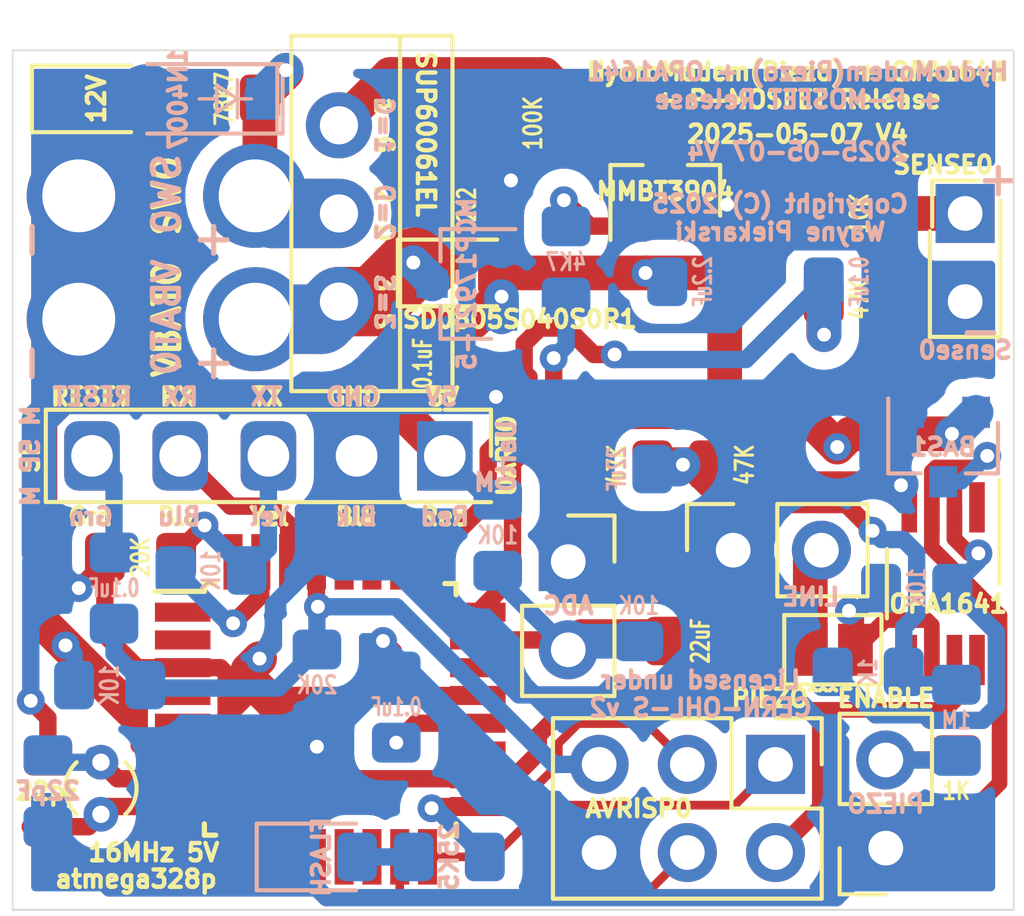
<source format=kicad_pcb>
(kicad_pcb (version 20171130) (host pcbnew 5.1.12)

  (general
    (thickness 1.6)
    (drawings 16)
    (tracks 407)
    (zones 0)
    (modules 48)
    (nets 47)
  )

  (page USLetter)
  (title_block
    (title "ATmega328P PCA9685 Watchdog")
    (date 2020-07-01)
    (company "Wayne Piekarski")
  )

  (layers
    (0 F.Cu signal)
    (31 B.Cu signal)
    (32 B.Adhes user)
    (33 F.Adhes user)
    (34 B.Paste user)
    (35 F.Paste user)
    (36 B.SilkS user)
    (37 F.SilkS user)
    (38 B.Mask user)
    (39 F.Mask user)
    (40 Dwgs.User user)
    (41 Cmts.User user)
    (42 Eco1.User user)
    (43 Eco2.User user)
    (44 Edge.Cuts user)
    (45 Margin user)
    (46 B.CrtYd user)
    (47 F.CrtYd user)
    (48 B.Fab user hide)
    (49 F.Fab user hide)
  )

  (setup
    (last_trace_width 1)
    (user_trace_width 0.45)
    (user_trace_width 0.5)
    (user_trace_width 1)
    (user_trace_width 2)
    (trace_clearance 0.2)
    (zone_clearance 0.508)
    (zone_45_only no)
    (trace_min 0.2)
    (via_size 0.8)
    (via_drill 0.4)
    (via_min_size 0.4)
    (via_min_drill 0.3)
    (uvia_size 0.3)
    (uvia_drill 0.1)
    (uvias_allowed no)
    (uvia_min_size 0.2)
    (uvia_min_drill 0.1)
    (edge_width 0.05)
    (segment_width 0.2)
    (pcb_text_width 0.3)
    (pcb_text_size 1.5 1.5)
    (mod_edge_width 0.12)
    (mod_text_size 1 1)
    (mod_text_width 0.15)
    (pad_size 1.7 1.7)
    (pad_drill 1)
    (pad_to_mask_clearance 0.0508)
    (solder_mask_min_width 0.101)
    (aux_axis_origin 0 0)
    (grid_origin 104.775 139.7)
    (visible_elements FFFFFF7F)
    (pcbplotparams
      (layerselection 0x010fc_ffffffff)
      (usegerberextensions false)
      (usegerberattributes false)
      (usegerberadvancedattributes false)
      (creategerberjobfile false)
      (excludeedgelayer true)
      (linewidth 0.100000)
      (plotframeref false)
      (viasonmask false)
      (mode 1)
      (useauxorigin false)
      (hpglpennumber 1)
      (hpglpenspeed 20)
      (hpglpendiameter 15.000000)
      (psnegative false)
      (psa4output false)
      (plotreference true)
      (plotvalue true)
      (plotinvisibletext false)
      (padsonsilk false)
      (subtractmaskfromsilk false)
      (outputformat 1)
      (mirror false)
      (drillshape 1)
      (scaleselection 1)
      (outputdirectory ""))
  )

  (net 0 "")
  (net 1 RESET)
  (net 2 PB5_SCK)
  (net 3 "Net-(C7-Pad2)")
  (net 4 "Net-(D2-Pad2)")
  (net 5 GND)
  (net 6 5V-In)
  (net 7 TX3V3)
  (net 8 RX3V3)
  (net 9 TX5)
  (net 10 Vmid)
  (net 11 "Net-(EN1-Pad1)")
  (net 12 "Net-(BAS1-Pad3)")
  (net 13 12V-In)
  (net 14 "Net-(C3-Pad1)")
  (net 15 "Net-(C4-Pad1)")
  (net 16 "Net-(C5-Pad2)")
  (net 17 "Net-(C6-Pad2)")
  (net 18 12V-Sw)
  (net 19 "Net-(D3-Pad2)")
  (net 20 "Net-(Q1-Pad3)")
  (net 21 "Net-(Q1-Pad1)")
  (net 22 MOSFET0)
  (net 23 "Net-(U1-Pad32)")
  (net 24 "Net-(U1-Pad28)")
  (net 25 "Net-(U1-Pad27)")
  (net 26 "Net-(U1-Pad26)")
  (net 27 "Net-(U1-Pad22)")
  (net 28 "Net-(U1-Pad19)")
  (net 29 "Net-(U1-Pad14)")
  (net 30 "Net-(U1-Pad13)")
  (net 31 "Net-(U1-Pad12)")
  (net 32 "Net-(U1-Pad11)")
  (net 33 "Net-(U1-Pad10)")
  (net 34 "Net-(U1-Pad9)")
  (net 35 "Net-(U1-Pad2)")
  (net 36 "Net-(U1-Pad1)")
  (net 37 ANALOG0)
  (net 38 SENSE0)
  (net 39 "Net-(OPA1641-Pad8)")
  (net 40 "Net-(OPA1641-Pad5)")
  (net 41 "Net-(OPA1641-Pad2)")
  (net 42 "Net-(OPA1641-Pad1)")
  (net 43 "Net-(PIEZO0-Pad2)")
  (net 44 "Net-(AVRISP0-Pad4)")
  (net 45 "Net-(AVRISP0-Pad1)")
  (net 46 "Net-(R17-Pad1)")

  (net_class Default "This is the default net class."
    (clearance 0.2)
    (trace_width 0.25)
    (via_dia 0.8)
    (via_drill 0.4)
    (uvia_dia 0.3)
    (uvia_drill 0.1)
    (add_net 12V-In)
    (add_net 12V-Sw)
    (add_net 5V-In)
    (add_net ANALOG0)
    (add_net GND)
    (add_net MOSFET0)
    (add_net "Net-(AVRISP0-Pad1)")
    (add_net "Net-(AVRISP0-Pad4)")
    (add_net "Net-(BAS1-Pad3)")
    (add_net "Net-(C3-Pad1)")
    (add_net "Net-(C4-Pad1)")
    (add_net "Net-(C5-Pad2)")
    (add_net "Net-(C6-Pad2)")
    (add_net "Net-(C7-Pad2)")
    (add_net "Net-(D2-Pad2)")
    (add_net "Net-(D3-Pad2)")
    (add_net "Net-(EN1-Pad1)")
    (add_net "Net-(OPA1641-Pad1)")
    (add_net "Net-(OPA1641-Pad2)")
    (add_net "Net-(OPA1641-Pad5)")
    (add_net "Net-(OPA1641-Pad8)")
    (add_net "Net-(PIEZO0-Pad2)")
    (add_net "Net-(Q1-Pad1)")
    (add_net "Net-(Q1-Pad3)")
    (add_net "Net-(R17-Pad1)")
    (add_net "Net-(U1-Pad1)")
    (add_net "Net-(U1-Pad10)")
    (add_net "Net-(U1-Pad11)")
    (add_net "Net-(U1-Pad12)")
    (add_net "Net-(U1-Pad13)")
    (add_net "Net-(U1-Pad14)")
    (add_net "Net-(U1-Pad19)")
    (add_net "Net-(U1-Pad2)")
    (add_net "Net-(U1-Pad22)")
    (add_net "Net-(U1-Pad26)")
    (add_net "Net-(U1-Pad27)")
    (add_net "Net-(U1-Pad28)")
    (add_net "Net-(U1-Pad32)")
    (add_net "Net-(U1-Pad9)")
    (add_net PB5_SCK)
    (add_net RESET)
    (add_net RX3V3)
    (add_net SENSE0)
    (add_net TX3V3)
    (add_net TX5)
    (add_net Vmid)
  )

  (module custom:WP_SOT-23 (layer B.Cu) (tedit 5F44C7D9) (tstamp 681B757A)
    (at 131.064 54.229 180)
    (descr "SOT-23, Standard")
    (tags SOT-23)
    (path /613F7D50)
    (attr smd)
    (fp_text reference U2 (at 0 2.5) (layer B.SilkS) hide
      (effects (font (size 1 1) (thickness 0.15)) (justify mirror))
    )
    (fp_text value MCP1792T-5 (at 0 0 270) (layer B.SilkS)
      (effects (font (size 0.5 0.5) (thickness 0.125)) (justify mirror))
    )
    (fp_line (start -0.7 0.95) (end -0.7 -1.5) (layer B.Fab) (width 0.1))
    (fp_line (start -0.15 1.52) (end 0.7 1.52) (layer B.Fab) (width 0.1))
    (fp_line (start -0.7 0.95) (end -0.15 1.52) (layer B.Fab) (width 0.1))
    (fp_line (start 0.7 1.52) (end 0.7 -1.52) (layer B.Fab) (width 0.1))
    (fp_line (start -0.7 -1.52) (end 0.7 -1.52) (layer B.Fab) (width 0.1))
    (fp_line (start 0.76 -1.58) (end 0.76 -0.65) (layer B.SilkS) (width 0.12))
    (fp_line (start 0.76 1.58) (end 0.76 0.65) (layer B.SilkS) (width 0.12))
    (fp_line (start -1.7 1.75) (end 1.7 1.75) (layer B.CrtYd) (width 0.05))
    (fp_line (start 1.7 1.75) (end 1.7 -1.75) (layer B.CrtYd) (width 0.05))
    (fp_line (start 1.7 -1.75) (end -1.7 -1.75) (layer B.CrtYd) (width 0.05))
    (fp_line (start -1.7 -1.75) (end -1.7 1.75) (layer B.CrtYd) (width 0.05))
    (fp_line (start 0.76 1.58) (end -1.4 1.58) (layer B.SilkS) (width 0.12))
    (fp_line (start 0.76 -1.58) (end -0.7 -1.58) (layer B.SilkS) (width 0.12))
    (fp_text user %R (at 0 0 270) (layer B.SilkS) hide
      (effects (font (size 0.5 0.5) (thickness 0.075)) (justify mirror))
    )
    (pad 3 smd rect (at 1 0 180) (size 0.9 0.8) (layers B.Cu B.Paste B.Mask)
      (net 13 12V-In))
    (pad 2 smd rect (at -1 -0.95 180) (size 0.9 0.8) (layers B.Cu B.Paste B.Mask)
      (net 6 5V-In))
    (pad 1 smd rect (at -1 0.95 180) (size 0.9 0.8) (layers B.Cu B.Paste B.Mask)
      (net 5 GND))
    (model ${KISYS3DMOD}/Package_TO_SOT_SMD.3dshapes/SOT-23.wrl
      (at (xyz 0 0 0))
      (scale (xyz 1 1 1))
      (rotate (xyz 0 0 0))
    )
  )

  (module custom:WP_TerminalBlock_16AWG_bornier-2_P5.08mm (layer F.Cu) (tedit 67E79205) (tstamp 681B7F42)
    (at 124.968 51.689 180)
    (descr "simple 2-pin terminal block, pitch 5.08mm, revamped version of bornier2")
    (tags "terminal block bornier2")
    (path /67D06698)
    (fp_text reference SW0 (at 2.54 0 270) (layer F.SilkS)
      (effects (font (size 0.75 0.75) (thickness 0.15)))
    )
    (fp_text value 12V (at 2.6 1.016 180) (layer F.SilkS) hide
      (effects (font (size 0.5 0.5) (thickness 0.125)))
    )
    (fp_line (start -1.524 -1.524) (end 6.604 -1.524) (layer F.CrtYd) (width 0.05))
    (fp_line (start -1.524 -1.524) (end -1.524 1.524) (layer F.CrtYd) (width 0.05))
    (fp_line (start 6.604 1.524) (end 6.604 -1.524) (layer F.CrtYd) (width 0.05))
    (fp_line (start 6.604 1.524) (end -1.524 1.524) (layer F.CrtYd) (width 0.05))
    (fp_text user %R (at 2.55 0.05 270) (layer B.SilkS)
      (effects (font (size 0.75 0.75) (thickness 0.15)) (justify mirror))
    )
    (fp_text user + (at 1.27 -1.27 90) (layer B.SilkS)
      (effects (font (size 1 1) (thickness 0.15)) (justify mirror))
    )
    (fp_text user - (at 6.5 -1.27 90) (layer B.SilkS)
      (effects (font (size 1 1) (thickness 0.15)) (justify mirror))
    )
    (fp_text user - (at 6.5 -1.27 90) (layer F.SilkS)
      (effects (font (size 1 1) (thickness 0.15)))
    )
    (fp_text user + (at 1.27 -1.27 90) (layer F.SilkS)
      (effects (font (size 1 1) (thickness 0.15)))
    )
    (pad 2 thru_hole circle (at 5.08 0 180) (size 3 3) (drill 2.1) (layers *.Cu *.Mask)
      (net 5 GND))
    (pad 1 thru_hole circle (at 0 0 180) (size 3 3) (drill 2.1) (layers *.Cu *.Mask)
      (net 18 12V-Sw))
    (model ${KISYS3DMOD}/TerminalBlock.3dshapes/TerminalBlock_bornier-2_P5.08mm.wrl
      (offset (xyz 2.539999961853027 0 0))
      (scale (xyz 1 1 1))
      (rotate (xyz 0 0 0))
    )
  )

  (module custom:WP_R_0805_2012Metric_Pad1.15x1.40mm_HandSolder (layer F.Cu) (tedit 614E96E4) (tstamp 681B7520)
    (at 142.367 54.6735)
    (descr "Resistor SMD 0805 (2012 Metric), square (rectangular) end terminal, IPC_7351 nominal with elongated pad for handsoldering. (Body size source: https://docs.google.com/spreadsheets/d/1BsfQQcO9C6DZCsRaXUlFlo91Tg2WpOkGARC1WS5S8t0/edit?usp=sharing), generated with kicad-footprint-generator")
    (tags "resistor handsolder")
    (path /67D7EE75)
    (attr smd)
    (fp_text reference R18 (at 0 0 -90) (layer F.SilkS) hide
      (effects (font (size 0.5 0.5) (thickness 0.125)))
    )
    (fp_text value 47K (at 0 0 -90) (layer F.SilkS)
      (effects (font (size 0.5 0.4) (thickness 0.0875)))
    )
    (fp_line (start -1 0.6) (end -1 -0.6) (layer F.Fab) (width 0.1))
    (fp_line (start -1 -0.6) (end 1 -0.6) (layer F.Fab) (width 0.1))
    (fp_line (start 1 -0.6) (end 1 0.6) (layer F.Fab) (width 0.1))
    (fp_line (start 1 0.6) (end -1 0.6) (layer F.Fab) (width 0.1))
    (fp_line (start -1.85 0.95) (end -1.85 -0.95) (layer F.CrtYd) (width 0.05))
    (fp_line (start -1.85 -0.95) (end 1.85 -0.95) (layer F.CrtYd) (width 0.05))
    (fp_line (start 1.85 -0.95) (end 1.85 0.95) (layer F.CrtYd) (width 0.05))
    (fp_line (start 1.85 0.95) (end -1.85 0.95) (layer F.CrtYd) (width 0.05))
    (fp_text user %R (at 0 0 -90) (layer F.SilkS) hide
      (effects (font (size 0.5 0.5) (thickness 0.08)))
    )
    (pad 2 smd roundrect (at 1.025 0) (size 1.15 1.4) (layers F.Cu F.Paste F.Mask) (roundrect_rratio 0.217391)
      (net 46 "Net-(R17-Pad1)"))
    (pad 1 smd roundrect (at -1.025 0) (size 1.15 1.4) (layers F.Cu F.Paste F.Mask) (roundrect_rratio 0.217391)
      (net 38 SENSE0))
    (model ${KISYS3DMOD}/Resistor_SMD.3dshapes/R_0805_2012Metric.wrl
      (at (xyz 0 0 0))
      (scale (xyz 1 1 1))
      (rotate (xyz 0 0 0))
    )
  )

  (module custom:WP_R_0805_2012Metric_Pad1.15x1.40mm_HandSolder (layer F.Cu) (tedit 614E96E4) (tstamp 681B7511)
    (at 142.367 52.197 180)
    (descr "Resistor SMD 0805 (2012 Metric), square (rectangular) end terminal, IPC_7351 nominal with elongated pad for handsoldering. (Body size source: https://docs.google.com/spreadsheets/d/1BsfQQcO9C6DZCsRaXUlFlo91Tg2WpOkGARC1WS5S8t0/edit?usp=sharing), generated with kicad-footprint-generator")
    (tags "resistor handsolder")
    (path /6601D7FE)
    (attr smd)
    (fp_text reference R17 (at 0 0 90) (layer F.SilkS) hide
      (effects (font (size 0.5 0.5) (thickness 0.125)))
    )
    (fp_text value 10K (at 0 0 90) (layer F.SilkS)
      (effects (font (size 0.5 0.4) (thickness 0.0875)))
    )
    (fp_line (start -1 0.6) (end -1 -0.6) (layer F.Fab) (width 0.1))
    (fp_line (start -1 -0.6) (end 1 -0.6) (layer F.Fab) (width 0.1))
    (fp_line (start 1 -0.6) (end 1 0.6) (layer F.Fab) (width 0.1))
    (fp_line (start 1 0.6) (end -1 0.6) (layer F.Fab) (width 0.1))
    (fp_line (start -1.85 0.95) (end -1.85 -0.95) (layer F.CrtYd) (width 0.05))
    (fp_line (start -1.85 -0.95) (end 1.85 -0.95) (layer F.CrtYd) (width 0.05))
    (fp_line (start 1.85 -0.95) (end 1.85 0.95) (layer F.CrtYd) (width 0.05))
    (fp_line (start 1.85 0.95) (end -1.85 0.95) (layer F.CrtYd) (width 0.05))
    (fp_text user %R (at 0 0 90) (layer F.SilkS) hide
      (effects (font (size 0.5 0.5) (thickness 0.08)))
    )
    (pad 2 smd roundrect (at 1.025 0 180) (size 1.15 1.4) (layers F.Cu F.Paste F.Mask) (roundrect_rratio 0.217391)
      (net 6 5V-In))
    (pad 1 smd roundrect (at -1.025 0 180) (size 1.15 1.4) (layers F.Cu F.Paste F.Mask) (roundrect_rratio 0.217391)
      (net 46 "Net-(R17-Pad1)"))
    (model ${KISYS3DMOD}/Resistor_SMD.3dshapes/R_0805_2012Metric.wrl
      (at (xyz 0 0 0))
      (scale (xyz 1 1 1))
      (rotate (xyz 0 0 0))
    )
  )

  (module custom:WP_R_0805_2012Metric_Pad1.15x1.40mm_HandSolder (layer F.Cu) (tedit 614E96E4) (tstamp 681B7502)
    (at 124.079 48.895 180)
    (descr "Resistor SMD 0805 (2012 Metric), square (rectangular) end terminal, IPC_7351 nominal with elongated pad for handsoldering. (Body size source: https://docs.google.com/spreadsheets/d/1BsfQQcO9C6DZCsRaXUlFlo91Tg2WpOkGARC1WS5S8t0/edit?usp=sharing), generated with kicad-footprint-generator")
    (tags "resistor handsolder")
    (path /5F7CDCF8)
    (attr smd)
    (fp_text reference R16 (at 0 0 90) (layer F.SilkS) hide
      (effects (font (size 0.5 0.5) (thickness 0.125)))
    )
    (fp_text value 78K7 (at 0 0 90) (layer F.SilkS)
      (effects (font (size 0.5 0.4) (thickness 0.0875)))
    )
    (fp_line (start -1 0.6) (end -1 -0.6) (layer F.Fab) (width 0.1))
    (fp_line (start -1 -0.6) (end 1 -0.6) (layer F.Fab) (width 0.1))
    (fp_line (start 1 -0.6) (end 1 0.6) (layer F.Fab) (width 0.1))
    (fp_line (start 1 0.6) (end -1 0.6) (layer F.Fab) (width 0.1))
    (fp_line (start -1.85 0.95) (end -1.85 -0.95) (layer F.CrtYd) (width 0.05))
    (fp_line (start -1.85 -0.95) (end 1.85 -0.95) (layer F.CrtYd) (width 0.05))
    (fp_line (start 1.85 -0.95) (end 1.85 0.95) (layer F.CrtYd) (width 0.05))
    (fp_line (start 1.85 0.95) (end -1.85 0.95) (layer F.CrtYd) (width 0.05))
    (fp_text user %R (at 0 0 90) (layer F.SilkS) hide
      (effects (font (size 0.5 0.5) (thickness 0.08)))
    )
    (pad 2 smd roundrect (at 1.025 0 180) (size 1.15 1.4) (layers F.Cu F.Paste F.Mask) (roundrect_rratio 0.217391)
      (net 19 "Net-(D3-Pad2)"))
    (pad 1 smd roundrect (at -1.025 0 180) (size 1.15 1.4) (layers F.Cu F.Paste F.Mask) (roundrect_rratio 0.217391)
      (net 18 12V-Sw))
    (model ${KISYS3DMOD}/Resistor_SMD.3dshapes/R_0805_2012Metric.wrl
      (at (xyz 0 0 0))
      (scale (xyz 1 1 1))
      (rotate (xyz 0 0 0))
    )
  )

  (module custom:WP_R_0805_2012Metric_Pad1.15x1.40mm_HandSolder (layer F.Cu) (tedit 614E96E4) (tstamp 681B74E5)
    (at 132.969 49.5935 180)
    (descr "Resistor SMD 0805 (2012 Metric), square (rectangular) end terminal, IPC_7351 nominal with elongated pad for handsoldering. (Body size source: https://docs.google.com/spreadsheets/d/1BsfQQcO9C6DZCsRaXUlFlo91Tg2WpOkGARC1WS5S8t0/edit?usp=sharing), generated with kicad-footprint-generator")
    (tags "resistor handsolder")
    (path /5F8FF5E2)
    (attr smd)
    (fp_text reference R14 (at 0 0 90) (layer F.SilkS) hide
      (effects (font (size 0.5 0.5) (thickness 0.125)))
    )
    (fp_text value 100K (at 0 0 90) (layer F.SilkS)
      (effects (font (size 0.5 0.4) (thickness 0.0875)))
    )
    (fp_line (start -1 0.6) (end -1 -0.6) (layer F.Fab) (width 0.1))
    (fp_line (start -1 -0.6) (end 1 -0.6) (layer F.Fab) (width 0.1))
    (fp_line (start 1 -0.6) (end 1 0.6) (layer F.Fab) (width 0.1))
    (fp_line (start 1 0.6) (end -1 0.6) (layer F.Fab) (width 0.1))
    (fp_line (start -1.85 0.95) (end -1.85 -0.95) (layer F.CrtYd) (width 0.05))
    (fp_line (start -1.85 -0.95) (end 1.85 -0.95) (layer F.CrtYd) (width 0.05))
    (fp_line (start 1.85 -0.95) (end 1.85 0.95) (layer F.CrtYd) (width 0.05))
    (fp_line (start 1.85 0.95) (end -1.85 0.95) (layer F.CrtYd) (width 0.05))
    (fp_text user %R (at 0 0 90) (layer F.SilkS) hide
      (effects (font (size 0.5 0.5) (thickness 0.08)))
    )
    (pad 2 smd roundrect (at 1.025 0 180) (size 1.15 1.4) (layers F.Cu F.Paste F.Mask) (roundrect_rratio 0.217391)
      (net 13 12V-In))
    (pad 1 smd roundrect (at -1.025 0 180) (size 1.15 1.4) (layers F.Cu F.Paste F.Mask) (roundrect_rratio 0.217391)
      (net 20 "Net-(Q1-Pad3)"))
    (model ${KISYS3DMOD}/Resistor_SMD.3dshapes/R_0805_2012Metric.wrl
      (at (xyz 0 0 0))
      (scale (xyz 1 1 1))
      (rotate (xyz 0 0 0))
    )
  )

  (module custom:WP_R_0805_2012Metric_Pad1.15x1.40mm_HandSolder (layer B.Cu) (tedit 614E96E4) (tstamp 681B74D6)
    (at 133.9215 53.594 270)
    (descr "Resistor SMD 0805 (2012 Metric), square (rectangular) end terminal, IPC_7351 nominal with elongated pad for handsoldering. (Body size source: https://docs.google.com/spreadsheets/d/1BsfQQcO9C6DZCsRaXUlFlo91Tg2WpOkGARC1WS5S8t0/edit?usp=sharing), generated with kicad-footprint-generator")
    (tags "resistor handsolder")
    (path /5F1F9AD1)
    (attr smd)
    (fp_text reference R13 (at 0 0) (layer B.SilkS) hide
      (effects (font (size 0.5 0.5) (thickness 0.125)) (justify mirror))
    )
    (fp_text value 4K7 (at 0 0) (layer B.SilkS)
      (effects (font (size 0.5 0.4) (thickness 0.0875)) (justify mirror))
    )
    (fp_line (start -1 -0.6) (end -1 0.6) (layer B.Fab) (width 0.1))
    (fp_line (start -1 0.6) (end 1 0.6) (layer B.Fab) (width 0.1))
    (fp_line (start 1 0.6) (end 1 -0.6) (layer B.Fab) (width 0.1))
    (fp_line (start 1 -0.6) (end -1 -0.6) (layer B.Fab) (width 0.1))
    (fp_line (start -1.85 -0.95) (end -1.85 0.95) (layer B.CrtYd) (width 0.05))
    (fp_line (start -1.85 0.95) (end 1.85 0.95) (layer B.CrtYd) (width 0.05))
    (fp_line (start 1.85 0.95) (end 1.85 -0.95) (layer B.CrtYd) (width 0.05))
    (fp_line (start 1.85 -0.95) (end -1.85 -0.95) (layer B.CrtYd) (width 0.05))
    (fp_text user %R (at 0 0) (layer B.SilkS) hide
      (effects (font (size 0.5 0.5) (thickness 0.08)) (justify mirror))
    )
    (pad 2 smd roundrect (at 1.025 0 270) (size 1.15 1.4) (layers B.Cu B.Paste B.Mask) (roundrect_rratio 0.217391)
      (net 22 MOSFET0))
    (pad 1 smd roundrect (at -1.025 0 270) (size 1.15 1.4) (layers B.Cu B.Paste B.Mask) (roundrect_rratio 0.217391)
      (net 21 "Net-(Q1-Pad1)"))
    (model ${KISYS3DMOD}/Resistor_SMD.3dshapes/R_0805_2012Metric.wrl
      (at (xyz 0 0 0))
      (scale (xyz 1 1 1))
      (rotate (xyz 0 0 0))
    )
  )

  (module custom:WP_MOSFET_TO-220-3_Vertical (layer F.Cu) (tedit 61C4289A) (tstamp 681B7EFA)
    (at 127.381 49.657 270)
    (descr "TO-220-3, Vertical, RM 2.54mm, see https://www.vishay.com/docs/66542/to-220-1.pdf")
    (tags "TO-220-3 Vertical RM 2.54mm")
    (path /5F7A4116)
    (fp_text reference Q2 (at 2.54 -4.27 90) (layer F.Fab)
      (effects (font (size 1 1) (thickness 0.15)))
    )
    (fp_text value SUP60061EL (at 0.254 -2.5 270 unlocked) (layer F.SilkS)
      (effects (font (size 0.5 0.5) (thickness 0.125)))
    )
    (fp_line (start -2.46 -3.15) (end -2.46 1.25) (layer F.Fab) (width 0.1))
    (fp_line (start -2.46 1.25) (end 7.54 1.25) (layer F.Fab) (width 0.1))
    (fp_line (start 7.54 1.25) (end 7.54 -3.15) (layer F.Fab) (width 0.1))
    (fp_line (start 7.54 -3.15) (end -2.46 -3.15) (layer F.Fab) (width 0.1))
    (fp_line (start -2.46 -1.88) (end 7.54 -1.88) (layer F.Fab) (width 0.1))
    (fp_line (start 0.69 -3.15) (end 0.69 -1.88) (layer F.Fab) (width 0.1))
    (fp_line (start 4.39 -3.15) (end 4.39 -1.88) (layer F.Fab) (width 0.1))
    (fp_line (start -2.58 -3.27) (end 7.66 -3.27) (layer F.SilkS) (width 0.12))
    (fp_line (start -2.58 1.371) (end 7.66 1.371) (layer F.SilkS) (width 0.12))
    (fp_line (start -2.58 -3.27) (end -2.58 1.371) (layer F.SilkS) (width 0.12))
    (fp_line (start 7.66 -3.27) (end 7.66 1.371) (layer F.SilkS) (width 0.12))
    (fp_line (start -2.58 -1.76) (end 7.66 -1.76) (layer F.SilkS) (width 0.12))
    (fp_line (start -2.71 -3.4) (end -2.71 1.51) (layer F.CrtYd) (width 0.05))
    (fp_line (start -2.71 1.51) (end 7.79 1.51) (layer F.CrtYd) (width 0.05))
    (fp_line (start 7.79 1.51) (end 7.79 -3.4) (layer F.CrtYd) (width 0.05))
    (fp_line (start 7.79 -3.4) (end -2.71 -3.4) (layer F.CrtYd) (width 0.05))
    (fp_text user 3=S (at 5.1 -1.3 270 unlocked) (layer B.SilkS)
      (effects (font (size 0.5 0.5) (thickness 0.125)) (justify mirror))
    )
    (fp_text user 2=D (at 2.5 -1.3 270 unlocked) (layer B.SilkS)
      (effects (font (size 0.5 0.5) (thickness 0.125)) (justify mirror))
    )
    (fp_text user 1=G (at 0 -1.3 270 unlocked) (layer B.SilkS)
      (effects (font (size 0.5 0.5) (thickness 0.125)) (justify mirror))
    )
    (fp_text user 3=S (at 5.1 -1.3 270 unlocked) (layer F.SilkS)
      (effects (font (size 0.5 0.5) (thickness 0.125)))
    )
    (fp_text user 2=D (at 2.55 -1.3 270 unlocked) (layer F.SilkS)
      (effects (font (size 0.5 0.5) (thickness 0.125)))
    )
    (fp_text user 1=G (at 0 -1.3 270 unlocked) (layer F.SilkS)
      (effects (font (size 0.5 0.5) (thickness 0.125)))
    )
    (fp_text user %R (at 2.54 -4.27 90) (layer F.Fab)
      (effects (font (size 1 1) (thickness 0.15)))
    )
    (pad 3 thru_hole oval (at 5.08 0 270) (size 1.905 2) (drill 1.1) (layers *.Cu *.Mask)
      (net 13 12V-In))
    (pad 2 thru_hole oval (at 2.54 0 270) (size 1.905 2) (drill 1.1) (layers *.Cu *.Mask)
      (net 18 12V-Sw))
    (pad 1 thru_hole circle (at 0 0 270) (size 1.905 1.905) (drill 1.1) (layers *.Cu *.Mask)
      (net 20 "Net-(Q1-Pad3)"))
    (model ${KISYS3DMOD}/Package_TO_SOT_THT.3dshapes/TO-220-3_Vertical.wrl
      (at (xyz 0 0 0))
      (scale (xyz 1 1 1))
      (rotate (xyz 0 0 0))
    )
  )

  (module custom:WP_SOT-23 (layer F.Cu) (tedit 5F44C7D9) (tstamp 681B7401)
    (at 136.779 51.562 90)
    (descr "SOT-23, Standard")
    (tags SOT-23)
    (path /5F79EF93)
    (attr smd)
    (fp_text reference Q1 (at 0 -2.5 90) (layer F.SilkS) hide
      (effects (font (size 1 1) (thickness 0.15)))
    )
    (fp_text value MMBT3904 (at 0 0) (layer F.SilkS)
      (effects (font (size 0.5 0.5) (thickness 0.125)))
    )
    (fp_line (start -0.7 -0.95) (end -0.7 1.5) (layer F.Fab) (width 0.1))
    (fp_line (start -0.15 -1.52) (end 0.7 -1.52) (layer F.Fab) (width 0.1))
    (fp_line (start -0.7 -0.95) (end -0.15 -1.52) (layer F.Fab) (width 0.1))
    (fp_line (start 0.7 -1.52) (end 0.7 1.52) (layer F.Fab) (width 0.1))
    (fp_line (start -0.7 1.52) (end 0.7 1.52) (layer F.Fab) (width 0.1))
    (fp_line (start 0.76 1.58) (end 0.76 0.65) (layer F.SilkS) (width 0.12))
    (fp_line (start 0.76 -1.58) (end 0.76 -0.65) (layer F.SilkS) (width 0.12))
    (fp_line (start -1.7 -1.75) (end 1.7 -1.75) (layer F.CrtYd) (width 0.05))
    (fp_line (start 1.7 -1.75) (end 1.7 1.75) (layer F.CrtYd) (width 0.05))
    (fp_line (start 1.7 1.75) (end -1.7 1.75) (layer F.CrtYd) (width 0.05))
    (fp_line (start -1.7 1.75) (end -1.7 -1.75) (layer F.CrtYd) (width 0.05))
    (fp_line (start 0.76 -1.58) (end -1.4 -1.58) (layer F.SilkS) (width 0.12))
    (fp_line (start 0.76 1.58) (end -0.7 1.58) (layer F.SilkS) (width 0.12))
    (fp_text user %R (at 0 0) (layer F.SilkS) hide
      (effects (font (size 0.5 0.5) (thickness 0.075)))
    )
    (pad 3 smd rect (at 1 0 90) (size 0.9 0.8) (layers F.Cu F.Paste F.Mask)
      (net 20 "Net-(Q1-Pad3)"))
    (pad 2 smd rect (at -1 0.95 90) (size 0.9 0.8) (layers F.Cu F.Paste F.Mask)
      (net 5 GND))
    (pad 1 smd rect (at -1 -0.95 90) (size 0.9 0.8) (layers F.Cu F.Paste F.Mask)
      (net 21 "Net-(Q1-Pad1)"))
    (model ${KISYS3DMOD}/Package_TO_SOT_SMD.3dshapes/SOT-23.wrl
      (at (xyz 0 0 0))
      (scale (xyz 1 1 1))
      (rotate (xyz 0 0 0))
    )
  )

  (module custom:WP_Power_PinHeader_1x02_P2.54mm_Vertical (layer F.Cu) (tedit 653F47A5) (tstamp 681B7381)
    (at 145.415 52.197)
    (descr "Through hole straight pin header, 1x02, 2.54mm pitch, single row")
    (tags "Through hole pin header THT 1x02 2.54mm single row")
    (path /6603E39B)
    (fp_text reference SENSE0 (at -0.635 -1.397) (layer F.SilkS)
      (effects (font (size 0.5 0.5) (thickness 0.125)))
    )
    (fp_text value Sense0 (at 0 3.937) (layer B.SilkS)
      (effects (font (size 0.5 0.5) (thickness 0.125)) (justify mirror))
    )
    (fp_line (start 1.016 -1.016) (end -1.016 -1.016) (layer F.CrtYd) (width 0.05))
    (fp_line (start 1.016 3.556) (end 1.016 -1.016) (layer F.CrtYd) (width 0.05))
    (fp_line (start -1.016 3.556) (end 1.016 3.556) (layer F.CrtYd) (width 0.05))
    (fp_line (start -1.016 -1.016) (end -1.016 3.556) (layer F.CrtYd) (width 0.05))
    (fp_line (start -0.949 -0.949) (end 0.381 -0.949) (layer F.SilkS) (width 0.12))
    (fp_line (start -0.949 0.381) (end -0.949 -0.949) (layer F.SilkS) (width 0.12))
    (fp_line (start 1.016 -0.381) (end 1.016 3.556) (layer F.SilkS) (width 0.12))
    (fp_line (start -1.016 0.508) (end -1.016 3.556) (layer F.SilkS) (width 0.12))
    (fp_line (start -1.016 3.556) (end 1.016 3.556) (layer F.SilkS) (width 0.12))
    (fp_line (start -1.27 -0.635) (end -0.635 -1.27) (layer F.Fab) (width 0.1))
    (fp_line (start -1.27 3.81) (end -1.27 -0.635) (layer F.Fab) (width 0.1))
    (fp_line (start 1.27 3.81) (end -1.27 3.81) (layer F.Fab) (width 0.1))
    (fp_line (start 1.27 -1.27) (end 1.27 3.81) (layer F.Fab) (width 0.1))
    (fp_line (start -0.635 -1.27) (end 1.27 -1.27) (layer F.Fab) (width 0.1))
    (fp_text user - (at 0.4445 3.3655) (layer B.SilkS)
      (effects (font (size 1 1) (thickness 0.15)))
    )
    (fp_text user + (at 0.9525 -1.016) (layer B.SilkS)
      (effects (font (size 1 1) (thickness 0.15)) (justify mirror))
    )
    (fp_text user - (at 0.4445 3.3655) (layer F.SilkS)
      (effects (font (size 1 1) (thickness 0.15)))
    )
    (fp_text user + (at 0.9525 -1.016) (layer F.SilkS)
      (effects (font (size 1 1) (thickness 0.15)))
    )
    (fp_text user %R (at 0 1.27 90) (layer F.Fab)
      (effects (font (size 1 1) (thickness 0.15)))
    )
    (pad 2 thru_hole oval (at 0 2.54) (size 1.7 1.7) (drill 1) (layers *.Cu *.Mask)
      (net 5 GND))
    (pad 1 thru_hole rect (at 0 0) (size 1.7 1.7) (drill 1) (layers *.Cu *.Mask)
      (net 46 "Net-(R17-Pad1)"))
    (model ${KISYS3DMOD}/Connector_PinHeader_2.54mm.3dshapes/PinHeader_1x02_P2.54mm_Vertical.wrl
      (at (xyz 0 0 0))
      (scale (xyz 1 1 1))
      (rotate (xyz 0 0 0))
    )
  )

  (module custom:WP_Serial_5P_M (layer F.Cu) (tedit 652CA358) (tstamp 681B7368)
    (at 130.429 59.182 270)
    (descr "Through hole straight pin header, 1x05, 2.54mm pitch, single row")
    (tags "Through hole pin header THT 1x05 2.54mm single row")
    (path /681B480A)
    (fp_text reference UART0 (at 0 -1.778 270) (layer F.SilkS)
      (effects (font (size 0.5 0.5) (thickness 0.125)))
    )
    (fp_text value Uart0 (at 0 -1.778 270) (layer B.SilkS)
      (effects (font (size 0.5 0.5) (thickness 0.125)) (justify mirror))
    )
    (fp_line (start 1.8 -1.8) (end -1.8 -1.8) (layer F.CrtYd) (width 0.05))
    (fp_line (start 1.8 11.95) (end 1.8 -1.8) (layer F.CrtYd) (width 0.05))
    (fp_line (start -1.8 11.95) (end 1.8 11.95) (layer F.CrtYd) (width 0.05))
    (fp_line (start -1.8 -1.8) (end -1.8 11.95) (layer F.CrtYd) (width 0.05))
    (fp_line (start -1.33 -1.33) (end 0 -1.33) (layer F.SilkS) (width 0.12))
    (fp_line (start -1.33 0) (end -1.33 -1.33) (layer F.SilkS) (width 0.12))
    (fp_line (start 1.3335 -1.3335) (end 1.33 11.49) (layer F.SilkS) (width 0.12))
    (fp_line (start -1.33 0.127) (end -1.33 11.49) (layer F.SilkS) (width 0.12))
    (fp_line (start -1.33 11.49) (end 1.33 11.49) (layer F.SilkS) (width 0.12))
    (fp_line (start -1.27 -0.635) (end -0.635 -1.27) (layer F.Fab) (width 0.1))
    (fp_line (start -1.27 11.43) (end -1.27 -0.635) (layer F.Fab) (width 0.1))
    (fp_line (start 1.27 11.43) (end -1.27 11.43) (layer F.Fab) (width 0.1))
    (fp_line (start 1.27 -1.27) (end 1.27 11.43) (layer F.Fab) (width 0.1))
    (fp_line (start -0.635 -1.27) (end 1.27 -1.27) (layer F.Fab) (width 0.1))
    (fp_text user "For 5P male UART connector, used on peripherals" (at -2.794 2.54) (layer Cmts.User)
      (effects (font (size 0.5 0.5) (thickness 0.125)))
    )
    (fp_text user M (at 0.762 -1.143) (layer B.SilkS)
      (effects (font (size 0.5 0.5) (thickness 0.125)) (justify mirror))
    )
    (fp_text user M (at 0.762 -1.143) (layer F.SilkS)
      (effects (font (size 0.5 0.5) (thickness 0.125)))
    )
    (fp_text user "M 5P M" (at 0 11.938 270) (layer F.SilkS)
      (effects (font (size 0.5 0.5) (thickness 0.125)))
    )
    (fp_text user "M 5P M" (at 0 11.938 270) (layer B.SilkS)
      (effects (font (size 0.5 0.5) (thickness 0.125)) (justify mirror))
    )
    (fp_text user TX (at -1.7 5.15) (layer B.SilkS)
      (effects (font (size 0.5 0.5) (thickness 0.125)) (justify mirror))
    )
    (fp_text user GND (at -1.7 2.65 180) (layer B.SilkS)
      (effects (font (size 0.5 0.5) (thickness 0.125)) (justify mirror))
    )
    (fp_text user RX (at -1.7 7.6) (layer B.SilkS)
      (effects (font (size 0.5 0.5) (thickness 0.125)) (justify mirror))
    )
    (fp_text user RESET (at -1.7 10.15) (layer B.SilkS)
      (effects (font (size 0.5 0.5) (thickness 0.125)) (justify mirror))
    )
    (fp_text user 5V (at -1.7 0.1) (layer B.SilkS)
      (effects (font (size 0.5 0.5) (thickness 0.125)) (justify mirror))
    )
    (fp_text user Red (at 1.75 0) (layer B.SilkS)
      (effects (font (size 0.5 0.5) (thickness 0.125)) (justify mirror))
    )
    (fp_text user Blu (at 1.75 7.65) (layer B.SilkS)
      (effects (font (size 0.5 0.5) (thickness 0.125)) (justify mirror))
    )
    (fp_text user Grn (at 1.75 10.2) (layer B.SilkS)
      (effects (font (size 0.5 0.5) (thickness 0.125)) (justify mirror))
    )
    (fp_text user Yel (at 1.75 5.05) (layer B.SilkS)
      (effects (font (size 0.5 0.5) (thickness 0.125)) (justify mirror))
    )
    (fp_text user Blk (at 1.75 2.55) (layer B.SilkS)
      (effects (font (size 0.5 0.5) (thickness 0.125)) (justify mirror))
    )
    (fp_text user Grn (at 1.75 10.2) (layer F.SilkS)
      (effects (font (size 0.5 0.5) (thickness 0.125)))
    )
    (fp_text user Blu (at 1.75 7.65) (layer F.SilkS)
      (effects (font (size 0.5 0.5) (thickness 0.125)))
    )
    (fp_text user Yel (at 1.75 5.05) (layer F.SilkS)
      (effects (font (size 0.5 0.5) (thickness 0.125)))
    )
    (fp_text user Blk (at 1.75 2.55) (layer F.SilkS)
      (effects (font (size 0.5 0.5) (thickness 0.125)))
    )
    (fp_text user Red (at 1.75 0) (layer F.SilkS)
      (effects (font (size 0.5 0.5) (thickness 0.125)))
    )
    (fp_text user RESET (at -1.7 10.2) (layer F.SilkS)
      (effects (font (size 0.5 0.5) (thickness 0.125)))
    )
    (fp_text user RX (at -1.7 7.7) (layer F.SilkS)
      (effects (font (size 0.5 0.5) (thickness 0.125)))
    )
    (fp_text user TX (at -1.7 5.1) (layer F.SilkS)
      (effects (font (size 0.5 0.5) (thickness 0.125)))
    )
    (fp_text user GND (at -1.7 2.6) (layer F.SilkS)
      (effects (font (size 0.5 0.5) (thickness 0.125)))
    )
    (fp_text user 5V (at -1.7 0.05) (layer F.SilkS)
      (effects (font (size 0.5 0.5) (thickness 0.125)))
    )
    (pad 5 thru_hole roundrect (at 0 10.16 270) (size 2 1.6) (drill 1.2) (layers *.Cu *.Mask) (roundrect_rratio 0.25)
      (net 14 "Net-(C3-Pad1)"))
    (pad 4 thru_hole roundrect (at 0 7.62 270) (size 2 1.6) (drill 1.2) (layers *.Cu *.Mask) (roundrect_rratio 0.25)
      (net 8 RX3V3))
    (pad 3 thru_hole roundrect (at 0 5.08 270) (size 2 1.6) (drill 1.2) (layers *.Cu *.Mask) (roundrect_rratio 0.25)
      (net 7 TX3V3))
    (pad 2 thru_hole roundrect (at 0 2.54 270) (size 2 1.6) (drill 1.2) (layers *.Cu *.Mask) (roundrect_rratio 0.25)
      (net 5 GND))
    (pad 1 thru_hole rect (at 0 0 270) (size 2 1.6) (drill 1.2) (layers *.Cu *.Mask)
      (net 6 5V-In))
    (model ${KISYS3DMOD}/Connector_PinHeader_2.54mm.3dshapes/PinHeader_1x05_P2.54mm_Vertical.wrl
      (at (xyz 0 0 0))
      (scale (xyz 1 1 1))
      (rotate (xyz 0 0 0))
    )
  )

  (module custom:WP_LED_0805_2012Metric_Pad1.15x1.40mm_HandSolder (layer F.Cu) (tedit 5F874D77) (tstamp 681B731E)
    (at 130.937 53.9115)
    (descr "LED SMD 0805 (2012 Metric), square (rectangular) end terminal, IPC_7351 nominal, (Body size source: https://docs.google.com/spreadsheets/d/1BsfQQcO9C6DZCsRaXUlFlo91Tg2WpOkGARC1WS5S8t0/edit?usp=sharing), generated with kicad-footprint-generator")
    (tags "LED handsolder")
    (path /6154626D)
    (attr smd)
    (fp_text reference D4 (at 0 -1.65) (layer F.Fab)
      (effects (font (size 1 1) (thickness 0.15)))
    )
    (fp_text value SD0805S040S0R1 (at 1.651 1.3335 180) (layer F.SilkS)
      (effects (font (size 0.5 0.5) (thickness 0.125)))
    )
    (fp_line (start 1.85 0.95) (end -1.85 0.95) (layer F.CrtYd) (width 0.05))
    (fp_line (start 1.85 -0.95) (end 1.85 0.95) (layer F.CrtYd) (width 0.05))
    (fp_line (start -1.85 -0.95) (end 1.85 -0.95) (layer F.CrtYd) (width 0.05))
    (fp_line (start -1.85 0.95) (end -1.85 -0.95) (layer F.CrtYd) (width 0.05))
    (fp_line (start -1.86 0.96) (end 1 0.96) (layer F.SilkS) (width 0.12))
    (fp_line (start -1.86 -0.96) (end -1.86 0.96) (layer F.SilkS) (width 0.12))
    (fp_line (start 1 -0.96) (end -1.86 -0.96) (layer F.SilkS) (width 0.12))
    (fp_line (start 1 0.6) (end 1 -0.6) (layer F.Fab) (width 0.1))
    (fp_line (start -1 0.6) (end 1 0.6) (layer F.Fab) (width 0.1))
    (fp_line (start -1 -0.3) (end -1 0.6) (layer F.Fab) (width 0.1))
    (fp_line (start -0.7 -0.6) (end -1 -0.3) (layer F.Fab) (width 0.1))
    (fp_line (start 1 -0.6) (end -0.7 -0.6) (layer F.Fab) (width 0.1))
    (fp_text user %R (at 0 0) (layer F.Fab)
      (effects (font (size 0.5 0.5) (thickness 0.08)))
    )
    (pad 2 smd roundrect (at 1.025 0) (size 1.15 1.4) (layers F.Cu F.Paste F.Mask) (roundrect_rratio 0.217391)
      (net 6 5V-In))
    (pad 1 smd roundrect (at -1.025 0) (size 1.15 1.4) (layers F.Cu F.Paste F.Mask) (roundrect_rratio 0.217391)
      (net 13 12V-In))
    (model ${KISYS3DMOD}/LED_SMD.3dshapes/LED_0805_2012Metric.wrl
      (at (xyz 0 0 0))
      (scale (xyz 1 1 1))
      (rotate (xyz 0 0 0))
    )
  )

  (module custom:WP_LED_0805_2012Metric_Pad1.15x1.40mm_HandSolder (layer F.Cu) (tedit 5F874D77) (tstamp 681B730B)
    (at 120.396 48.895)
    (descr "LED SMD 0805 (2012 Metric), square (rectangular) end terminal, IPC_7351 nominal, (Body size source: https://docs.google.com/spreadsheets/d/1BsfQQcO9C6DZCsRaXUlFlo91Tg2WpOkGARC1WS5S8t0/edit?usp=sharing), generated with kicad-footprint-generator")
    (tags "LED handsolder")
    (path /5F7D0F82)
    (attr smd)
    (fp_text reference D3 (at 0 -1.65) (layer F.Fab)
      (effects (font (size 1 1) (thickness 0.15)))
    )
    (fp_text value 12V (at 0 0 90) (layer F.SilkS)
      (effects (font (size 0.5 0.5) (thickness 0.125)))
    )
    (fp_line (start 1.85 0.95) (end -1.85 0.95) (layer F.CrtYd) (width 0.05))
    (fp_line (start 1.85 -0.95) (end 1.85 0.95) (layer F.CrtYd) (width 0.05))
    (fp_line (start -1.85 -0.95) (end 1.85 -0.95) (layer F.CrtYd) (width 0.05))
    (fp_line (start -1.85 0.95) (end -1.85 -0.95) (layer F.CrtYd) (width 0.05))
    (fp_line (start -1.86 0.96) (end 1 0.96) (layer F.SilkS) (width 0.12))
    (fp_line (start -1.86 -0.96) (end -1.86 0.96) (layer F.SilkS) (width 0.12))
    (fp_line (start 1 -0.96) (end -1.86 -0.96) (layer F.SilkS) (width 0.12))
    (fp_line (start 1 0.6) (end 1 -0.6) (layer F.Fab) (width 0.1))
    (fp_line (start -1 0.6) (end 1 0.6) (layer F.Fab) (width 0.1))
    (fp_line (start -1 -0.3) (end -1 0.6) (layer F.Fab) (width 0.1))
    (fp_line (start -0.7 -0.6) (end -1 -0.3) (layer F.Fab) (width 0.1))
    (fp_line (start 1 -0.6) (end -0.7 -0.6) (layer F.Fab) (width 0.1))
    (fp_text user %R (at 0 0) (layer F.Fab)
      (effects (font (size 0.5 0.5) (thickness 0.08)))
    )
    (pad 2 smd roundrect (at 1.025 0) (size 1.15 1.4) (layers F.Cu F.Paste F.Mask) (roundrect_rratio 0.217391)
      (net 19 "Net-(D3-Pad2)"))
    (pad 1 smd roundrect (at -1.025 0) (size 1.15 1.4) (layers F.Cu F.Paste F.Mask) (roundrect_rratio 0.217391)
      (net 5 GND))
    (model ${KISYS3DMOD}/LED_SMD.3dshapes/LED_0805_2012Metric.wrl
      (at (xyz 0 0 0))
      (scale (xyz 1 1 1))
      (rotate (xyz 0 0 0))
    )
  )

  (module custom:WP_D_SOD-123 (layer B.Cu) (tedit 67D64D16) (tstamp 681B72D4)
    (at 123.5075 48.895 180)
    (descr SOD-123)
    (tags SOD-123)
    (path /5F79C0C4)
    (attr smd)
    (fp_text reference D1 (at 0.7 0 270) (layer B.Fab) hide
      (effects (font (size 0.5 0.5) (thickness 0.125)) (justify mirror))
    )
    (fp_text value 1N4007 (at 0.762 0 90 unlocked) (layer B.SilkS)
      (effects (font (size 0.5 0.5) (thickness 0.125)) (justify mirror))
    )
    (fp_line (start -2.25 1) (end -2.25 -1) (layer B.SilkS) (width 0.12))
    (fp_line (start -0.35 0) (end 0.15 0) (layer B.SilkS) (width 0.1))
    (fp_line (start -0.35 -0.4) (end -0.95 0) (layer B.SilkS) (width 0.1))
    (fp_line (start -0.35 0.4) (end -0.35 -0.4) (layer B.SilkS) (width 0.1))
    (fp_line (start -0.95 0) (end -0.35 0.4) (layer B.SilkS) (width 0.1))
    (fp_line (start -0.95 0) (end -0.95 -0.55) (layer B.SilkS) (width 0.1))
    (fp_line (start -0.95 0) (end -0.95 0.55) (layer B.SilkS) (width 0.1))
    (fp_line (start -1.35 0) (end -0.95 0) (layer B.SilkS) (width 0.1))
    (fp_line (start -1.4 -0.9) (end -1.4 0.9) (layer B.Fab) (width 0.1))
    (fp_line (start 1.4 -0.9) (end -1.4 -0.9) (layer B.Fab) (width 0.1))
    (fp_line (start 1.4 0.9) (end 1.4 -0.9) (layer B.Fab) (width 0.1))
    (fp_line (start -1.4 0.9) (end 1.4 0.9) (layer B.Fab) (width 0.1))
    (fp_line (start -2.35 1.15) (end 2.35 1.15) (layer B.CrtYd) (width 0.05))
    (fp_line (start 2.35 1.15) (end 2.35 -1.15) (layer B.CrtYd) (width 0.05))
    (fp_line (start 2.35 -1.15) (end -2.35 -1.15) (layer B.CrtYd) (width 0.05))
    (fp_line (start -2.35 1.15) (end -2.35 -1.15) (layer B.CrtYd) (width 0.05))
    (fp_line (start -2.25 -1) (end 1.65 -1) (layer B.SilkS) (width 0.12))
    (fp_line (start -2.25 1) (end 1.65 1) (layer B.SilkS) (width 0.12))
    (fp_line (start -2.1 1) (end -2.1 -1) (layer B.SilkS) (width 0.12))
    (fp_text user %R (at 0 2) (layer B.Fab)
      (effects (font (size 1 1) (thickness 0.15)) (justify mirror))
    )
    (pad 2 smd rect (at 1.65 0 180) (size 0.9 1.2) (layers B.Cu B.Paste B.Mask)
      (net 5 GND))
    (pad 1 smd rect (at -1.65 0 180) (size 0.9 1.2) (layers B.Cu B.Paste B.Mask)
      (net 18 12V-Sw))
    (model ${KISYS3DMOD}/Diode_SMD.3dshapes/D_SOD-123.wrl
      (at (xyz 0 0 0))
      (scale (xyz 1 1 1))
      (rotate (xyz 0 0 0))
    )
  )

  (module custom:WP_C_0805_2012Metric_Pad1.15x1.40mm_HandSolder (layer B.Cu) (tedit 614E9724) (tstamp 681B72BA)
    (at 137.8585 54.1655)
    (descr "Capacitor SMD 0805 (2012 Metric), square (rectangular) end terminal, IPC_7351 nominal with elongated pad for handsoldering. (Body size source: https://docs.google.com/spreadsheets/d/1BsfQQcO9C6DZCsRaXUlFlo91Tg2WpOkGARC1WS5S8t0/edit?usp=sharing), generated with kicad-footprint-generator")
    (tags "capacitor handsolder")
    (path /613F7D59)
    (attr smd)
    (fp_text reference C10 (at 0 1.65 180) (layer B.SilkS) hide
      (effects (font (size 1 1) (thickness 0.15)) (justify mirror))
    )
    (fp_text value 2.2uF (at 0 0 90) (layer B.SilkS)
      (effects (font (size 0.5 0.35) (thickness 0.0875)) (justify mirror))
    )
    (fp_line (start -1 -0.6) (end -1 0.6) (layer B.Fab) (width 0.1))
    (fp_line (start -1 0.6) (end 1 0.6) (layer B.Fab) (width 0.1))
    (fp_line (start 1 0.6) (end 1 -0.6) (layer B.Fab) (width 0.1))
    (fp_line (start 1 -0.6) (end -1 -0.6) (layer B.Fab) (width 0.1))
    (fp_line (start -1.85 -0.95) (end -1.85 0.95) (layer B.CrtYd) (width 0.05))
    (fp_line (start -1.85 0.95) (end 1.85 0.95) (layer B.CrtYd) (width 0.05))
    (fp_line (start 1.85 0.95) (end 1.85 -0.95) (layer B.CrtYd) (width 0.05))
    (fp_line (start 1.85 -0.95) (end -1.85 -0.95) (layer B.CrtYd) (width 0.05))
    (fp_text user %R (at 0 0 180) (layer B.Fab) hide
      (effects (font (size 0.5 0.5) (thickness 0.08)) (justify mirror))
    )
    (pad 2 smd roundrect (at 1.025 0) (size 1.15 1.4) (layers B.Cu B.Paste B.Mask) (roundrect_rratio 0.217391)
      (net 5 GND))
    (pad 1 smd roundrect (at -1.025 0) (size 1.15 1.4) (layers B.Cu B.Paste B.Mask) (roundrect_rratio 0.217391)
      (net 6 5V-In))
    (model ${KISYS3DMOD}/Capacitor_SMD.3dshapes/C_0805_2012Metric.wrl
      (at (xyz 0 0 0))
      (scale (xyz 1 1 1))
      (rotate (xyz 0 0 0))
    )
  )

  (module custom:WP_C_0805_2012Metric_Pad1.15x1.40mm_HandSolder (layer B.Cu) (tedit 614E9724) (tstamp 681B72AB)
    (at 142.367 54.1655 180)
    (descr "Capacitor SMD 0805 (2012 Metric), square (rectangular) end terminal, IPC_7351 nominal with elongated pad for handsoldering. (Body size source: https://docs.google.com/spreadsheets/d/1BsfQQcO9C6DZCsRaXUlFlo91Tg2WpOkGARC1WS5S8t0/edit?usp=sharing), generated with kicad-footprint-generator")
    (tags "capacitor handsolder")
    (path /67D8C8B8)
    (attr smd)
    (fp_text reference C9 (at 0 1.65) (layer B.SilkS) hide
      (effects (font (size 1 1) (thickness 0.15)) (justify mirror))
    )
    (fp_text value 0.1uF (at 0 0 270) (layer B.SilkS)
      (effects (font (size 0.5 0.35) (thickness 0.0875)) (justify mirror))
    )
    (fp_line (start -1 -0.6) (end -1 0.6) (layer B.Fab) (width 0.1))
    (fp_line (start -1 0.6) (end 1 0.6) (layer B.Fab) (width 0.1))
    (fp_line (start 1 0.6) (end 1 -0.6) (layer B.Fab) (width 0.1))
    (fp_line (start 1 -0.6) (end -1 -0.6) (layer B.Fab) (width 0.1))
    (fp_line (start -1.85 -0.95) (end -1.85 0.95) (layer B.CrtYd) (width 0.05))
    (fp_line (start -1.85 0.95) (end 1.85 0.95) (layer B.CrtYd) (width 0.05))
    (fp_line (start 1.85 0.95) (end 1.85 -0.95) (layer B.CrtYd) (width 0.05))
    (fp_line (start 1.85 -0.95) (end -1.85 -0.95) (layer B.CrtYd) (width 0.05))
    (fp_text user %R (at 0 0) (layer B.Fab) hide
      (effects (font (size 0.5 0.5) (thickness 0.08)) (justify mirror))
    )
    (pad 2 smd roundrect (at 1.025 0 180) (size 1.15 1.4) (layers B.Cu B.Paste B.Mask) (roundrect_rratio 0.217391)
      (net 38 SENSE0))
    (pad 1 smd roundrect (at -1.025 0 180) (size 1.15 1.4) (layers B.Cu B.Paste B.Mask) (roundrect_rratio 0.217391)
      (net 5 GND))
    (model ${KISYS3DMOD}/Capacitor_SMD.3dshapes/C_0805_2012Metric.wrl
      (at (xyz 0 0 0))
      (scale (xyz 1 1 1))
      (rotate (xyz 0 0 0))
    )
  )

  (module custom:WP_C_0805_2012Metric_Pad1.15x1.40mm_HandSolder (layer F.Cu) (tedit 614E9724) (tstamp 681B729C)
    (at 130.937 51.943)
    (descr "Capacitor SMD 0805 (2012 Metric), square (rectangular) end terminal, IPC_7351 nominal with elongated pad for handsoldering. (Body size source: https://docs.google.com/spreadsheets/d/1BsfQQcO9C6DZCsRaXUlFlo91Tg2WpOkGARC1WS5S8t0/edit?usp=sharing), generated with kicad-footprint-generator")
    (tags "capacitor handsolder")
    (path /613F7D4A)
    (attr smd)
    (fp_text reference C8 (at 0 -1.65) (layer F.SilkS) hide
      (effects (font (size 1 1) (thickness 0.15)))
    )
    (fp_text value 2u2 (at 0.127 0 90) (layer F.SilkS)
      (effects (font (size 0.5 0.35) (thickness 0.0875)))
    )
    (fp_line (start -1 0.6) (end -1 -0.6) (layer F.Fab) (width 0.1))
    (fp_line (start -1 -0.6) (end 1 -0.6) (layer F.Fab) (width 0.1))
    (fp_line (start 1 -0.6) (end 1 0.6) (layer F.Fab) (width 0.1))
    (fp_line (start 1 0.6) (end -1 0.6) (layer F.Fab) (width 0.1))
    (fp_line (start -1.85 0.95) (end -1.85 -0.95) (layer F.CrtYd) (width 0.05))
    (fp_line (start -1.85 -0.95) (end 1.85 -0.95) (layer F.CrtYd) (width 0.05))
    (fp_line (start 1.85 -0.95) (end 1.85 0.95) (layer F.CrtYd) (width 0.05))
    (fp_line (start 1.85 0.95) (end -1.85 0.95) (layer F.CrtYd) (width 0.05))
    (fp_text user %R (at 0 0) (layer F.Fab) hide
      (effects (font (size 0.5 0.5) (thickness 0.08)))
    )
    (pad 2 smd roundrect (at 1.025 0) (size 1.15 1.4) (layers F.Cu F.Paste F.Mask) (roundrect_rratio 0.217391)
      (net 5 GND))
    (pad 1 smd roundrect (at -1.025 0) (size 1.15 1.4) (layers F.Cu F.Paste F.Mask) (roundrect_rratio 0.217391)
      (net 13 12V-In))
    (model ${KISYS3DMOD}/Capacitor_SMD.3dshapes/C_0805_2012Metric.wrl
      (at (xyz 0 0 0))
      (scale (xyz 1 1 1))
      (rotate (xyz 0 0 0))
    )
  )

  (module custom:WP_TerminalBlock_16AWG_bornier-2_P5.08mm (layer F.Cu) (tedit 67E79205) (tstamp 681B7EC1)
    (at 124.968 55.245 180)
    (descr "simple 2-pin terminal block, pitch 5.08mm, revamped version of bornier2")
    (tags "terminal block bornier2")
    (path /67D64F4C)
    (fp_text reference VBAT0 (at 2.54 0 270) (layer F.SilkS)
      (effects (font (size 0.75 0.75) (thickness 0.15)))
    )
    (fp_text value 12V (at 2.6 1.016 180) (layer F.SilkS) hide
      (effects (font (size 0.5 0.5) (thickness 0.125)))
    )
    (fp_line (start -1.524 -1.524) (end 6.604 -1.524) (layer F.CrtYd) (width 0.05))
    (fp_line (start -1.524 -1.524) (end -1.524 1.524) (layer F.CrtYd) (width 0.05))
    (fp_line (start 6.604 1.524) (end 6.604 -1.524) (layer F.CrtYd) (width 0.05))
    (fp_line (start 6.604 1.524) (end -1.524 1.524) (layer F.CrtYd) (width 0.05))
    (fp_text user %R (at 2.55 0.05 270) (layer B.SilkS)
      (effects (font (size 0.75 0.75) (thickness 0.15)) (justify mirror))
    )
    (fp_text user + (at 1.27 -1.27 90) (layer B.SilkS)
      (effects (font (size 1 1) (thickness 0.15)) (justify mirror))
    )
    (fp_text user - (at 6.5 -1.27 90) (layer B.SilkS)
      (effects (font (size 1 1) (thickness 0.15)) (justify mirror))
    )
    (fp_text user - (at 6.5 -1.27 90) (layer F.SilkS)
      (effects (font (size 1 1) (thickness 0.15)))
    )
    (fp_text user + (at 1.27 -1.27 90) (layer F.SilkS)
      (effects (font (size 1 1) (thickness 0.15)))
    )
    (pad 2 thru_hole circle (at 5.08 0 180) (size 3 3) (drill 2.1) (layers *.Cu *.Mask)
      (net 5 GND))
    (pad 1 thru_hole circle (at 0 0 180) (size 3 3) (drill 2.1) (layers *.Cu *.Mask)
      (net 13 12V-In))
    (model ${KISYS3DMOD}/TerminalBlock.3dshapes/TerminalBlock_bornier-2_P5.08mm.wrl
      (offset (xyz 2.539999961853027 0 0))
      (scale (xyz 1 1 1))
      (rotate (xyz 0 0 0))
    )
  )

  (module custom:WP_C_0805_2012Metric_Pad1.15x1.40mm_HandSolder (layer F.Cu) (tedit 614E9724) (tstamp 67FEF3B8)
    (at 137.795 64.516)
    (descr "Capacitor SMD 0805 (2012 Metric), square (rectangular) end terminal, IPC_7351 nominal with elongated pad for handsoldering. (Body size source: https://docs.google.com/spreadsheets/d/1BsfQQcO9C6DZCsRaXUlFlo91Tg2WpOkGARC1WS5S8t0/edit?usp=sharing), generated with kicad-footprint-generator")
    (tags "capacitor handsolder")
    (path /68004CCF)
    (attr smd)
    (fp_text reference C7 (at 0 -1.65) (layer F.SilkS) hide
      (effects (font (size 1 1) (thickness 0.15)))
    )
    (fp_text value 22uF (at 0 0 90) (layer F.SilkS)
      (effects (font (size 0.5 0.35) (thickness 0.0875)))
    )
    (fp_line (start 1.85 0.95) (end -1.85 0.95) (layer F.CrtYd) (width 0.05))
    (fp_line (start 1.85 -0.95) (end 1.85 0.95) (layer F.CrtYd) (width 0.05))
    (fp_line (start -1.85 -0.95) (end 1.85 -0.95) (layer F.CrtYd) (width 0.05))
    (fp_line (start -1.85 0.95) (end -1.85 -0.95) (layer F.CrtYd) (width 0.05))
    (fp_line (start 1 0.6) (end -1 0.6) (layer F.Fab) (width 0.1))
    (fp_line (start 1 -0.6) (end 1 0.6) (layer F.Fab) (width 0.1))
    (fp_line (start -1 -0.6) (end 1 -0.6) (layer F.Fab) (width 0.1))
    (fp_line (start -1 0.6) (end -1 -0.6) (layer F.Fab) (width 0.1))
    (fp_text user %R (at 0 0) (layer F.Fab) hide
      (effects (font (size 0.5 0.5) (thickness 0.08)))
    )
    (pad 2 smd roundrect (at 1.025 0) (size 1.15 1.4) (layers F.Cu F.Paste F.Mask) (roundrect_rratio 0.217391)
      (net 3 "Net-(C7-Pad2)"))
    (pad 1 smd roundrect (at -1.025 0) (size 1.15 1.4) (layers F.Cu F.Paste F.Mask) (roundrect_rratio 0.217391)
      (net 37 ANALOG0))
    (model ${KISYS3DMOD}/Capacitor_SMD.3dshapes/C_0805_2012Metric.wrl
      (at (xyz 0 0 0))
      (scale (xyz 1 1 1))
      (rotate (xyz 0 0 0))
    )
  )

  (module custom:WP_C_0805_2012Metric_Pad1.15x1.40mm_HandSolder (layer B.Cu) (tedit 614E9724) (tstamp 67FF158A)
    (at 135.382 59.563)
    (descr "Capacitor SMD 0805 (2012 Metric), square (rectangular) end terminal, IPC_7351 nominal with elongated pad for handsoldering. (Body size source: https://docs.google.com/spreadsheets/d/1BsfQQcO9C6DZCsRaXUlFlo91Tg2WpOkGARC1WS5S8t0/edit?usp=sharing), generated with kicad-footprint-generator")
    (tags "capacitor handsolder")
    (path /680A1DA2)
    (attr smd)
    (fp_text reference C1 (at 0 1.65) (layer B.SilkS) hide
      (effects (font (size 1 1) (thickness 0.15)) (justify mirror))
    )
    (fp_text value 22uF (at 0 0 -90) (layer B.SilkS)
      (effects (font (size 0.5 0.35) (thickness 0.0875)) (justify mirror))
    )
    (fp_line (start 1.85 -0.95) (end -1.85 -0.95) (layer B.CrtYd) (width 0.05))
    (fp_line (start 1.85 0.95) (end 1.85 -0.95) (layer B.CrtYd) (width 0.05))
    (fp_line (start -1.85 0.95) (end 1.85 0.95) (layer B.CrtYd) (width 0.05))
    (fp_line (start -1.85 -0.95) (end -1.85 0.95) (layer B.CrtYd) (width 0.05))
    (fp_line (start 1 -0.6) (end -1 -0.6) (layer B.Fab) (width 0.1))
    (fp_line (start 1 0.6) (end 1 -0.6) (layer B.Fab) (width 0.1))
    (fp_line (start -1 0.6) (end 1 0.6) (layer B.Fab) (width 0.1))
    (fp_line (start -1 -0.6) (end -1 0.6) (layer B.Fab) (width 0.1))
    (fp_text user %R (at 0 0) (layer B.Fab) hide
      (effects (font (size 0.5 0.5) (thickness 0.08)) (justify mirror))
    )
    (pad 2 smd roundrect (at 1.025 0) (size 1.15 1.4) (layers B.Cu B.Paste B.Mask) (roundrect_rratio 0.217391)
      (net 10 Vmid))
    (pad 1 smd roundrect (at -1.025 0) (size 1.15 1.4) (layers B.Cu B.Paste B.Mask) (roundrect_rratio 0.217391)
      (net 5 GND))
    (model ${KISYS3DMOD}/Capacitor_SMD.3dshapes/C_0805_2012Metric.wrl
      (at (xyz 0 0 0))
      (scale (xyz 1 1 1))
      (rotate (xyz 0 0 0))
    )
  )

  (module Package_TO_SOT_SMD:SOT-23 (layer B.Cu) (tedit 5A02FF57) (tstamp 68000612)
    (at 144.78 58.928 270)
    (descr "SOT-23, Standard")
    (tags SOT-23)
    (path /6800584C)
    (attr smd)
    (fp_text reference BAS1 (at 0 0 180) (layer B.SilkS)
      (effects (font (size 0.5 0.5) (thickness 0.125)) (justify mirror))
    )
    (fp_text value BAS40-04 (at 0 -2.5 90) (layer B.Fab)
      (effects (font (size 1 1) (thickness 0.15)) (justify mirror))
    )
    (fp_line (start 0.76 -1.58) (end -0.7 -1.58) (layer B.SilkS) (width 0.12))
    (fp_line (start 0.76 1.58) (end -1.4 1.58) (layer B.SilkS) (width 0.12))
    (fp_line (start -1.7 -1.75) (end -1.7 1.75) (layer B.CrtYd) (width 0.05))
    (fp_line (start 1.7 -1.75) (end -1.7 -1.75) (layer B.CrtYd) (width 0.05))
    (fp_line (start 1.7 1.75) (end 1.7 -1.75) (layer B.CrtYd) (width 0.05))
    (fp_line (start -1.7 1.75) (end 1.7 1.75) (layer B.CrtYd) (width 0.05))
    (fp_line (start 0.76 1.58) (end 0.76 0.65) (layer B.SilkS) (width 0.12))
    (fp_line (start 0.76 -1.58) (end 0.76 -0.65) (layer B.SilkS) (width 0.12))
    (fp_line (start -0.7 -1.52) (end 0.7 -1.52) (layer B.Fab) (width 0.1))
    (fp_line (start 0.7 1.52) (end 0.7 -1.52) (layer B.Fab) (width 0.1))
    (fp_line (start -0.7 0.95) (end -0.15 1.52) (layer B.Fab) (width 0.1))
    (fp_line (start -0.15 1.52) (end 0.7 1.52) (layer B.Fab) (width 0.1))
    (fp_line (start -0.7 0.95) (end -0.7 -1.5) (layer B.Fab) (width 0.1))
    (fp_text user %R (at 0 0 180) (layer B.Fab)
      (effects (font (size 0.5 0.5) (thickness 0.075)) (justify mirror))
    )
    (pad 3 smd rect (at 1 0 270) (size 0.9 0.8) (layers B.Cu B.Paste B.Mask)
      (net 12 "Net-(BAS1-Pad3)"))
    (pad 2 smd rect (at -1 -0.95 270) (size 0.9 0.8) (layers B.Cu B.Paste B.Mask)
      (net 6 5V-In))
    (pad 1 smd rect (at -1 0.95 270) (size 0.9 0.8) (layers B.Cu B.Paste B.Mask)
      (net 5 GND))
    (model ${KISYS3DMOD}/Package_TO_SOT_SMD.3dshapes/SOT-23.wrl
      (at (xyz 0 0 0))
      (scale (xyz 1 1 1))
      (rotate (xyz 0 0 0))
    )
  )

  (module custom:WP_PinSocket_1x02_P2.54mm_Vertical (layer F.Cu) (tedit 5F04D1FF) (tstamp 67D03197)
    (at 143.129 70.485 180)
    (descr "Through hole straight socket strip, 1x02, 2.54mm pitch, single row (from Kicad 4.0.7), script generated")
    (tags "Through hole socket strip THT 1x02 2.54mm single row")
    (path /67D0F5A9)
    (fp_text reference PIEZO0 (at 0 -2.77) (layer F.SilkS) hide
      (effects (font (size 1 1) (thickness 0.15)))
    )
    (fp_text value Piezo (at 0 5.31) (layer F.Fab)
      (effects (font (size 1 1) (thickness 0.15)))
    )
    (fp_line (start -1.27 -1.27) (end 0.635 -1.27) (layer F.Fab) (width 0.1))
    (fp_line (start 0.635 -1.27) (end 1.27 -0.635) (layer F.Fab) (width 0.1))
    (fp_line (start 1.27 -0.635) (end 1.27 3.81) (layer F.Fab) (width 0.1))
    (fp_line (start 1.27 3.81) (end -1.27 3.81) (layer F.Fab) (width 0.1))
    (fp_line (start -1.27 3.81) (end -1.27 -1.27) (layer F.Fab) (width 0.1))
    (fp_line (start -1.33 1.27) (end 1.33 1.27) (layer F.SilkS) (width 0.12))
    (fp_line (start -1.33 1.27) (end -1.33 3.87) (layer F.SilkS) (width 0.12))
    (fp_line (start -1.33 3.87) (end 1.33 3.87) (layer F.SilkS) (width 0.12))
    (fp_line (start 1.33 1.27) (end 1.33 3.87) (layer F.SilkS) (width 0.12))
    (fp_line (start 1.33 -1.33) (end 1.33 0) (layer F.SilkS) (width 0.12))
    (fp_line (start 0 -1.33) (end 1.33 -1.33) (layer F.SilkS) (width 0.12))
    (fp_line (start -1.8 -1.8) (end 1.75 -1.8) (layer F.CrtYd) (width 0.05))
    (fp_line (start 1.75 -1.8) (end 1.75 4.3) (layer F.CrtYd) (width 0.05))
    (fp_line (start 1.75 4.3) (end -1.8 4.3) (layer F.CrtYd) (width 0.05))
    (fp_line (start -1.8 4.3) (end -1.8 -1.8) (layer F.CrtYd) (width 0.05))
    (fp_text user %R (at 0 1.27 180) (layer B.SilkS) hide
      (effects (font (size 1 1) (thickness 0.15)) (justify mirror))
    )
    (pad 2 thru_hole oval (at 0 2.54 180) (size 1.7 1.7) (drill 1) (layers *.Cu *.Mask)
      (net 43 "Net-(PIEZO0-Pad2)"))
    (pad 1 thru_hole rect (at 0 0 180) (size 1.7 1.7) (drill 1) (layers *.Cu *.Mask)
      (net 5 GND))
    (model ${KISYS3DMOD}/Connector_PinSocket_2.54mm.3dshapes/PinSocket_1x02_P2.54mm_Vertical.wrl
      (at (xyz 0 0 0))
      (scale (xyz 1 1 1))
      (rotate (xyz 0 0 0))
    )
  )

  (module Package_SO:VSSOP-8_3.0x3.0mm_P0.65mm (layer F.Cu) (tedit 5A02F25C) (tstamp 67FEF657)
    (at 144.78 62.865 270)
    (descr "VSSOP-8 3.0 x 3.0, http://www.ti.com/lit/ds/symlink/lm75b.pdf")
    (tags "VSSOP-8 3.0 x 3.0")
    (path /67FF95DC)
    (attr smd)
    (fp_text reference OPA1641 (at 0.585 -0.145) (layer F.SilkS)
      (effects (font (size 0.5 0.5) (thickness 0.15)))
    )
    (fp_text value OPA1641AQDGKRQ1 (at 0.02 2.73 90) (layer F.Fab)
      (effects (font (size 1 1) (thickness 0.15)))
    )
    (fp_line (start -3.48 -1.75) (end 3.48 -1.75) (layer F.CrtYd) (width 0.05))
    (fp_line (start -3.48 1.75) (end -3.48 -1.75) (layer F.CrtYd) (width 0.05))
    (fp_line (start 3.48 1.75) (end -3.48 1.75) (layer F.CrtYd) (width 0.05))
    (fp_line (start 3.48 -1.75) (end 3.48 1.75) (layer F.CrtYd) (width 0.05))
    (fp_line (start 1 1.62) (end -1 1.62) (layer F.SilkS) (width 0.12))
    (fp_line (start 0 -1.62) (end -3 -1.62) (layer F.SilkS) (width 0.12))
    (fp_line (start -0.5 -1.5) (end -1.5 -0.5) (layer F.Fab) (width 0.1))
    (fp_line (start -0.5 -1.5) (end 1.5 -1.5) (layer F.Fab) (width 0.1))
    (fp_line (start -1.5 1.5) (end -1.5 -0.5) (layer F.Fab) (width 0.1))
    (fp_line (start 1.5 1.5) (end -1.5 1.5) (layer F.Fab) (width 0.1))
    (fp_line (start 1.5 -1.5) (end 1.5 1.5) (layer F.Fab) (width 0.1))
    (fp_text user %R (at 0 0 90) (layer F.Fab)
      (effects (font (size 0.5 0.5) (thickness 0.1)))
    )
    (pad 8 smd rect (at 2.2 -0.975 180) (size 0.45 1.45) (layers F.Cu F.Paste F.Mask)
      (net 39 "Net-(OPA1641-Pad8)"))
    (pad 7 smd rect (at 2.2 -0.325 180) (size 0.45 1.45) (layers F.Cu F.Paste F.Mask)
      (net 6 5V-In))
    (pad 6 smd rect (at 2.2 0.325 180) (size 0.45 1.45) (layers F.Cu F.Paste F.Mask)
      (net 11 "Net-(EN1-Pad1)"))
    (pad 5 smd rect (at 2.2 0.975 180) (size 0.45 1.45) (layers F.Cu F.Paste F.Mask)
      (net 40 "Net-(OPA1641-Pad5)"))
    (pad 4 smd rect (at -2.2 0.975 180) (size 0.45 1.45) (layers F.Cu F.Paste F.Mask)
      (net 5 GND))
    (pad 3 smd rect (at -2.2 0.325 180) (size 0.45 1.45) (layers F.Cu F.Paste F.Mask)
      (net 12 "Net-(BAS1-Pad3)"))
    (pad 2 smd rect (at -2.2 -0.325 180) (size 0.45 1.45) (layers F.Cu F.Paste F.Mask)
      (net 41 "Net-(OPA1641-Pad2)"))
    (pad 1 smd rect (at -2.2 -0.975 180) (size 0.45 1.45) (layers F.Cu F.Paste F.Mask)
      (net 42 "Net-(OPA1641-Pad1)"))
    (model ${KISYS3DMOD}/Package_SO.3dshapes/VSSOP-8_3.0x3.0mm_P0.65mm.wrl
      (at (xyz 0 0 0))
      (scale (xyz 1 1 1))
      (rotate (xyz 0 0 0))
    )
  )

  (module custom:WP_R_0805_2012Metric_Pad1.15x1.40mm_HandSolder (layer B.Cu) (tedit 614E96E4) (tstamp 67FEF63F)
    (at 142.621 65.405 180)
    (descr "Resistor SMD 0805 (2012 Metric), square (rectangular) end terminal, IPC_7351 nominal with elongated pad for handsoldering. (Body size source: https://docs.google.com/spreadsheets/d/1BsfQQcO9C6DZCsRaXUlFlo91Tg2WpOkGARC1WS5S8t0/edit?usp=sharing), generated with kicad-footprint-generator")
    (tags "resistor handsolder")
    (path /680124F8)
    (attr smd)
    (fp_text reference R7 (at 0 0 90) (layer B.SilkS) hide
      (effects (font (size 0.5 0.5) (thickness 0.125)) (justify mirror))
    )
    (fp_text value 1K (at 0 0 90) (layer B.SilkS)
      (effects (font (size 0.5 0.4) (thickness 0.0875)) (justify mirror))
    )
    (fp_line (start -1 -0.6) (end -1 0.6) (layer B.Fab) (width 0.1))
    (fp_line (start -1 0.6) (end 1 0.6) (layer B.Fab) (width 0.1))
    (fp_line (start 1 0.6) (end 1 -0.6) (layer B.Fab) (width 0.1))
    (fp_line (start 1 -0.6) (end -1 -0.6) (layer B.Fab) (width 0.1))
    (fp_line (start -1.85 -0.95) (end -1.85 0.95) (layer B.CrtYd) (width 0.05))
    (fp_line (start -1.85 0.95) (end 1.85 0.95) (layer B.CrtYd) (width 0.05))
    (fp_line (start 1.85 0.95) (end 1.85 -0.95) (layer B.CrtYd) (width 0.05))
    (fp_line (start 1.85 -0.95) (end -1.85 -0.95) (layer B.CrtYd) (width 0.05))
    (fp_text user %R (at 0 0 90) (layer B.SilkS) hide
      (effects (font (size 0.5 0.5) (thickness 0.08)) (justify mirror))
    )
    (pad 2 smd roundrect (at 1.025 0 180) (size 1.15 1.4) (layers B.Cu B.Paste B.Mask) (roundrect_rratio 0.217391)
      (net 41 "Net-(OPA1641-Pad2)"))
    (pad 1 smd roundrect (at -1.025 0 180) (size 1.15 1.4) (layers B.Cu B.Paste B.Mask) (roundrect_rratio 0.217391)
      (net 10 Vmid))
    (model ${KISYS3DMOD}/Resistor_SMD.3dshapes/R_0805_2012Metric.wrl
      (at (xyz 0 0 0))
      (scale (xyz 1 1 1))
      (rotate (xyz 0 0 0))
    )
  )

  (module custom:WP_R_0805_2012Metric_Pad1.15x1.40mm_HandSolder (layer F.Cu) (tedit 614E96E4) (tstamp 67FEF630)
    (at 145.161 68.834 90)
    (descr "Resistor SMD 0805 (2012 Metric), square (rectangular) end terminal, IPC_7351 nominal with elongated pad for handsoldering. (Body size source: https://docs.google.com/spreadsheets/d/1BsfQQcO9C6DZCsRaXUlFlo91Tg2WpOkGARC1WS5S8t0/edit?usp=sharing), generated with kicad-footprint-generator")
    (tags "resistor handsolder")
    (path /680316A2)
    (attr smd)
    (fp_text reference R6 (at 0 0) (layer F.SilkS) hide
      (effects (font (size 0.5 0.5) (thickness 0.125)))
    )
    (fp_text value 1K (at 0 0) (layer F.SilkS)
      (effects (font (size 0.5 0.4) (thickness 0.0875)))
    )
    (fp_line (start -1 0.6) (end -1 -0.6) (layer F.Fab) (width 0.1))
    (fp_line (start -1 -0.6) (end 1 -0.6) (layer F.Fab) (width 0.1))
    (fp_line (start 1 -0.6) (end 1 0.6) (layer F.Fab) (width 0.1))
    (fp_line (start 1 0.6) (end -1 0.6) (layer F.Fab) (width 0.1))
    (fp_line (start -1.85 0.95) (end -1.85 -0.95) (layer F.CrtYd) (width 0.05))
    (fp_line (start -1.85 -0.95) (end 1.85 -0.95) (layer F.CrtYd) (width 0.05))
    (fp_line (start 1.85 -0.95) (end 1.85 0.95) (layer F.CrtYd) (width 0.05))
    (fp_line (start 1.85 0.95) (end -1.85 0.95) (layer F.CrtYd) (width 0.05))
    (fp_text user %R (at 0 0) (layer F.SilkS) hide
      (effects (font (size 0.5 0.5) (thickness 0.08)))
    )
    (pad 2 smd roundrect (at 1.025 0 90) (size 1.15 1.4) (layers F.Cu F.Paste F.Mask) (roundrect_rratio 0.217391)
      (net 43 "Net-(PIEZO0-Pad2)"))
    (pad 1 smd roundrect (at -1.025 0 90) (size 1.15 1.4) (layers F.Cu F.Paste F.Mask) (roundrect_rratio 0.217391)
      (net 12 "Net-(BAS1-Pad3)"))
    (model ${KISYS3DMOD}/Resistor_SMD.3dshapes/R_0805_2012Metric.wrl
      (at (xyz 0 0 0))
      (scale (xyz 1 1 1))
      (rotate (xyz 0 0 0))
    )
  )

  (module custom:WP_R_0805_2012Metric_Pad1.15x1.40mm_HandSolder (layer B.Cu) (tedit 614E96E4) (tstamp 67FEF605)
    (at 145.161 66.802 270)
    (descr "Resistor SMD 0805 (2012 Metric), square (rectangular) end terminal, IPC_7351 nominal with elongated pad for handsoldering. (Body size source: https://docs.google.com/spreadsheets/d/1BsfQQcO9C6DZCsRaXUlFlo91Tg2WpOkGARC1WS5S8t0/edit?usp=sharing), generated with kicad-footprint-generator")
    (tags "resistor handsolder")
    (path /68045395)
    (attr smd)
    (fp_text reference R5 (at 0 0) (layer B.SilkS) hide
      (effects (font (size 0.5 0.5) (thickness 0.125)) (justify mirror))
    )
    (fp_text value 1M (at 0 0) (layer B.SilkS)
      (effects (font (size 0.5 0.4) (thickness 0.0875)) (justify mirror))
    )
    (fp_line (start -1 -0.6) (end -1 0.6) (layer B.Fab) (width 0.1))
    (fp_line (start -1 0.6) (end 1 0.6) (layer B.Fab) (width 0.1))
    (fp_line (start 1 0.6) (end 1 -0.6) (layer B.Fab) (width 0.1))
    (fp_line (start 1 -0.6) (end -1 -0.6) (layer B.Fab) (width 0.1))
    (fp_line (start -1.85 -0.95) (end -1.85 0.95) (layer B.CrtYd) (width 0.05))
    (fp_line (start -1.85 0.95) (end 1.85 0.95) (layer B.CrtYd) (width 0.05))
    (fp_line (start 1.85 0.95) (end 1.85 -0.95) (layer B.CrtYd) (width 0.05))
    (fp_line (start 1.85 -0.95) (end -1.85 -0.95) (layer B.CrtYd) (width 0.05))
    (fp_text user %R (at 0 0) (layer B.SilkS) hide
      (effects (font (size 0.5 0.5) (thickness 0.08)) (justify mirror))
    )
    (pad 2 smd roundrect (at 1.025 0 270) (size 1.15 1.4) (layers B.Cu B.Paste B.Mask) (roundrect_rratio 0.217391)
      (net 43 "Net-(PIEZO0-Pad2)"))
    (pad 1 smd roundrect (at -1.025 0 270) (size 1.15 1.4) (layers B.Cu B.Paste B.Mask) (roundrect_rratio 0.217391)
      (net 10 Vmid))
    (model ${KISYS3DMOD}/Resistor_SMD.3dshapes/R_0805_2012Metric.wrl
      (at (xyz 0 0 0))
      (scale (xyz 1 1 1))
      (rotate (xyz 0 0 0))
    )
  )

  (module custom:WP_R_0805_2012Metric_Pad1.15x1.40mm_HandSolder (layer F.Cu) (tedit 614E96E4) (tstamp 67FEF5F6)
    (at 139.065 59.436 180)
    (descr "Resistor SMD 0805 (2012 Metric), square (rectangular) end terminal, IPC_7351 nominal with elongated pad for handsoldering. (Body size source: https://docs.google.com/spreadsheets/d/1BsfQQcO9C6DZCsRaXUlFlo91Tg2WpOkGARC1WS5S8t0/edit?usp=sharing), generated with kicad-footprint-generator")
    (tags "resistor handsolder")
    (path /680A0A1D)
    (attr smd)
    (fp_text reference R2 (at 0 0 90) (layer F.SilkS) hide
      (effects (font (size 0.5 0.5) (thickness 0.125)))
    )
    (fp_text value 47K (at 0 0 90) (layer F.SilkS)
      (effects (font (size 0.5 0.4) (thickness 0.0875)))
    )
    (fp_line (start -1 0.6) (end -1 -0.6) (layer F.Fab) (width 0.1))
    (fp_line (start -1 -0.6) (end 1 -0.6) (layer F.Fab) (width 0.1))
    (fp_line (start 1 -0.6) (end 1 0.6) (layer F.Fab) (width 0.1))
    (fp_line (start 1 0.6) (end -1 0.6) (layer F.Fab) (width 0.1))
    (fp_line (start -1.85 0.95) (end -1.85 -0.95) (layer F.CrtYd) (width 0.05))
    (fp_line (start -1.85 -0.95) (end 1.85 -0.95) (layer F.CrtYd) (width 0.05))
    (fp_line (start 1.85 -0.95) (end 1.85 0.95) (layer F.CrtYd) (width 0.05))
    (fp_line (start 1.85 0.95) (end -1.85 0.95) (layer F.CrtYd) (width 0.05))
    (fp_text user %R (at 0 0 90) (layer F.SilkS) hide
      (effects (font (size 0.5 0.5) (thickness 0.08)))
    )
    (pad 2 smd roundrect (at 1.025 0 180) (size 1.15 1.4) (layers F.Cu F.Paste F.Mask) (roundrect_rratio 0.217391)
      (net 10 Vmid))
    (pad 1 smd roundrect (at -1.025 0 180) (size 1.15 1.4) (layers F.Cu F.Paste F.Mask) (roundrect_rratio 0.217391)
      (net 5 GND))
    (model ${KISYS3DMOD}/Resistor_SMD.3dshapes/R_0805_2012Metric.wrl
      (at (xyz 0 0 0))
      (scale (xyz 1 1 1))
      (rotate (xyz 0 0 0))
    )
  )

  (module custom:WP_R_0805_2012Metric_Pad1.15x1.40mm_HandSolder (layer F.Cu) (tedit 614E96E4) (tstamp 67FEF5AF)
    (at 135.382 59.436 180)
    (descr "Resistor SMD 0805 (2012 Metric), square (rectangular) end terminal, IPC_7351 nominal with elongated pad for handsoldering. (Body size source: https://docs.google.com/spreadsheets/d/1BsfQQcO9C6DZCsRaXUlFlo91Tg2WpOkGARC1WS5S8t0/edit?usp=sharing), generated with kicad-footprint-generator")
    (tags "resistor handsolder")
    (path /680A002F)
    (attr smd)
    (fp_text reference R1 (at 0 0 90) (layer F.SilkS) hide
      (effects (font (size 0.5 0.5) (thickness 0.125)))
    )
    (fp_text value 47K (at 0 0 90) (layer F.SilkS)
      (effects (font (size 0.5 0.4) (thickness 0.0875)))
    )
    (fp_line (start -1 0.6) (end -1 -0.6) (layer F.Fab) (width 0.1))
    (fp_line (start -1 -0.6) (end 1 -0.6) (layer F.Fab) (width 0.1))
    (fp_line (start 1 -0.6) (end 1 0.6) (layer F.Fab) (width 0.1))
    (fp_line (start 1 0.6) (end -1 0.6) (layer F.Fab) (width 0.1))
    (fp_line (start -1.85 0.95) (end -1.85 -0.95) (layer F.CrtYd) (width 0.05))
    (fp_line (start -1.85 -0.95) (end 1.85 -0.95) (layer F.CrtYd) (width 0.05))
    (fp_line (start 1.85 -0.95) (end 1.85 0.95) (layer F.CrtYd) (width 0.05))
    (fp_line (start 1.85 0.95) (end -1.85 0.95) (layer F.CrtYd) (width 0.05))
    (fp_text user %R (at 0 0 90) (layer F.SilkS) hide
      (effects (font (size 0.5 0.5) (thickness 0.08)))
    )
    (pad 2 smd roundrect (at 1.025 0 180) (size 1.15 1.4) (layers F.Cu F.Paste F.Mask) (roundrect_rratio 0.217391)
      (net 6 5V-In))
    (pad 1 smd roundrect (at -1.025 0 180) (size 1.15 1.4) (layers F.Cu F.Paste F.Mask) (roundrect_rratio 0.217391)
      (net 10 Vmid))
    (model ${KISYS3DMOD}/Resistor_SMD.3dshapes/R_0805_2012Metric.wrl
      (at (xyz 0 0 0))
      (scale (xyz 1 1 1))
      (rotate (xyz 0 0 0))
    )
  )

  (module custom:WP_PinSocket_1x02_P2.54mm_Vertical (layer F.Cu) (tedit 5F04D1FF) (tstamp 67FEF4EA)
    (at 138.7348 61.8998 90)
    (descr "Through hole straight socket strip, 1x02, 2.54mm pitch, single row (from Kicad 4.0.7), script generated")
    (tags "Through hole socket strip THT 1x02 2.54mm single row")
    (path /6812DCFB)
    (fp_text reference LINE0 (at 0 -2.77 90) (layer F.SilkS) hide
      (effects (font (size 1 1) (thickness 0.15)))
    )
    (fp_text value LineIn (at 0 5.31 90) (layer F.Fab)
      (effects (font (size 1 1) (thickness 0.15)))
    )
    (fp_line (start -1.27 -1.27) (end 0.635 -1.27) (layer F.Fab) (width 0.1))
    (fp_line (start 0.635 -1.27) (end 1.27 -0.635) (layer F.Fab) (width 0.1))
    (fp_line (start 1.27 -0.635) (end 1.27 3.81) (layer F.Fab) (width 0.1))
    (fp_line (start 1.27 3.81) (end -1.27 3.81) (layer F.Fab) (width 0.1))
    (fp_line (start -1.27 3.81) (end -1.27 -1.27) (layer F.Fab) (width 0.1))
    (fp_line (start -1.33 1.27) (end 1.33 1.27) (layer F.SilkS) (width 0.12))
    (fp_line (start -1.33 1.27) (end -1.33 3.87) (layer F.SilkS) (width 0.12))
    (fp_line (start -1.33 3.87) (end 1.33 3.87) (layer F.SilkS) (width 0.12))
    (fp_line (start 1.33 1.27) (end 1.33 3.87) (layer F.SilkS) (width 0.12))
    (fp_line (start 1.33 -1.33) (end 1.33 0) (layer F.SilkS) (width 0.12))
    (fp_line (start 0 -1.33) (end 1.33 -1.33) (layer F.SilkS) (width 0.12))
    (fp_line (start -1.8 -1.8) (end 1.75 -1.8) (layer F.CrtYd) (width 0.05))
    (fp_line (start 1.75 -1.8) (end 1.75 4.3) (layer F.CrtYd) (width 0.05))
    (fp_line (start 1.75 4.3) (end -1.8 4.3) (layer F.CrtYd) (width 0.05))
    (fp_line (start -1.8 4.3) (end -1.8 -1.8) (layer F.CrtYd) (width 0.05))
    (fp_text user %R (at 0 1.27 270) (layer B.SilkS) hide
      (effects (font (size 1 1) (thickness 0.15)) (justify mirror))
    )
    (pad 2 thru_hole oval (at 0 2.54 90) (size 1.7 1.7) (drill 1) (layers *.Cu *.Mask)
      (net 3 "Net-(C7-Pad2)"))
    (pad 1 thru_hole rect (at 0 0 90) (size 1.7 1.7) (drill 1) (layers *.Cu *.Mask)
      (net 5 GND))
    (model ${KISYS3DMOD}/Connector_PinSocket_2.54mm.3dshapes/PinSocket_1x02_P2.54mm_Vertical.wrl
      (at (xyz 0 0 0))
      (scale (xyz 1 1 1))
      (rotate (xyz 0 0 0))
    )
  )

  (module Jumper:SolderJumper-2_P1.3mm_Open_Pad1.0x1.5mm (layer F.Cu) (tedit 5A3EABFC) (tstamp 67FEF4D4)
    (at 141.605 64.77 180)
    (descr "SMD Solder Jumper, 1x1.5mm Pads, 0.3mm gap, open")
    (tags "solder jumper open")
    (path /6814534F)
    (attr virtual)
    (fp_text reference EN1 (at 0 -1.8) (layer F.SilkS) hide
      (effects (font (size 1 1) (thickness 0.15)))
    )
    (fp_text value LineInJumper (at 0 1.9) (layer F.Fab)
      (effects (font (size 1 1) (thickness 0.15)))
    )
    (fp_line (start -1.4 1) (end -1.4 -1) (layer F.SilkS) (width 0.12))
    (fp_line (start 1.4 1) (end -1.4 1) (layer F.SilkS) (width 0.12))
    (fp_line (start 1.4 -1) (end 1.4 1) (layer F.SilkS) (width 0.12))
    (fp_line (start -1.4 -1) (end 1.4 -1) (layer F.SilkS) (width 0.12))
    (fp_line (start -1.65 -1.25) (end 1.65 -1.25) (layer F.CrtYd) (width 0.05))
    (fp_line (start -1.65 -1.25) (end -1.65 1.25) (layer F.CrtYd) (width 0.05))
    (fp_line (start 1.65 1.25) (end 1.65 -1.25) (layer F.CrtYd) (width 0.05))
    (fp_line (start 1.65 1.25) (end -1.65 1.25) (layer F.CrtYd) (width 0.05))
    (pad 1 smd rect (at -0.65 0 180) (size 1 1.5) (layers F.Cu F.Mask)
      (net 11 "Net-(EN1-Pad1)"))
    (pad 2 smd rect (at 0.65 0 180) (size 1 1.5) (layers F.Cu F.Mask)
      (net 3 "Net-(C7-Pad2)"))
  )

  (module custom:WP_C_0805_2012Metric_Pad1.15x1.40mm_HandSolder (layer F.Cu) (tedit 614E9724) (tstamp 67FEF3A7)
    (at 129.794 56.896 180)
    (descr "Capacitor SMD 0805 (2012 Metric), square (rectangular) end terminal, IPC_7351 nominal with elongated pad for handsoldering. (Body size source: https://docs.google.com/spreadsheets/d/1BsfQQcO9C6DZCsRaXUlFlo91Tg2WpOkGARC1WS5S8t0/edit?usp=sharing), generated with kicad-footprint-generator")
    (tags "capacitor handsolder")
    (path /680A13E2)
    (attr smd)
    (fp_text reference C2 (at 0 -1.65) (layer F.SilkS) hide
      (effects (font (size 1 1) (thickness 0.15)))
    )
    (fp_text value 0.1uF (at 0 0.381 90) (layer F.SilkS)
      (effects (font (size 0.5 0.35) (thickness 0.0875)))
    )
    (fp_line (start -1 0.6) (end -1 -0.6) (layer F.Fab) (width 0.1))
    (fp_line (start -1 -0.6) (end 1 -0.6) (layer F.Fab) (width 0.1))
    (fp_line (start 1 -0.6) (end 1 0.6) (layer F.Fab) (width 0.1))
    (fp_line (start 1 0.6) (end -1 0.6) (layer F.Fab) (width 0.1))
    (fp_line (start -1.85 0.95) (end -1.85 -0.95) (layer F.CrtYd) (width 0.05))
    (fp_line (start -1.85 -0.95) (end 1.85 -0.95) (layer F.CrtYd) (width 0.05))
    (fp_line (start 1.85 -0.95) (end 1.85 0.95) (layer F.CrtYd) (width 0.05))
    (fp_line (start 1.85 0.95) (end -1.85 0.95) (layer F.CrtYd) (width 0.05))
    (fp_text user %R (at 0 0) (layer F.Fab) hide
      (effects (font (size 0.5 0.5) (thickness 0.08)))
    )
    (pad 2 smd roundrect (at 1.025 0 180) (size 1.15 1.4) (layers F.Cu F.Paste F.Mask) (roundrect_rratio 0.217391)
      (net 6 5V-In))
    (pad 1 smd roundrect (at -1.025 0 180) (size 1.15 1.4) (layers F.Cu F.Paste F.Mask) (roundrect_rratio 0.217391)
      (net 5 GND))
    (model ${KISYS3DMOD}/Capacitor_SMD.3dshapes/C_0805_2012Metric.wrl
      (at (xyz 0 0 0))
      (scale (xyz 1 1 1))
      (rotate (xyz 0 0 0))
    )
  )

  (module custom:WP_PinSocket_1x02_P2.54mm_Vertical (layer F.Cu) (tedit 5F04D1FF) (tstamp 67FEF351)
    (at 133.985 62.23)
    (descr "Through hole straight socket strip, 1x02, 2.54mm pitch, single row (from Kicad 4.0.7), script generated")
    (tags "Through hole socket strip THT 1x02 2.54mm single row")
    (path /681A860E)
    (fp_text reference ADC0 (at 0 -2.77) (layer F.SilkS) hide
      (effects (font (size 1 1) (thickness 0.15)))
    )
    (fp_text value ADC-Debug (at 0 5.31) (layer F.Fab)
      (effects (font (size 1 1) (thickness 0.15)))
    )
    (fp_line (start -1.27 -1.27) (end 0.635 -1.27) (layer F.Fab) (width 0.1))
    (fp_line (start 0.635 -1.27) (end 1.27 -0.635) (layer F.Fab) (width 0.1))
    (fp_line (start 1.27 -0.635) (end 1.27 3.81) (layer F.Fab) (width 0.1))
    (fp_line (start 1.27 3.81) (end -1.27 3.81) (layer F.Fab) (width 0.1))
    (fp_line (start -1.27 3.81) (end -1.27 -1.27) (layer F.Fab) (width 0.1))
    (fp_line (start -1.33 1.27) (end 1.33 1.27) (layer F.SilkS) (width 0.12))
    (fp_line (start -1.33 1.27) (end -1.33 3.87) (layer F.SilkS) (width 0.12))
    (fp_line (start -1.33 3.87) (end 1.33 3.87) (layer F.SilkS) (width 0.12))
    (fp_line (start 1.33 1.27) (end 1.33 3.87) (layer F.SilkS) (width 0.12))
    (fp_line (start 1.33 -1.33) (end 1.33 0) (layer F.SilkS) (width 0.12))
    (fp_line (start 0 -1.33) (end 1.33 -1.33) (layer F.SilkS) (width 0.12))
    (fp_line (start -1.8 -1.8) (end 1.75 -1.8) (layer F.CrtYd) (width 0.05))
    (fp_line (start 1.75 -1.8) (end 1.75 4.3) (layer F.CrtYd) (width 0.05))
    (fp_line (start 1.75 4.3) (end -1.8 4.3) (layer F.CrtYd) (width 0.05))
    (fp_line (start -1.8 4.3) (end -1.8 -1.8) (layer F.CrtYd) (width 0.05))
    (fp_text user %R (at 0 1.27 180) (layer B.SilkS) hide
      (effects (font (size 1 1) (thickness 0.15)) (justify mirror))
    )
    (pad 2 thru_hole oval (at 0 2.54) (size 1.7 1.7) (drill 1) (layers *.Cu *.Mask)
      (net 37 ANALOG0))
    (pad 1 thru_hole rect (at 0 0) (size 1.7 1.7) (drill 1) (layers *.Cu *.Mask)
      (net 5 GND))
    (model ${KISYS3DMOD}/Connector_PinSocket_2.54mm.3dshapes/PinSocket_1x02_P2.54mm_Vertical.wrl
      (at (xyz 0 0 0))
      (scale (xyz 1 1 1))
      (rotate (xyz 0 0 0))
    )
  )

  (module Connector_PinHeader_2.54mm:PinHeader_2x03_P2.54mm_Vertical (layer F.Cu) (tedit 59FED5CC) (tstamp 61C3F55D)
    (at 139.954 68.072 270)
    (descr "Through hole straight pin header, 2x03, 2.54mm pitch, double rows")
    (tags "Through hole pin header THT 2x03 2.54mm double row")
    (path /5EFCCAD5)
    (fp_text reference AVRISP0 (at 1.27 3.937 180) (layer F.SilkS)
      (effects (font (size 0.5 0.5) (thickness 0.125)))
    )
    (fp_text value AVR-ISP-6 (at 1.27 7.41 90) (layer F.Fab)
      (effects (font (size 1 1) (thickness 0.15)))
    )
    (fp_line (start 0 -1.27) (end 3.81 -1.27) (layer F.Fab) (width 0.1))
    (fp_line (start 3.81 -1.27) (end 3.81 6.35) (layer F.Fab) (width 0.1))
    (fp_line (start 3.81 6.35) (end -1.27 6.35) (layer F.Fab) (width 0.1))
    (fp_line (start -1.27 6.35) (end -1.27 0) (layer F.Fab) (width 0.1))
    (fp_line (start -1.27 0) (end 0 -1.27) (layer F.Fab) (width 0.1))
    (fp_line (start -1.33 6.41) (end 3.87 6.41) (layer F.SilkS) (width 0.12))
    (fp_line (start -1.33 1.27) (end -1.33 6.41) (layer F.SilkS) (width 0.12))
    (fp_line (start 3.87 -1.33) (end 3.87 6.41) (layer F.SilkS) (width 0.12))
    (fp_line (start -1.33 1.27) (end 1.27 1.27) (layer F.SilkS) (width 0.12))
    (fp_line (start 1.27 1.27) (end 1.27 -1.33) (layer F.SilkS) (width 0.12))
    (fp_line (start 1.27 -1.33) (end 3.87 -1.33) (layer F.SilkS) (width 0.12))
    (fp_line (start -1.33 0) (end -1.33 -1.33) (layer F.SilkS) (width 0.12))
    (fp_line (start -1.33 -1.33) (end 0 -1.33) (layer F.SilkS) (width 0.12))
    (fp_line (start -1.8 -1.8) (end -1.8 6.85) (layer F.CrtYd) (width 0.05))
    (fp_line (start -1.8 6.85) (end 4.35 6.85) (layer F.CrtYd) (width 0.05))
    (fp_line (start 4.35 6.85) (end 4.35 -1.8) (layer F.CrtYd) (width 0.05))
    (fp_line (start 4.35 -1.8) (end -1.8 -1.8) (layer F.CrtYd) (width 0.05))
    (fp_text user %R (at 1.27 2.54) (layer F.Fab)
      (effects (font (size 1 1) (thickness 0.15)))
    )
    (pad 6 thru_hole oval (at 2.54 5.08 270) (size 1.7 1.7) (drill 1) (layers *.Cu *.Mask)
      (net 5 GND))
    (pad 5 thru_hole oval (at 0 5.08 270) (size 1.7 1.7) (drill 1) (layers *.Cu *.Mask)
      (net 1 RESET))
    (pad 4 thru_hole oval (at 2.54 2.54 270) (size 1.7 1.7) (drill 1) (layers *.Cu *.Mask)
      (net 44 "Net-(AVRISP0-Pad4)"))
    (pad 3 thru_hole oval (at 0 2.54 270) (size 1.7 1.7) (drill 1) (layers *.Cu *.Mask)
      (net 2 PB5_SCK))
    (pad 2 thru_hole oval (at 2.54 0 270) (size 1.7 1.7) (drill 1) (layers *.Cu *.Mask)
      (net 6 5V-In))
    (pad 1 thru_hole rect (at 0 0 270) (size 1.7 1.7) (drill 1) (layers *.Cu *.Mask)
      (net 45 "Net-(AVRISP0-Pad1)"))
    (model ${KISYS3DMOD}/Connector_PinHeader_2.54mm.3dshapes/PinHeader_2x03_P2.54mm_Vertical.wrl
      (at (xyz 0 0 0))
      (scale (xyz 1 1 1))
      (rotate (xyz 0 0 0))
    )
  )

  (module custom:WP_R_0805_2012Metric_Pad1.15x1.40mm_HandSolder (layer B.Cu) (tedit 614E96E4) (tstamp 67D03283)
    (at 144.018 62.992)
    (descr "Resistor SMD 0805 (2012 Metric), square (rectangular) end terminal, IPC_7351 nominal with elongated pad for handsoldering. (Body size source: https://docs.google.com/spreadsheets/d/1BsfQQcO9C6DZCsRaXUlFlo91Tg2WpOkGARC1WS5S8t0/edit?usp=sharing), generated with kicad-footprint-generator")
    (tags "resistor handsolder")
    (path /67D07F8E)
    (attr smd)
    (fp_text reference R10 (at 0 0 -90) (layer B.SilkS) hide
      (effects (font (size 0.5 0.5) (thickness 0.125)) (justify mirror))
    )
    (fp_text value 10K (at 0 0 -90) (layer B.SilkS)
      (effects (font (size 0.5 0.4) (thickness 0.0875)) (justify mirror))
    )
    (fp_line (start 1.85 -0.95) (end -1.85 -0.95) (layer B.CrtYd) (width 0.05))
    (fp_line (start 1.85 0.95) (end 1.85 -0.95) (layer B.CrtYd) (width 0.05))
    (fp_line (start -1.85 0.95) (end 1.85 0.95) (layer B.CrtYd) (width 0.05))
    (fp_line (start -1.85 -0.95) (end -1.85 0.95) (layer B.CrtYd) (width 0.05))
    (fp_line (start 1 -0.6) (end -1 -0.6) (layer B.Fab) (width 0.1))
    (fp_line (start 1 0.6) (end 1 -0.6) (layer B.Fab) (width 0.1))
    (fp_line (start -1 0.6) (end 1 0.6) (layer B.Fab) (width 0.1))
    (fp_line (start -1 -0.6) (end -1 0.6) (layer B.Fab) (width 0.1))
    (fp_text user %R (at 0 0 -90) (layer B.SilkS) hide
      (effects (font (size 0.5 0.5) (thickness 0.08)) (justify mirror))
    )
    (pad 2 smd roundrect (at 1.025 0) (size 1.15 1.4) (layers B.Cu B.Paste B.Mask) (roundrect_rratio 0.217391)
      (net 41 "Net-(OPA1641-Pad2)"))
    (pad 1 smd roundrect (at -1.025 0) (size 1.15 1.4) (layers B.Cu B.Paste B.Mask) (roundrect_rratio 0.217391)
      (net 11 "Net-(EN1-Pad1)"))
    (model ${KISYS3DMOD}/Resistor_SMD.3dshapes/R_0805_2012Metric.wrl
      (at (xyz 0 0 0))
      (scale (xyz 1 1 1))
      (rotate (xyz 0 0 0))
    )
  )

  (module custom:WP_R_0805_2012Metric_Pad1.15x1.40mm_HandSolder (layer B.Cu) (tedit 614E96E4) (tstamp 67D03274)
    (at 131.953 61.468 90)
    (descr "Resistor SMD 0805 (2012 Metric), square (rectangular) end terminal, IPC_7351 nominal with elongated pad for handsoldering. (Body size source: https://docs.google.com/spreadsheets/d/1BsfQQcO9C6DZCsRaXUlFlo91Tg2WpOkGARC1WS5S8t0/edit?usp=sharing), generated with kicad-footprint-generator")
    (tags "resistor handsolder")
    (path /67D07C08)
    (attr smd)
    (fp_text reference R11 (at 0 0 180) (layer B.SilkS) hide
      (effects (font (size 0.5 0.5) (thickness 0.125)) (justify mirror))
    )
    (fp_text value 10K (at 0 0 180) (layer B.SilkS)
      (effects (font (size 0.5 0.4) (thickness 0.0875)) (justify mirror))
    )
    (fp_line (start 1.85 -0.95) (end -1.85 -0.95) (layer B.CrtYd) (width 0.05))
    (fp_line (start 1.85 0.95) (end 1.85 -0.95) (layer B.CrtYd) (width 0.05))
    (fp_line (start -1.85 0.95) (end 1.85 0.95) (layer B.CrtYd) (width 0.05))
    (fp_line (start -1.85 -0.95) (end -1.85 0.95) (layer B.CrtYd) (width 0.05))
    (fp_line (start 1 -0.6) (end -1 -0.6) (layer B.Fab) (width 0.1))
    (fp_line (start 1 0.6) (end 1 -0.6) (layer B.Fab) (width 0.1))
    (fp_line (start -1 0.6) (end 1 0.6) (layer B.Fab) (width 0.1))
    (fp_line (start -1 -0.6) (end -1 0.6) (layer B.Fab) (width 0.1))
    (fp_text user %R (at 0 0 180) (layer B.SilkS) hide
      (effects (font (size 0.5 0.5) (thickness 0.08)) (justify mirror))
    )
    (pad 2 smd roundrect (at 1.025 0 90) (size 1.15 1.4) (layers B.Cu B.Paste B.Mask) (roundrect_rratio 0.217391)
      (net 6 5V-In))
    (pad 1 smd roundrect (at -1.025 0 90) (size 1.15 1.4) (layers B.Cu B.Paste B.Mask) (roundrect_rratio 0.217391)
      (net 37 ANALOG0))
    (model ${KISYS3DMOD}/Resistor_SMD.3dshapes/R_0805_2012Metric.wrl
      (at (xyz 0 0 0))
      (scale (xyz 1 1 1))
      (rotate (xyz 0 0 0))
    )
  )

  (module custom:WP_R_0805_2012Metric_Pad1.15x1.40mm_HandSolder (layer B.Cu) (tedit 614E96E4) (tstamp 67D03256)
    (at 136.017 63.5 270)
    (descr "Resistor SMD 0805 (2012 Metric), square (rectangular) end terminal, IPC_7351 nominal with elongated pad for handsoldering. (Body size source: https://docs.google.com/spreadsheets/d/1BsfQQcO9C6DZCsRaXUlFlo91Tg2WpOkGARC1WS5S8t0/edit?usp=sharing), generated with kicad-footprint-generator")
    (tags "resistor handsolder")
    (path /67D0282B)
    (attr smd)
    (fp_text reference R12 (at 0 0) (layer B.SilkS) hide
      (effects (font (size 0.5 0.5) (thickness 0.125)) (justify mirror))
    )
    (fp_text value 10K (at 0 0) (layer B.SilkS)
      (effects (font (size 0.5 0.4) (thickness 0.0875)) (justify mirror))
    )
    (fp_line (start 1.85 -0.95) (end -1.85 -0.95) (layer B.CrtYd) (width 0.05))
    (fp_line (start 1.85 0.95) (end 1.85 -0.95) (layer B.CrtYd) (width 0.05))
    (fp_line (start -1.85 0.95) (end 1.85 0.95) (layer B.CrtYd) (width 0.05))
    (fp_line (start -1.85 -0.95) (end -1.85 0.95) (layer B.CrtYd) (width 0.05))
    (fp_line (start 1 -0.6) (end -1 -0.6) (layer B.Fab) (width 0.1))
    (fp_line (start 1 0.6) (end 1 -0.6) (layer B.Fab) (width 0.1))
    (fp_line (start -1 0.6) (end 1 0.6) (layer B.Fab) (width 0.1))
    (fp_line (start -1 -0.6) (end -1 0.6) (layer B.Fab) (width 0.1))
    (fp_text user %R (at 0 0) (layer B.SilkS) hide
      (effects (font (size 0.5 0.5) (thickness 0.08)) (justify mirror))
    )
    (pad 2 smd roundrect (at 1.025 0 270) (size 1.15 1.4) (layers B.Cu B.Paste B.Mask) (roundrect_rratio 0.217391)
      (net 37 ANALOG0))
    (pad 1 smd roundrect (at -1.025 0 270) (size 1.15 1.4) (layers B.Cu B.Paste B.Mask) (roundrect_rratio 0.217391)
      (net 5 GND))
    (model ${KISYS3DMOD}/Resistor_SMD.3dshapes/R_0805_2012Metric.wrl
      (at (xyz 0 0 0))
      (scale (xyz 1 1 1))
      (rotate (xyz 0 0 0))
    )
  )

  (module custom:WP_R_0805_2012Metric_Pad1.15x1.40mm_HandSolder (layer F.Cu) (tedit 614E96E4) (tstamp 67CEDF14)
    (at 121.666 62.103)
    (descr "Resistor SMD 0805 (2012 Metric), square (rectangular) end terminal, IPC_7351 nominal with elongated pad for handsoldering. (Body size source: https://docs.google.com/spreadsheets/d/1BsfQQcO9C6DZCsRaXUlFlo91Tg2WpOkGARC1WS5S8t0/edit?usp=sharing), generated with kicad-footprint-generator")
    (tags "resistor handsolder")
    (path /67D54D0C)
    (attr smd)
    (fp_text reference R9 (at 0 0 90) (layer F.SilkS) hide
      (effects (font (size 0.5 0.5) (thickness 0.125)))
    )
    (fp_text value 20K (at 0 0 90) (layer F.SilkS)
      (effects (font (size 0.5 0.4) (thickness 0.0875)))
    )
    (fp_line (start -1 0.6) (end -1 -0.6) (layer F.Fab) (width 0.1))
    (fp_line (start -1 -0.6) (end 1 -0.6) (layer F.Fab) (width 0.1))
    (fp_line (start 1 -0.6) (end 1 0.6) (layer F.Fab) (width 0.1))
    (fp_line (start 1 0.6) (end -1 0.6) (layer F.Fab) (width 0.1))
    (fp_line (start -1.85 0.95) (end -1.85 -0.95) (layer F.CrtYd) (width 0.05))
    (fp_line (start -1.85 -0.95) (end 1.85 -0.95) (layer F.CrtYd) (width 0.05))
    (fp_line (start 1.85 -0.95) (end 1.85 0.95) (layer F.CrtYd) (width 0.05))
    (fp_line (start 1.85 0.95) (end -1.85 0.95) (layer F.CrtYd) (width 0.05))
    (fp_text user %R (at 0 0 90) (layer F.SilkS) hide
      (effects (font (size 0.5 0.5) (thickness 0.08)))
    )
    (pad 2 smd roundrect (at 1.025 0) (size 1.15 1.4) (layers F.Cu F.Paste F.Mask) (roundrect_rratio 0.217391)
      (net 7 TX3V3))
    (pad 1 smd roundrect (at -1.025 0) (size 1.15 1.4) (layers F.Cu F.Paste F.Mask) (roundrect_rratio 0.217391)
      (net 5 GND))
    (model ${KISYS3DMOD}/Resistor_SMD.3dshapes/R_0805_2012Metric.wrl
      (at (xyz 0 0 0))
      (scale (xyz 1 1 1))
      (rotate (xyz 0 0 0))
    )
  )

  (module custom:WP_R_0805_2012Metric_Pad1.15x1.40mm_HandSolder (layer B.Cu) (tedit 614E96E4) (tstamp 67CEDF05)
    (at 123.698 62.484 180)
    (descr "Resistor SMD 0805 (2012 Metric), square (rectangular) end terminal, IPC_7351 nominal with elongated pad for handsoldering. (Body size source: https://docs.google.com/spreadsheets/d/1BsfQQcO9C6DZCsRaXUlFlo91Tg2WpOkGARC1WS5S8t0/edit?usp=sharing), generated with kicad-footprint-generator")
    (tags "resistor handsolder")
    (path /67D5456A)
    (attr smd)
    (fp_text reference R8 (at 0 0 270) (layer B.SilkS) hide
      (effects (font (size 0.5 0.5) (thickness 0.125)) (justify mirror))
    )
    (fp_text value 10K (at 0 0 270) (layer B.SilkS)
      (effects (font (size 0.5 0.4) (thickness 0.0875)) (justify mirror))
    )
    (fp_line (start -1 -0.6) (end -1 0.6) (layer B.Fab) (width 0.1))
    (fp_line (start -1 0.6) (end 1 0.6) (layer B.Fab) (width 0.1))
    (fp_line (start 1 0.6) (end 1 -0.6) (layer B.Fab) (width 0.1))
    (fp_line (start 1 -0.6) (end -1 -0.6) (layer B.Fab) (width 0.1))
    (fp_line (start -1.85 -0.95) (end -1.85 0.95) (layer B.CrtYd) (width 0.05))
    (fp_line (start -1.85 0.95) (end 1.85 0.95) (layer B.CrtYd) (width 0.05))
    (fp_line (start 1.85 0.95) (end 1.85 -0.95) (layer B.CrtYd) (width 0.05))
    (fp_line (start 1.85 -0.95) (end -1.85 -0.95) (layer B.CrtYd) (width 0.05))
    (fp_text user %R (at 0 0 270) (layer B.SilkS) hide
      (effects (font (size 0.5 0.5) (thickness 0.08)) (justify mirror))
    )
    (pad 2 smd roundrect (at 1.025 0 180) (size 1.15 1.4) (layers B.Cu B.Paste B.Mask) (roundrect_rratio 0.217391)
      (net 9 TX5))
    (pad 1 smd roundrect (at -1.025 0 180) (size 1.15 1.4) (layers B.Cu B.Paste B.Mask) (roundrect_rratio 0.217391)
      (net 7 TX3V3))
    (model ${KISYS3DMOD}/Resistor_SMD.3dshapes/R_0805_2012Metric.wrl
      (at (xyz 0 0 0))
      (scale (xyz 1 1 1))
      (rotate (xyz 0 0 0))
    )
  )

  (module custom:WP_R_0805_2012Metric_Pad1.15x1.40mm_HandSolder (layer B.Cu) (tedit 614E96E4) (tstamp 67CEDEDA)
    (at 126.746 65.786 270)
    (descr "Resistor SMD 0805 (2012 Metric), square (rectangular) end terminal, IPC_7351 nominal with elongated pad for handsoldering. (Body size source: https://docs.google.com/spreadsheets/d/1BsfQQcO9C6DZCsRaXUlFlo91Tg2WpOkGARC1WS5S8t0/edit?usp=sharing), generated with kicad-footprint-generator")
    (tags "resistor handsolder")
    (path /67CEBB95)
    (attr smd)
    (fp_text reference R4 (at 0 0) (layer B.SilkS) hide
      (effects (font (size 0.5 0.5) (thickness 0.125)) (justify mirror))
    )
    (fp_text value 20K (at 0 0) (layer B.SilkS)
      (effects (font (size 0.5 0.4) (thickness 0.0875)) (justify mirror))
    )
    (fp_line (start -1 -0.6) (end -1 0.6) (layer B.Fab) (width 0.1))
    (fp_line (start -1 0.6) (end 1 0.6) (layer B.Fab) (width 0.1))
    (fp_line (start 1 0.6) (end 1 -0.6) (layer B.Fab) (width 0.1))
    (fp_line (start 1 -0.6) (end -1 -0.6) (layer B.Fab) (width 0.1))
    (fp_line (start -1.85 -0.95) (end -1.85 0.95) (layer B.CrtYd) (width 0.05))
    (fp_line (start -1.85 0.95) (end 1.85 0.95) (layer B.CrtYd) (width 0.05))
    (fp_line (start 1.85 0.95) (end 1.85 -0.95) (layer B.CrtYd) (width 0.05))
    (fp_line (start 1.85 -0.95) (end -1.85 -0.95) (layer B.CrtYd) (width 0.05))
    (fp_text user %R (at 0 0) (layer B.SilkS) hide
      (effects (font (size 0.5 0.5) (thickness 0.08)) (justify mirror))
    )
    (pad 2 smd roundrect (at 1.025 0 270) (size 1.15 1.4) (layers B.Cu B.Paste B.Mask) (roundrect_rratio 0.217391)
      (net 5 GND))
    (pad 1 smd roundrect (at -1.025 0 270) (size 1.15 1.4) (layers B.Cu B.Paste B.Mask) (roundrect_rratio 0.217391)
      (net 1 RESET))
    (model ${KISYS3DMOD}/Resistor_SMD.3dshapes/R_0805_2012Metric.wrl
      (at (xyz 0 0 0))
      (scale (xyz 1 1 1))
      (rotate (xyz 0 0 0))
    )
  )

  (module custom:WP_C_0805_2012Metric_Pad1.15x1.40mm_HandSolder (layer B.Cu) (tedit 614E9724) (tstamp 65FD42B0)
    (at 129.032 66.421 270)
    (descr "Capacitor SMD 0805 (2012 Metric), square (rectangular) end terminal, IPC_7351 nominal with elongated pad for handsoldering. (Body size source: https://docs.google.com/spreadsheets/d/1BsfQQcO9C6DZCsRaXUlFlo91Tg2WpOkGARC1WS5S8t0/edit?usp=sharing), generated with kicad-footprint-generator")
    (tags "capacitor handsolder")
    (path /65FDD3FB)
    (attr smd)
    (fp_text reference C6 (at 0 1.65 270) (layer B.SilkS) hide
      (effects (font (size 1 1) (thickness 0.15)) (justify mirror))
    )
    (fp_text value 0.1uF (at 0 0) (layer B.SilkS)
      (effects (font (size 0.5 0.35) (thickness 0.0875)) (justify mirror))
    )
    (fp_line (start -1 -0.6) (end -1 0.6) (layer B.Fab) (width 0.1))
    (fp_line (start -1 0.6) (end 1 0.6) (layer B.Fab) (width 0.1))
    (fp_line (start 1 0.6) (end 1 -0.6) (layer B.Fab) (width 0.1))
    (fp_line (start 1 -0.6) (end -1 -0.6) (layer B.Fab) (width 0.1))
    (fp_line (start -1.85 -0.95) (end -1.85 0.95) (layer B.CrtYd) (width 0.05))
    (fp_line (start -1.85 0.95) (end 1.85 0.95) (layer B.CrtYd) (width 0.05))
    (fp_line (start 1.85 0.95) (end 1.85 -0.95) (layer B.CrtYd) (width 0.05))
    (fp_line (start 1.85 -0.95) (end -1.85 -0.95) (layer B.CrtYd) (width 0.05))
    (fp_text user %R (at 0 0 270) (layer B.Fab) hide
      (effects (font (size 0.5 0.5) (thickness 0.08)) (justify mirror))
    )
    (pad 2 smd roundrect (at 1.025 0 270) (size 1.15 1.4) (layers B.Cu B.Paste B.Mask) (roundrect_rratio 0.217391)
      (net 17 "Net-(C6-Pad2)"))
    (pad 1 smd roundrect (at -1.025 0 270) (size 1.15 1.4) (layers B.Cu B.Paste B.Mask) (roundrect_rratio 0.217391)
      (net 5 GND))
    (model ${KISYS3DMOD}/Capacitor_SMD.3dshapes/C_0805_2012Metric.wrl
      (at (xyz 0 0 0))
      (scale (xyz 1 1 1))
      (rotate (xyz 0 0 0))
    )
  )

  (module custom:WP_R_0805_2012Metric_Pad1.15x1.40mm_HandSolder (layer B.Cu) (tedit 614E96E4) (tstamp 61C3F30A)
    (at 120.777 65.786)
    (descr "Resistor SMD 0805 (2012 Metric), square (rectangular) end terminal, IPC_7351 nominal with elongated pad for handsoldering. (Body size source: https://docs.google.com/spreadsheets/d/1BsfQQcO9C6DZCsRaXUlFlo91Tg2WpOkGARC1WS5S8t0/edit?usp=sharing), generated with kicad-footprint-generator")
    (tags "resistor handsolder")
    (path /61C36083)
    (attr smd)
    (fp_text reference R3 (at 0 0 270) (layer B.SilkS) hide
      (effects (font (size 0.5 0.5) (thickness 0.125)) (justify mirror))
    )
    (fp_text value 10K (at 0 0 270) (layer B.SilkS)
      (effects (font (size 0.5 0.4) (thickness 0.0875)) (justify mirror))
    )
    (fp_line (start -1 -0.6) (end -1 0.6) (layer B.Fab) (width 0.1))
    (fp_line (start -1 0.6) (end 1 0.6) (layer B.Fab) (width 0.1))
    (fp_line (start 1 0.6) (end 1 -0.6) (layer B.Fab) (width 0.1))
    (fp_line (start 1 -0.6) (end -1 -0.6) (layer B.Fab) (width 0.1))
    (fp_line (start -1.85 -0.95) (end -1.85 0.95) (layer B.CrtYd) (width 0.05))
    (fp_line (start -1.85 0.95) (end 1.85 0.95) (layer B.CrtYd) (width 0.05))
    (fp_line (start 1.85 0.95) (end 1.85 -0.95) (layer B.CrtYd) (width 0.05))
    (fp_line (start 1.85 -0.95) (end -1.85 -0.95) (layer B.CrtYd) (width 0.05))
    (fp_text user %R (at 0 0 270) (layer B.SilkS) hide
      (effects (font (size 0.5 0.5) (thickness 0.08)) (justify mirror))
    )
    (pad 2 smd roundrect (at 1.025 0) (size 1.15 1.4) (layers B.Cu B.Paste B.Mask) (roundrect_rratio 0.217391)
      (net 1 RESET))
    (pad 1 smd roundrect (at -1.025 0) (size 1.15 1.4) (layers B.Cu B.Paste B.Mask) (roundrect_rratio 0.217391)
      (net 6 5V-In))
    (model ${KISYS3DMOD}/Resistor_SMD.3dshapes/R_0805_2012Metric.wrl
      (at (xyz 0 0 0))
      (scale (xyz 1 1 1))
      (rotate (xyz 0 0 0))
    )
  )

  (module custom:WP_C_0805_2012Metric_Pad1.15x1.40mm_HandSolder (layer B.Cu) (tedit 614E9724) (tstamp 67D574FE)
    (at 120.904 62.992 270)
    (descr "Capacitor SMD 0805 (2012 Metric), square (rectangular) end terminal, IPC_7351 nominal with elongated pad for handsoldering. (Body size source: https://docs.google.com/spreadsheets/d/1BsfQQcO9C6DZCsRaXUlFlo91Tg2WpOkGARC1WS5S8t0/edit?usp=sharing), generated with kicad-footprint-generator")
    (tags "capacitor handsolder")
    (path /61C38961)
    (attr smd)
    (fp_text reference C3 (at 0 1.65 270) (layer B.SilkS) hide
      (effects (font (size 1 1) (thickness 0.15)) (justify mirror))
    )
    (fp_text value 0.1uF (at 0 0) (layer B.SilkS)
      (effects (font (size 0.5 0.35) (thickness 0.0875)) (justify mirror))
    )
    (fp_line (start -1 -0.6) (end -1 0.6) (layer B.Fab) (width 0.1))
    (fp_line (start -1 0.6) (end 1 0.6) (layer B.Fab) (width 0.1))
    (fp_line (start 1 0.6) (end 1 -0.6) (layer B.Fab) (width 0.1))
    (fp_line (start 1 -0.6) (end -1 -0.6) (layer B.Fab) (width 0.1))
    (fp_line (start -1.85 -0.95) (end -1.85 0.95) (layer B.CrtYd) (width 0.05))
    (fp_line (start -1.85 0.95) (end 1.85 0.95) (layer B.CrtYd) (width 0.05))
    (fp_line (start 1.85 0.95) (end 1.85 -0.95) (layer B.CrtYd) (width 0.05))
    (fp_line (start 1.85 -0.95) (end -1.85 -0.95) (layer B.CrtYd) (width 0.05))
    (fp_text user %R (at 0 0 270) (layer B.Fab) hide
      (effects (font (size 0.5 0.5) (thickness 0.08)) (justify mirror))
    )
    (pad 2 smd roundrect (at 1.025 0 270) (size 1.15 1.4) (layers B.Cu B.Paste B.Mask) (roundrect_rratio 0.217391)
      (net 1 RESET))
    (pad 1 smd roundrect (at -1.025 0 270) (size 1.15 1.4) (layers B.Cu B.Paste B.Mask) (roundrect_rratio 0.217391)
      (net 14 "Net-(C3-Pad1)"))
    (model ${KISYS3DMOD}/Capacitor_SMD.3dshapes/C_0805_2012Metric.wrl
      (at (xyz 0 0 0))
      (scale (xyz 1 1 1))
      (rotate (xyz 0 0 0))
    )
  )

  (module Package_QFP:TQFP-32_7x7mm_P0.8mm (layer F.Cu) (tedit 5A02F146) (tstamp 61C3F011)
    (at 127.131 66.486)
    (descr "32-Lead Plastic Thin Quad Flatpack (PT) - 7x7x1.0 mm Body, 2.00 mm [TQFP] (see Microchip Packaging Specification 00000049BS.pdf)")
    (tags "QFP 0.8")
    (path /5EFC922A)
    (attr smd)
    (fp_text reference U1 (at 1.397 -0.889) (layer F.SilkS) hide
      (effects (font (size 1 1) (thickness 0.15)))
    )
    (fp_text value ATmega328P-AU (at 0 6.05) (layer F.Fab)
      (effects (font (size 1 1) (thickness 0.15)))
    )
    (fp_line (start -2.5 -3.5) (end 3.5 -3.5) (layer F.Fab) (width 0.15))
    (fp_line (start 3.5 -3.5) (end 3.5 3.5) (layer F.Fab) (width 0.15))
    (fp_line (start 3.5 3.5) (end -3.5 3.5) (layer F.Fab) (width 0.15))
    (fp_line (start -3.5 3.5) (end -3.5 -2.5) (layer F.Fab) (width 0.15))
    (fp_line (start -3.5 -2.5) (end -2.5 -3.5) (layer F.Fab) (width 0.15))
    (fp_line (start -5.3 -5.3) (end -5.3 5.3) (layer F.CrtYd) (width 0.05))
    (fp_line (start 5.3 -5.3) (end 5.3 5.3) (layer F.CrtYd) (width 0.05))
    (fp_line (start -5.3 -5.3) (end 5.3 -5.3) (layer F.CrtYd) (width 0.05))
    (fp_line (start -5.3 5.3) (end 5.3 5.3) (layer F.CrtYd) (width 0.05))
    (fp_line (start -3.625 -3.625) (end -3.625 -3.4) (layer F.SilkS) (width 0.15))
    (fp_line (start 3.625 -3.625) (end 3.625 -3.3) (layer F.SilkS) (width 0.15))
    (fp_line (start 3.625 3.625) (end 3.625 3.3) (layer F.SilkS) (width 0.15))
    (fp_line (start -3.625 3.625) (end -3.625 3.3) (layer F.SilkS) (width 0.15))
    (fp_line (start -3.625 -3.625) (end -3.3 -3.625) (layer F.SilkS) (width 0.15))
    (fp_line (start -3.625 3.625) (end -3.3 3.625) (layer F.SilkS) (width 0.15))
    (fp_line (start 3.625 3.625) (end 3.3 3.625) (layer F.SilkS) (width 0.15))
    (fp_line (start 3.625 -3.625) (end 3.3 -3.625) (layer F.SilkS) (width 0.15))
    (fp_line (start -3.625 -3.4) (end -5.05 -3.4) (layer F.SilkS) (width 0.15))
    (fp_text user %R (at 0 0) (layer F.Fab)
      (effects (font (size 1 1) (thickness 0.15)))
    )
    (pad 32 smd rect (at -2.8 -4.25 90) (size 1.6 0.55) (layers F.Cu F.Paste F.Mask)
      (net 23 "Net-(U1-Pad32)"))
    (pad 31 smd rect (at -2 -4.25 90) (size 1.6 0.55) (layers F.Cu F.Paste F.Mask)
      (net 9 TX5))
    (pad 30 smd rect (at -1.2 -4.25 90) (size 1.6 0.55) (layers F.Cu F.Paste F.Mask)
      (net 8 RX3V3))
    (pad 29 smd rect (at -0.4 -4.25 90) (size 1.6 0.55) (layers F.Cu F.Paste F.Mask)
      (net 1 RESET))
    (pad 28 smd rect (at 0.4 -4.25 90) (size 1.6 0.55) (layers F.Cu F.Paste F.Mask)
      (net 24 "Net-(U1-Pad28)"))
    (pad 27 smd rect (at 1.2 -4.25 90) (size 1.6 0.55) (layers F.Cu F.Paste F.Mask)
      (net 25 "Net-(U1-Pad27)"))
    (pad 26 smd rect (at 2 -4.25 90) (size 1.6 0.55) (layers F.Cu F.Paste F.Mask)
      (net 26 "Net-(U1-Pad26)"))
    (pad 25 smd rect (at 2.8 -4.25 90) (size 1.6 0.55) (layers F.Cu F.Paste F.Mask)
      (net 38 SENSE0))
    (pad 24 smd rect (at 4.25 -2.8) (size 1.6 0.55) (layers F.Cu F.Paste F.Mask)
      (net 22 MOSFET0))
    (pad 23 smd rect (at 4.25 -2) (size 1.6 0.55) (layers F.Cu F.Paste F.Mask)
      (net 37 ANALOG0))
    (pad 22 smd rect (at 4.25 -1.2) (size 1.6 0.55) (layers F.Cu F.Paste F.Mask)
      (net 27 "Net-(U1-Pad22)"))
    (pad 21 smd rect (at 4.25 -0.4) (size 1.6 0.55) (layers F.Cu F.Paste F.Mask)
      (net 5 GND))
    (pad 20 smd rect (at 4.25 0.4) (size 1.6 0.55) (layers F.Cu F.Paste F.Mask)
      (net 17 "Net-(C6-Pad2)"))
    (pad 19 smd rect (at 4.25 1.2) (size 1.6 0.55) (layers F.Cu F.Paste F.Mask)
      (net 28 "Net-(U1-Pad19)"))
    (pad 18 smd rect (at 4.25 2) (size 1.6 0.55) (layers F.Cu F.Paste F.Mask)
      (net 6 5V-In))
    (pad 17 smd rect (at 4.25 2.8) (size 1.6 0.55) (layers F.Cu F.Paste F.Mask)
      (net 2 PB5_SCK))
    (pad 16 smd rect (at 2.8 4.25 90) (size 1.6 0.55) (layers F.Cu F.Paste F.Mask)
      (net 45 "Net-(AVRISP0-Pad1)"))
    (pad 15 smd rect (at 2 4.25 90) (size 1.6 0.55) (layers F.Cu F.Paste F.Mask)
      (net 44 "Net-(AVRISP0-Pad4)"))
    (pad 14 smd rect (at 1.2 4.25 90) (size 1.6 0.55) (layers F.Cu F.Paste F.Mask)
      (net 29 "Net-(U1-Pad14)"))
    (pad 13 smd rect (at 0.4 4.25 90) (size 1.6 0.55) (layers F.Cu F.Paste F.Mask)
      (net 30 "Net-(U1-Pad13)"))
    (pad 12 smd rect (at -0.4 4.25 90) (size 1.6 0.55) (layers F.Cu F.Paste F.Mask)
      (net 31 "Net-(U1-Pad12)"))
    (pad 11 smd rect (at -1.2 4.25 90) (size 1.6 0.55) (layers F.Cu F.Paste F.Mask)
      (net 32 "Net-(U1-Pad11)"))
    (pad 10 smd rect (at -2 4.25 90) (size 1.6 0.55) (layers F.Cu F.Paste F.Mask)
      (net 33 "Net-(U1-Pad10)"))
    (pad 9 smd rect (at -2.8 4.25 90) (size 1.6 0.55) (layers F.Cu F.Paste F.Mask)
      (net 34 "Net-(U1-Pad9)"))
    (pad 8 smd rect (at -4.25 2.8) (size 1.6 0.55) (layers F.Cu F.Paste F.Mask)
      (net 16 "Net-(C5-Pad2)"))
    (pad 7 smd rect (at -4.25 2) (size 1.6 0.55) (layers F.Cu F.Paste F.Mask)
      (net 15 "Net-(C4-Pad1)"))
    (pad 6 smd rect (at -4.25 1.2) (size 1.6 0.55) (layers F.Cu F.Paste F.Mask)
      (net 6 5V-In))
    (pad 5 smd rect (at -4.25 0.4) (size 1.6 0.55) (layers F.Cu F.Paste F.Mask)
      (net 5 GND))
    (pad 4 smd rect (at -4.25 -0.4) (size 1.6 0.55) (layers F.Cu F.Paste F.Mask)
      (net 6 5V-In))
    (pad 3 smd rect (at -4.25 -1.2) (size 1.6 0.55) (layers F.Cu F.Paste F.Mask)
      (net 5 GND))
    (pad 2 smd rect (at -4.25 -2) (size 1.6 0.55) (layers F.Cu F.Paste F.Mask)
      (net 35 "Net-(U1-Pad2)"))
    (pad 1 smd rect (at -4.25 -2.8) (size 1.6 0.55) (layers F.Cu F.Paste F.Mask)
      (net 36 "Net-(U1-Pad1)"))
    (model ${KISYS3DMOD}/Package_QFP.3dshapes/TQFP-32_7x7mm_P0.8mm.wrl
      (at (xyz 0 0 0))
      (scale (xyz 1 1 1))
      (rotate (xyz 0 0 0))
    )
  )

  (module custom:WP_C_0805_2012Metric_Pad1.15x1.40mm_HandSolder (layer B.Cu) (tedit 5F44BC64) (tstamp 61C3F094)
    (at 118.999 68.834 270)
    (descr "Capacitor SMD 0805 (2012 Metric), square (rectangular) end terminal, IPC_7351 nominal with elongated pad for handsoldering. (Body size source: https://docs.google.com/spreadsheets/d/1BsfQQcO9C6DZCsRaXUlFlo91Tg2WpOkGARC1WS5S8t0/edit?usp=sharing), generated with kicad-footprint-generator")
    (tags "capacitor handsolder")
    (path /602814C0)
    (attr smd)
    (fp_text reference C4 (at 0 1.65 90) (layer B.SilkS) hide
      (effects (font (size 1 1) (thickness 0.15)) (justify mirror))
    )
    (fp_text value 22pF (at 0 0 180) (layer B.SilkS)
      (effects (font (size 0.5 0.5) (thickness 0.125)) (justify mirror))
    )
    (fp_line (start 1.85 -0.95) (end -1.85 -0.95) (layer B.CrtYd) (width 0.05))
    (fp_line (start 1.85 0.95) (end 1.85 -0.95) (layer B.CrtYd) (width 0.05))
    (fp_line (start -1.85 0.95) (end 1.85 0.95) (layer B.CrtYd) (width 0.05))
    (fp_line (start -1.85 -0.95) (end -1.85 0.95) (layer B.CrtYd) (width 0.05))
    (fp_line (start 1 -0.6) (end -1 -0.6) (layer B.Fab) (width 0.1))
    (fp_line (start 1 0.6) (end 1 -0.6) (layer B.Fab) (width 0.1))
    (fp_line (start -1 0.6) (end 1 0.6) (layer B.Fab) (width 0.1))
    (fp_line (start -1 -0.6) (end -1 0.6) (layer B.Fab) (width 0.1))
    (fp_text user %R (at 0 0 90) (layer B.Fab) hide
      (effects (font (size 0.5 0.5) (thickness 0.08)) (justify mirror))
    )
    (pad 1 smd roundrect (at -1.025 0 270) (size 1.15 1.4) (layers B.Cu B.Paste B.Mask) (roundrect_rratio 0.217391)
      (net 15 "Net-(C4-Pad1)"))
    (pad 2 smd roundrect (at 1.025 0 270) (size 1.15 1.4) (layers B.Cu B.Paste B.Mask) (roundrect_rratio 0.217391)
      (net 5 GND))
    (model ${KISYS3DMOD}/Capacitor_SMD.3dshapes/C_0805_2012Metric.wrl
      (at (xyz 0 0 0))
      (scale (xyz 1 1 1))
      (rotate (xyz 0 0 0))
    )
  )

  (module custom:WP_C_0805_2012Metric_Pad1.15x1.40mm_HandSolder (layer F.Cu) (tedit 5F44BC64) (tstamp 61C3F0F1)
    (at 118.999 68.843 270)
    (descr "Capacitor SMD 0805 (2012 Metric), square (rectangular) end terminal, IPC_7351 nominal with elongated pad for handsoldering. (Body size source: https://docs.google.com/spreadsheets/d/1BsfQQcO9C6DZCsRaXUlFlo91Tg2WpOkGARC1WS5S8t0/edit?usp=sharing), generated with kicad-footprint-generator")
    (tags "capacitor handsolder")
    (path /602818F7)
    (attr smd)
    (fp_text reference C5 (at 0 -1.65 90) (layer F.SilkS) hide
      (effects (font (size 1 1) (thickness 0.15)))
    )
    (fp_text value 22pF (at 0 0) (layer F.SilkS)
      (effects (font (size 0.5 0.5) (thickness 0.125)))
    )
    (fp_line (start -1 0.6) (end -1 -0.6) (layer F.Fab) (width 0.1))
    (fp_line (start -1 -0.6) (end 1 -0.6) (layer F.Fab) (width 0.1))
    (fp_line (start 1 -0.6) (end 1 0.6) (layer F.Fab) (width 0.1))
    (fp_line (start 1 0.6) (end -1 0.6) (layer F.Fab) (width 0.1))
    (fp_line (start -1.85 0.95) (end -1.85 -0.95) (layer F.CrtYd) (width 0.05))
    (fp_line (start -1.85 -0.95) (end 1.85 -0.95) (layer F.CrtYd) (width 0.05))
    (fp_line (start 1.85 -0.95) (end 1.85 0.95) (layer F.CrtYd) (width 0.05))
    (fp_line (start 1.85 0.95) (end -1.85 0.95) (layer F.CrtYd) (width 0.05))
    (fp_text user %R (at 0 0 90) (layer F.Fab) hide
      (effects (font (size 0.5 0.5) (thickness 0.08)))
    )
    (pad 2 smd roundrect (at 1.025 0 270) (size 1.15 1.4) (layers F.Cu F.Paste F.Mask) (roundrect_rratio 0.217391)
      (net 16 "Net-(C5-Pad2)"))
    (pad 1 smd roundrect (at -1.025 0 270) (size 1.15 1.4) (layers F.Cu F.Paste F.Mask) (roundrect_rratio 0.217391)
      (net 5 GND))
    (model ${KISYS3DMOD}/Capacitor_SMD.3dshapes/C_0805_2012Metric.wrl
      (at (xyz 0 0 0))
      (scale (xyz 1 1 1))
      (rotate (xyz 0 0 0))
    )
  )

  (module custom:WP_LED_0805_2012Metric_Pad1.15x1.40mm_HandSolder (layer B.Cu) (tedit 5F874D77) (tstamp 61C3F173)
    (at 126.873 70.739)
    (descr "LED SMD 0805 (2012 Metric), square (rectangular) end terminal, IPC_7351 nominal, (Body size source: https://docs.google.com/spreadsheets/d/1BsfQQcO9C6DZCsRaXUlFlo91Tg2WpOkGARC1WS5S8t0/edit?usp=sharing), generated with kicad-footprint-generator")
    (tags "LED handsolder")
    (path /608269C3)
    (attr smd)
    (fp_text reference D2 (at 0 1.65 180) (layer B.Fab)
      (effects (font (size 1 1) (thickness 0.15)) (justify mirror))
    )
    (fp_text value FLASH (at 0 0 90) (layer B.SilkS)
      (effects (font (size 0.5 0.5) (thickness 0.125)) (justify mirror))
    )
    (fp_line (start 1 0.6) (end -0.7 0.6) (layer B.Fab) (width 0.1))
    (fp_line (start -0.7 0.6) (end -1 0.3) (layer B.Fab) (width 0.1))
    (fp_line (start -1 0.3) (end -1 -0.6) (layer B.Fab) (width 0.1))
    (fp_line (start -1 -0.6) (end 1 -0.6) (layer B.Fab) (width 0.1))
    (fp_line (start 1 -0.6) (end 1 0.6) (layer B.Fab) (width 0.1))
    (fp_line (start 1 0.96) (end -1.86 0.96) (layer B.SilkS) (width 0.12))
    (fp_line (start -1.86 0.96) (end -1.86 -0.96) (layer B.SilkS) (width 0.12))
    (fp_line (start -1.86 -0.96) (end 1 -0.96) (layer B.SilkS) (width 0.12))
    (fp_line (start -1.85 -0.95) (end -1.85 0.95) (layer B.CrtYd) (width 0.05))
    (fp_line (start -1.85 0.95) (end 1.85 0.95) (layer B.CrtYd) (width 0.05))
    (fp_line (start 1.85 0.95) (end 1.85 -0.95) (layer B.CrtYd) (width 0.05))
    (fp_line (start 1.85 -0.95) (end -1.85 -0.95) (layer B.CrtYd) (width 0.05))
    (fp_text user %R (at 0 0 180) (layer B.Fab)
      (effects (font (size 0.5 0.5) (thickness 0.08)) (justify mirror))
    )
    (pad 1 smd roundrect (at -1.025 0) (size 1.15 1.4) (layers B.Cu B.Paste B.Mask) (roundrect_rratio 0.217391)
      (net 5 GND))
    (pad 2 smd roundrect (at 1.025 0) (size 1.15 1.4) (layers B.Cu B.Paste B.Mask) (roundrect_rratio 0.217391)
      (net 4 "Net-(D2-Pad2)"))
    (model ${KISYS3DMOD}/LED_SMD.3dshapes/LED_0805_2012Metric.wrl
      (at (xyz 0 0 0))
      (scale (xyz 1 1 1))
      (rotate (xyz 0 0 0))
    )
  )

  (module custom:WP_R_0805_2012Metric_Pad1.15x1.40mm_HandSolder (layer B.Cu) (tedit 5F44BABB) (tstamp 61C3EE21)
    (at 130.556 70.739)
    (descr "Resistor SMD 0805 (2012 Metric), square (rectangular) end terminal, IPC_7351 nominal with elongated pad for handsoldering. (Body size source: https://docs.google.com/spreadsheets/d/1BsfQQcO9C6DZCsRaXUlFlo91Tg2WpOkGARC1WS5S8t0/edit?usp=sharing), generated with kicad-footprint-generator")
    (tags "resistor handsolder")
    (path /608269B9)
    (attr smd)
    (fp_text reference R15 (at 0 0 -90) (layer B.SilkS) hide
      (effects (font (size 0.5 0.5) (thickness 0.125)) (justify mirror))
    )
    (fp_text value 25K5 (at 0 0 -90) (layer B.SilkS)
      (effects (font (size 0.5 0.5) (thickness 0.125)) (justify mirror))
    )
    (fp_line (start 1.85 -0.95) (end -1.85 -0.95) (layer B.CrtYd) (width 0.05))
    (fp_line (start 1.85 0.95) (end 1.85 -0.95) (layer B.CrtYd) (width 0.05))
    (fp_line (start -1.85 0.95) (end 1.85 0.95) (layer B.CrtYd) (width 0.05))
    (fp_line (start -1.85 -0.95) (end -1.85 0.95) (layer B.CrtYd) (width 0.05))
    (fp_line (start 1 -0.6) (end -1 -0.6) (layer B.Fab) (width 0.1))
    (fp_line (start 1 0.6) (end 1 -0.6) (layer B.Fab) (width 0.1))
    (fp_line (start -1 0.6) (end 1 0.6) (layer B.Fab) (width 0.1))
    (fp_line (start -1 -0.6) (end -1 0.6) (layer B.Fab) (width 0.1))
    (fp_text user %R (at 0 0 -90) (layer B.SilkS) hide
      (effects (font (size 0.5 0.5) (thickness 0.08)) (justify mirror))
    )
    (pad 1 smd roundrect (at -1.025 0) (size 1.15 1.4) (layers B.Cu B.Paste B.Mask) (roundrect_rratio 0.217391)
      (net 4 "Net-(D2-Pad2)"))
    (pad 2 smd roundrect (at 1.025 0) (size 1.15 1.4) (layers B.Cu B.Paste B.Mask) (roundrect_rratio 0.217391)
      (net 2 PB5_SCK))
    (model ${KISYS3DMOD}/Resistor_SMD.3dshapes/R_0805_2012Metric.wrl
      (at (xyz 0 0 0))
      (scale (xyz 1 1 1))
      (rotate (xyz 0 0 0))
    )
  )

  (module Crystal:Crystal_Round_D1.0mm_Vertical (layer F.Cu) (tedit 5A0FD1B2) (tstamp 61C3F39C)
    (at 120.527 68.01 270)
    (descr "Crystal THT DS10 1.0mm diameter http://www.microcrystal.com/images/_Product-Documentation/03_TF_metal_Packages/01_Datasheet/DS-Series.pdf")
    (tags ['DS10'])
    (path /6027E69C)
    (fp_text reference Y1 (at 0.75 -1.7 90) (layer F.SilkS) hide
      (effects (font (size 1 1) (thickness 0.15)))
    )
    (fp_text value AB308-16.000MHZ (at 0.75 1.7 90) (layer F.Fab)
      (effects (font (size 1 1) (thickness 0.15)))
    )
    (fp_circle (center 0.75 0) (end 2.25 0) (layer F.CrtYd) (width 0.05))
    (fp_circle (center 0.75 0) (end 1.25 0) (layer F.Fab) (width 0.1))
    (fp_text user %R (at 0.75 0 90) (layer F.Fab)
      (effects (font (size 0.6 0.6) (thickness 0.09)))
    )
    (fp_arc (start 0.75 0) (end 0 -0.7) (angle 93.9) (layer F.SilkS) (width 0.12))
    (fp_arc (start 0.75 0) (end 0 0.7) (angle -93.9) (layer F.SilkS) (width 0.12))
    (pad 1 thru_hole circle (at 0 0 270) (size 1 1) (drill 0.5) (layers *.Cu *.Mask)
      (net 15 "Net-(C4-Pad1)"))
    (pad 2 thru_hole circle (at 1.5 0 270) (size 1 1) (drill 0.5) (layers *.Cu *.Mask)
      (net 16 "Net-(C5-Pad2)"))
    (model ${KISYS3DMOD}/Crystal.3dshapes/Crystal_Round_D1.0mm_Vertical.wrl
      (at (xyz 0 0 0))
      (scale (xyz 1 1 1))
      (rotate (xyz 0 0 0))
    )
  )

  (gr_text "2025-05-07 V4" (at 140.589 49.911) (layer F.SilkS) (tstamp 681CC19C)
    (effects (font (size 0.5 0.5) (thickness 0.125)))
  )
  (gr_text PIEZO^^^ENABLE (at 141.605 66.167) (layer F.SilkS) (tstamp 681CA3AE)
    (effects (font (size 0.5 0.5) (thickness 0.125)))
  )
  (gr_text "HydroModem(Piezo) + OPA1641\n+ P-MOSFET Release" (at 140.589 48.514) (layer B.SilkS) (tstamp 681C4A2D)
    (effects (font (size 0.5 0.5) (thickness 0.125)) (justify mirror))
  )
  (gr_text LINE (at 140.97 63.246) (layer B.SilkS) (tstamp 67FFC376)
    (effects (font (size 0.5 0.5) (thickness 0.125)) (justify mirror))
  )
  (gr_text ADC (at 133.985 63.5) (layer B.SilkS) (tstamp 67D5C2F8)
    (effects (font (size 0.5 0.5) (thickness 0.125)) (justify mirror))
  )
  (gr_text atmega328p (at 121.539 71.374) (layer F.SilkS) (tstamp 681C4B73)
    (effects (font (size 0.5 0.5) (thickness 0.125)))
  )
  (gr_text "16MHz 5V" (at 122.047 70.612) (layer F.SilkS) (tstamp 67D5991C)
    (effects (font (size 0.5 0.5) (thickness 0.125)))
  )
  (gr_text "HydroModem(Piezo) + OPA1641\n+ P-MOSFET Release" (at 140.589 48.514) (layer F.SilkS) (tstamp 67FFC393)
    (effects (font (size 0.5 0.5) (thickness 0.125)))
  )
  (gr_text PIEZO (at 143.129 69.215) (layer B.SilkS)
    (effects (font (size 0.5 0.5) (thickness 0.125)) (justify mirror))
  )
  (gr_line (start 117.983 72.263) (end 117.983 47.498) (layer Edge.Cuts) (width 0.05) (tstamp 67D5966B))
  (gr_line (start 146.812 72.263) (end 117.983 72.263) (layer Edge.Cuts) (width 0.05))
  (gr_line (start 146.812 47.498) (end 146.812 72.263) (layer Edge.Cuts) (width 0.05))
  (gr_line (start 117.983 47.498) (end 146.812 47.498) (layer Edge.Cuts) (width 0.05))
  (gr_text "Licensed under\nCERN-OHL-S v2" (at 137.795 66.04) (layer B.SilkS) (tstamp 67D12E08)
    (effects (font (size 0.5 0.5) (thickness 0.125)) (justify mirror))
  )
  (gr_text "Copyright (C) 2025\nWayne Piekarski" (at 140.081 52.324) (layer B.SilkS) (tstamp 681CA291)
    (effects (font (size 0.5 0.5) (thickness 0.125)) (justify mirror))
  )
  (gr_text "2025-05-07 V4" (at 140.589 50.419) (layer B.SilkS) (tstamp 5FBD8314)
    (effects (font (size 0.5 0.5) (thickness 0.125)) (justify mirror))
  )

  (segment (start 120.904 64.888) (end 121.802 65.786) (width 0.5) (layer B.Cu) (net 1))
  (segment (start 120.904 64.017) (end 120.904 64.888) (width 0.5) (layer B.Cu) (net 1))
  (segment (start 126.746 64.761) (end 126.746 63.559096) (width 0.5) (layer B.Cu) (net 1))
  (via (at 126.775548 63.529548) (size 0.8) (drill 0.4) (layers F.Cu B.Cu) (net 1))
  (segment (start 126.731 62.236) (end 126.731 63.485) (width 0.5) (layer F.Cu) (net 1))
  (segment (start 126.731 63.485) (end 126.775548 63.529548) (width 0.5) (layer F.Cu) (net 1))
  (segment (start 126.746 63.559096) (end 126.775548 63.529548) (width 0.5) (layer B.Cu) (net 1))
  (segment (start 129.032616 63.529548) (end 126.775548 63.529548) (width 0.5) (layer B.Cu) (net 1))
  (segment (start 133.575068 68.072) (end 129.032616 63.529548) (width 0.5) (layer B.Cu) (net 1))
  (segment (start 133.731 68.072) (end 133.575068 68.072) (width 0.5) (layer B.Cu) (net 1))
  (segment (start 133.575068 68.072) (end 134.874 68.072) (width 0.5) (layer B.Cu) (net 1))
  (segment (start 121.802 65.786) (end 121.890001 65.874001) (width 0.5) (layer B.Cu) (net 1))
  (segment (start 121.890001 65.874001) (end 125.632999 65.874001) (width 0.5) (layer B.Cu) (net 1))
  (segment (start 125.632999 65.874001) (end 126.746 64.761) (width 0.5) (layer B.Cu) (net 1))
  (segment (start 132.431 69.286) (end 131.381 69.286) (width 0.25) (layer F.Cu) (net 2))
  (via (at 130.048 69.335998) (size 0.8) (drill 0.4) (layers F.Cu B.Cu) (net 2))
  (segment (start 130.097998 69.286) (end 130.048 69.335998) (width 0.5) (layer F.Cu) (net 2))
  (segment (start 131.381 69.286) (end 130.097998 69.286) (width 0.5) (layer F.Cu) (net 2))
  (segment (start 130.177998 69.335998) (end 131.581 70.739) (width 0.5) (layer B.Cu) (net 2))
  (segment (start 130.048 69.335998) (end 130.177998 69.335998) (width 0.5) (layer B.Cu) (net 2))
  (segment (start 133.698999 68.066191) (end 133.698999 67.469001) (width 0.25) (layer F.Cu) (net 2))
  (segment (start 136.238999 66.896999) (end 137.414 68.072) (width 0.25) (layer F.Cu) (net 2))
  (segment (start 134.271001 66.896999) (end 136.238999 66.896999) (width 0.25) (layer F.Cu) (net 2))
  (segment (start 133.698999 67.469001) (end 134.271001 66.896999) (width 0.25) (layer F.Cu) (net 2))
  (segment (start 132.730989 68.986011) (end 132.431 69.286) (width 0.25) (layer F.Cu) (net 2))
  (segment (start 132.779179 68.986011) (end 133.698999 68.066191) (width 0.25) (layer F.Cu) (net 2))
  (segment (start 132.730989 68.986011) (end 132.779179 68.986011) (width 0.25) (layer F.Cu) (net 2))
  (segment (start 140.955 62.2196) (end 141.2748 61.8998) (width 1) (layer F.Cu) (net 3))
  (segment (start 140.955 64.77) (end 140.955 62.2196) (width 1) (layer F.Cu) (net 3))
  (segment (start 140.701 64.516) (end 140.955 64.77) (width 1) (layer F.Cu) (net 3))
  (segment (start 138.82 64.516) (end 140.701 64.516) (width 1) (layer F.Cu) (net 3))
  (segment (start 127.898 70.739) (end 129.531 70.739) (width 0.5) (layer B.Cu) (net 4))
  (segment (start 124.766002 66.086) (end 123.966002 66.886) (width 0.5) (layer F.Cu) (net 5))
  (segment (start 124.131001 65.450999) (end 123.966002 65.286) (width 0.5) (layer F.Cu) (net 5))
  (segment (start 123.966002 66.886) (end 124.131001 66.721001) (width 0.5) (layer F.Cu) (net 5))
  (segment (start 123.966002 65.286) (end 122.881 65.286) (width 0.5) (layer F.Cu) (net 5))
  (segment (start 124.131001 66.721001) (end 124.131001 65.450999) (width 0.5) (layer F.Cu) (net 5))
  (segment (start 122.881 66.886) (end 123.966002 66.886) (width 0.5) (layer F.Cu) (net 5))
  (segment (start 120.641 64.346) (end 120.641 62.103) (width 0.5) (layer F.Cu) (net 5))
  (segment (start 121.581 65.286) (end 120.641 64.346) (width 0.5) (layer F.Cu) (net 5))
  (segment (start 122.881 65.286) (end 121.581 65.286) (width 0.5) (layer F.Cu) (net 5))
  (segment (start 127.889 59.182) (end 127.889 58.182) (width 1) (layer B.Cu) (net 5))
  (segment (start 119.413358 57.48199) (end 118.745 58.150348) (width 1) (layer B.Cu) (net 5))
  (segment (start 127.18899 57.48199) (end 119.413358 57.48199) (width 1) (layer B.Cu) (net 5))
  (segment (start 127.889 58.182) (end 127.18899 57.48199) (width 1) (layer B.Cu) (net 5))
  (segment (start 118.745 58.150348) (end 118.745 61.976) (width 1) (layer B.Cu) (net 5))
  (via (at 126.746 67.564) (size 0.8) (drill 0.4) (layers F.Cu B.Cu) (net 5))
  (segment (start 126.746 66.811) (end 126.746 67.564) (width 0.5) (layer B.Cu) (net 5))
  (segment (start 126.746 66.167) (end 126.665 66.086) (width 0.5) (layer F.Cu) (net 5))
  (segment (start 126.746 67.564) (end 126.746 66.167) (width 0.5) (layer F.Cu) (net 5))
  (segment (start 126.665 66.086) (end 124.766002 66.086) (width 0.5) (layer F.Cu) (net 5))
  (segment (start 127.617 66.811) (end 129.032 65.396) (width 0.5) (layer B.Cu) (net 5))
  (segment (start 126.746 66.811) (end 127.617 66.811) (width 0.5) (layer B.Cu) (net 5))
  (segment (start 125.848 68.462) (end 126.746 67.564) (width 0.5) (layer B.Cu) (net 5))
  (segment (start 125.848 70.739) (end 125.848 68.462) (width 0.5) (layer B.Cu) (net 5))
  (segment (start 132.430999 68.794999) (end 129.032 65.396) (width 0.5) (layer B.Cu) (net 5))
  (via (at 118.505692 66.239443) (size 0.8) (drill 0.4) (layers F.Cu B.Cu) (net 5))
  (segment (start 118.491 66.254135) (end 118.505692 66.239443) (width 0.5) (layer F.Cu) (net 5))
  (segment (start 118.505692 62.215308) (end 118.745 61.976) (width 0.5) (layer B.Cu) (net 5))
  (segment (start 118.505692 66.239443) (end 118.505692 62.215308) (width 0.5) (layer B.Cu) (net 5))
  (segment (start 119.371 70.739) (end 125.848 70.739) (width 0.5) (layer B.Cu) (net 5))
  (segment (start 120.641 62.239) (end 119.888 62.992) (width 0.5) (layer F.Cu) (net 5))
  (via (at 119.888 62.992) (size 0.8) (drill 0.4) (layers F.Cu B.Cu) (net 5))
  (segment (start 120.641 62.103) (end 120.641 62.239) (width 0.5) (layer F.Cu) (net 5))
  (segment (start 118.872 61.976) (end 118.745 61.976) (width 0.5) (layer B.Cu) (net 5))
  (segment (start 119.888 62.992) (end 118.872 61.976) (width 0.5) (layer B.Cu) (net 5))
  (segment (start 118.999 66.732751) (end 118.505692 66.239443) (width 0.5) (layer F.Cu) (net 5))
  (segment (start 118.999 67.818) (end 118.999 66.732751) (width 0.5) (layer F.Cu) (net 5))
  (segment (start 118.999 70.367) (end 119.371 70.739) (width 0.5) (layer B.Cu) (net 5))
  (segment (start 118.999 69.859) (end 118.999 70.367) (width 0.5) (layer B.Cu) (net 5))
  (segment (start 120.7725 71.6325) (end 126.7415 71.6325) (width 0.5) (layer B.Cu) (net 5))
  (segment (start 118.999 69.859) (end 120.7725 71.6325) (width 0.5) (layer B.Cu) (net 5))
  (segment (start 126.7415 71.6325) (end 125.848 70.739) (width 0.5) (layer B.Cu) (net 5))
  (segment (start 127.889 59.182) (end 127.889 61.214) (width 0.5) (layer B.Cu) (net 5))
  (via (at 128.651 64.516) (size 0.8) (drill 0.4) (layers F.Cu B.Cu) (net 5))
  (segment (start 128.951 66.086) (end 128.951 64.816) (width 0.5) (layer F.Cu) (net 5))
  (segment (start 131.381 66.086) (end 128.951 66.086) (width 0.5) (layer F.Cu) (net 5))
  (segment (start 128.951 64.816) (end 128.651 64.516) (width 0.5) (layer F.Cu) (net 5))
  (segment (start 128.951 66.086) (end 126.665 66.086) (width 0.5) (layer F.Cu) (net 5))
  (segment (start 128.651 65.015) (end 129.032 65.396) (width 0.5) (layer B.Cu) (net 5))
  (segment (start 128.651 64.516) (end 128.651 65.015) (width 0.5) (layer B.Cu) (net 5))
  (segment (start 124.766002 65.584002) (end 126.746 67.564) (width 1) (layer F.Cu) (net 5))
  (segment (start 134.874 71.755) (end 134.84101 71.78799) (width 0.5) (layer B.Cu) (net 5))
  (segment (start 134.874 70.612) (end 134.874 71.755) (width 0.5) (layer B.Cu) (net 5))
  (segment (start 133.056999 68.794999) (end 134.874 70.612) (width 0.5) (layer B.Cu) (net 5))
  (segment (start 132.430999 68.794999) (end 133.056999 68.794999) (width 0.5) (layer B.Cu) (net 5))
  (segment (start 134.23 62.475) (end 133.985 62.23) (width 1) (layer B.Cu) (net 5))
  (segment (start 136.017 62.475) (end 134.23 62.475) (width 1) (layer B.Cu) (net 5))
  (segment (start 133.985 59.7285) (end 133.8195 59.563) (width 1) (layer B.Cu) (net 5))
  (segment (start 133.985 62.23) (end 133.985 59.7285) (width 1) (layer B.Cu) (net 5))
  (segment (start 128.589001 57.481999) (end 127.889 58.182) (width 1) (layer B.Cu) (net 5))
  (segment (start 142.866 58.039) (end 142.308999 57.481999) (width 1) (layer B.Cu) (net 5))
  (segment (start 133.8195 57.4925) (end 133.808999 57.481999) (width 1) (layer B.Cu) (net 5))
  (segment (start 133.8195 59.563) (end 133.8195 57.4925) (width 1) (layer B.Cu) (net 5))
  (segment (start 142.308999 57.481999) (end 133.808999 57.481999) (width 1) (layer B.Cu) (net 5))
  (segment (start 141.701999 71.912001) (end 143.129 70.485) (width 0.5) (layer B.Cu) (net 5))
  (segment (start 127.021001 71.912001) (end 141.701999 71.912001) (width 0.5) (layer B.Cu) (net 5))
  (segment (start 126.7415 71.6325) (end 127.021001 71.912001) (width 0.5) (layer B.Cu) (net 5))
  (segment (start 136.236965 66.070001) (end 138.43 63.876966) (width 0.5) (layer B.Cu) (net 5))
  (segment (start 132.563034 66.070001) (end 136.236965 66.070001) (width 0.5) (layer B.Cu) (net 5))
  (segment (start 127.889 61.395967) (end 132.563034 66.070001) (width 0.5) (layer B.Cu) (net 5))
  (segment (start 127.889 59.182) (end 127.889 61.395967) (width 0.5) (layer B.Cu) (net 5))
  (segment (start 141.828999 69.184999) (end 143.129 70.485) (width 0.5) (layer B.Cu) (net 5))
  (segment (start 141.828999 67.436997) (end 141.828999 69.184999) (width 0.5) (layer B.Cu) (net 5))
  (segment (start 138.43 64.037998) (end 141.828999 67.436997) (width 0.5) (layer B.Cu) (net 5))
  (segment (start 138.43 62.2046) (end 138.7348 61.8998) (width 0.5) (layer B.Cu) (net 5))
  (segment (start 138.43 64.037998) (end 138.43 62.2046) (width 0.5) (layer B.Cu) (net 5))
  (segment (start 138.1596 62.475) (end 138.7348 61.8998) (width 1) (layer B.Cu) (net 5))
  (segment (start 136.017 62.475) (end 138.1596 62.475) (width 1) (layer B.Cu) (net 5))
  (segment (start 143.719 58.039) (end 143.83 57.928) (width 1) (layer B.Cu) (net 5))
  (segment (start 142.866 58.039) (end 143.719 58.039) (width 1) (layer B.Cu) (net 5))
  (segment (start 142.866 59.29552) (end 143.567371 59.996891) (width 1) (layer B.Cu) (net 5))
  (via (at 143.567371 60.02801) (size 0.8) (drill 0.4) (layers F.Cu B.Cu) (net 5))
  (segment (start 143.417371 59.87801) (end 143.567371 60.02801) (width 0.5) (layer F.Cu) (net 5))
  (segment (start 142.866 58.039) (end 142.866 59.29552) (width 1) (layer B.Cu) (net 5))
  (segment (start 143.567371 59.996891) (end 143.567371 60.02801) (width 1) (layer B.Cu) (net 5))
  (segment (start 143.805 60.665) (end 143.805 60.265639) (width 0.45) (layer F.Cu) (net 5))
  (segment (start 142.866 59.422002) (end 142.961363 59.422002) (width 1) (layer B.Cu) (net 5))
  (segment (start 143.805 60.265639) (end 143.567371 60.02801) (width 0.45) (layer F.Cu) (net 5))
  (segment (start 142.961363 59.422002) (end 143.567371 60.02801) (width 1) (layer B.Cu) (net 5))
  (segment (start 140.09 59.436) (end 140.53201 59.87801) (width 0.5) (layer F.Cu) (net 5))
  (segment (start 140.53201 59.87801) (end 143.417371 59.87801) (width 0.5) (layer F.Cu) (net 5))
  (segment (start 134.357 59.563) (end 133.8195 59.563) (width 1) (layer B.Cu) (net 5))
  (via (at 125.095 65.024) (size 0.8) (drill 0.4) (layers F.Cu B.Cu) (net 5))
  (segment (start 124.766002 65.352998) (end 125.095 65.024) (width 1) (layer F.Cu) (net 5))
  (segment (start 124.766002 65.584002) (end 124.766002 65.352998) (width 1) (layer F.Cu) (net 5))
  (segment (start 125.494999 63.476967) (end 127.575999 61.395967) (width 0.5) (layer B.Cu) (net 5))
  (segment (start 125.494999 64.624001) (end 125.494999 63.476967) (width 0.5) (layer B.Cu) (net 5))
  (segment (start 127.575999 61.395967) (end 127.889 61.395967) (width 0.5) (layer B.Cu) (net 5))
  (segment (start 125.095 65.024) (end 125.494999 64.624001) (width 0.5) (layer B.Cu) (net 5))
  (via (at 131.903999 57.481999) (size 0.8) (drill 0.4) (layers F.Cu B.Cu) (net 5))
  (segment (start 133.808999 57.481999) (end 131.903999 57.481999) (width 1) (layer B.Cu) (net 5))
  (segment (start 131.404999 57.481999) (end 130.819 56.896) (width 1) (layer F.Cu) (net 5))
  (segment (start 131.903999 57.481999) (end 131.404999 57.481999) (width 1) (layer F.Cu) (net 5))
  (segment (start 142.670001 57.481999) (end 145.415 54.737) (width 1) (layer B.Cu) (net 5))
  (segment (start 142.308999 57.481999) (end 142.670001 57.481999) (width 1) (layer B.Cu) (net 5))
  (segment (start 143.392 53.4655) (end 143.392 54.1655) (width 1) (layer B.Cu) (net 5))
  (segment (start 142.69199 52.76549) (end 143.392 53.4655) (width 1) (layer B.Cu) (net 5))
  (segment (start 140.28351 52.76549) (end 142.69199 52.76549) (width 1) (layer B.Cu) (net 5))
  (segment (start 138.8835 54.1655) (end 140.28351 52.76549) (width 1) (layer B.Cu) (net 5))
  (segment (start 144.8435 54.1655) (end 145.415 54.737) (width 1) (layer B.Cu) (net 5))
  (segment (start 143.392 54.1655) (end 144.8435 54.1655) (width 1) (layer B.Cu) (net 5))
  (via (at 138.557 51.943) (size 0.8) (drill 0.4) (layers F.Cu B.Cu) (net 5))
  (segment (start 137.938 52.562) (end 138.557 51.943) (width 1) (layer F.Cu) (net 5))
  (segment (start 137.729 52.562) (end 137.938 52.562) (width 1) (layer F.Cu) (net 5))
  (segment (start 138.557 53.839) (end 138.8835 54.1655) (width 1) (layer B.Cu) (net 5))
  (segment (start 138.557 51.943) (end 138.557 53.839) (width 1) (layer B.Cu) (net 5))
  (via (at 132.334 51.2445) (size 0.8) (drill 0.4) (layers F.Cu B.Cu) (net 5))
  (segment (start 132.064 51.5145) (end 132.334 51.2445) (width 1) (layer B.Cu) (net 5))
  (segment (start 132.064 53.279) (end 132.064 51.5145) (width 1) (layer B.Cu) (net 5))
  (segment (start 132.334 51.571) (end 131.962 51.943) (width 1) (layer F.Cu) (net 5))
  (segment (start 132.334 51.2445) (end 132.334 51.571) (width 1) (layer F.Cu) (net 5))
  (segment (start 119.371 51.172) (end 119.888 51.689) (width 1) (layer F.Cu) (net 5))
  (segment (start 119.371 48.895) (end 119.371 51.172) (width 1) (layer F.Cu) (net 5))
  (segment (start 119.888 51.689) (end 119.888 55.245) (width 2) (layer B.Cu) (net 5))
  (segment (start 131.141999 57.481999) (end 128.589001 57.481999) (width 1) (layer B.Cu) (net 5))
  (segment (start 131.903999 57.481999) (end 131.141999 57.481999) (width 1) (layer B.Cu) (net 5))
  (segment (start 131.06649 57.40649) (end 131.141999 57.481999) (width 0.5) (layer B.Cu) (net 5))
  (segment (start 132.064 53.279) (end 131.114 53.279) (width 0.5) (layer B.Cu) (net 5))
  (segment (start 131.114 53.279) (end 131.06649 53.32651) (width 0.5) (layer B.Cu) (net 5))
  (segment (start 131.06649 53.32651) (end 131.06649 57.40649) (width 0.5) (layer B.Cu) (net 5))
  (segment (start 119.888 51.689) (end 119.888 55.245) (width 2) (layer F.Cu) (net 5))
  (segment (start 119.413358 55.719642) (end 119.888 55.245) (width 1) (layer B.Cu) (net 5))
  (segment (start 119.413358 57.48199) (end 119.413358 55.719642) (width 1) (layer B.Cu) (net 5))
  (segment (start 121.8575 49.7195) (end 119.888 51.689) (width 2) (layer B.Cu) (net 5))
  (segment (start 121.8575 48.895) (end 121.8575 49.7195) (width 2) (layer B.Cu) (net 5))
  (segment (start 121.795998 66.086) (end 122.881 66.086) (width 0.5) (layer F.Cu) (net 6))
  (segment (start 121.630999 66.250999) (end 121.795998 66.086) (width 0.5) (layer F.Cu) (net 6))
  (segment (start 121.630999 67.521001) (end 121.630999 66.250999) (width 0.5) (layer F.Cu) (net 6))
  (segment (start 121.795998 67.686) (end 121.630999 67.521001) (width 0.5) (layer F.Cu) (net 6))
  (segment (start 122.881 67.686) (end 121.795998 67.686) (width 0.5) (layer F.Cu) (net 6))
  (segment (start 118.76899 58.126358) (end 118.76899 63.90499) (width 1) (layer F.Cu) (net 6))
  (segment (start 119.413358 57.48199) (end 118.76899 58.126358) (width 1) (layer F.Cu) (net 6))
  (segment (start 128.744642 57.48199) (end 119.413358 57.48199) (width 1) (layer F.Cu) (net 6))
  (segment (start 130.429 59.166348) (end 128.744642 57.48199) (width 1) (layer F.Cu) (net 6))
  (segment (start 130.429 59.182) (end 130.429 59.166348) (width 1) (layer F.Cu) (net 6))
  (segment (start 134.611 58.04198) (end 134.74399 57.90899) (width 0.5) (layer F.Cu) (net 6))
  (segment (start 138.39551 57.90899) (end 134.74399 57.90899) (width 1) (layer F.Cu) (net 6))
  (via (at 119.507 64.643) (size 0.8) (drill 0.4) (layers F.Cu B.Cu) (net 6))
  (segment (start 119.752 64.888) (end 119.507 64.643) (width 0.5) (layer B.Cu) (net 6))
  (segment (start 119.752 65.786) (end 119.752 64.888) (width 0.5) (layer B.Cu) (net 6))
  (segment (start 119.507 64.643) (end 121.380999 66.516999) (width 1) (layer F.Cu) (net 6))
  (segment (start 118.76899 63.90499) (end 119.507 64.643) (width 1) (layer F.Cu) (net 6))
  (segment (start 125.00901 68.51401) (end 124.181 67.686) (width 0.5) (layer F.Cu) (net 6))
  (segment (start 131.381 68.486) (end 131.380996 68.485996) (width 0.5) (layer F.Cu) (net 6))
  (segment (start 124.181 67.686) (end 122.881 67.686) (width 0.5) (layer F.Cu) (net 6))
  (segment (start 131.380996 68.485996) (end 127.167522 68.485996) (width 0.5) (layer F.Cu) (net 6))
  (segment (start 127.167522 68.485996) (end 127.139508 68.51401) (width 0.5) (layer F.Cu) (net 6))
  (segment (start 127.139508 68.51401) (end 125.00901 68.51401) (width 0.5) (layer F.Cu) (net 6))
  (segment (start 131.381 68.486) (end 131.455998 68.411002) (width 0.5) (layer F.Cu) (net 6))
  (segment (start 132.45181 68.411002) (end 133.123988 67.738824) (width 0.5) (layer F.Cu) (net 6))
  (segment (start 131.455998 68.411002) (end 132.45181 68.411002) (width 0.5) (layer F.Cu) (net 6))
  (segment (start 133.123988 67.738824) (end 133.123989 67.230823) (width 0.5) (layer F.Cu) (net 6))
  (segment (start 133.123989 67.230823) (end 134.032824 66.321988) (width 0.5) (layer F.Cu) (net 6))
  (segment (start 134.032824 66.321988) (end 140.71399 66.321988) (width 0.5) (layer F.Cu) (net 6))
  (segment (start 141.254001 66.861999) (end 141.254001 69.311999) (width 0.5) (layer F.Cu) (net 6))
  (segment (start 141.254001 69.311999) (end 139.954 70.612) (width 0.5) (layer F.Cu) (net 6))
  (segment (start 144.845501 66.499499) (end 140.891501 66.499499) (width 0.45) (layer F.Cu) (net 6))
  (segment (start 145.105 66.24) (end 144.845501 66.499499) (width 0.45) (layer F.Cu) (net 6))
  (segment (start 145.105 65.065) (end 145.105 66.24) (width 0.45) (layer F.Cu) (net 6))
  (segment (start 140.891501 66.499499) (end 141.254001 66.861999) (width 0.5) (layer F.Cu) (net 6))
  (segment (start 140.71399 66.321988) (end 140.891501 66.499499) (width 0.5) (layer F.Cu) (net 6))
  (segment (start 134.357 58.29598) (end 134.74399 57.90899) (width 0.5) (layer F.Cu) (net 6))
  (segment (start 134.357 59.436) (end 134.357 58.29598) (width 0.5) (layer F.Cu) (net 6))
  (segment (start 131.69 60.443) (end 130.429 59.182) (width 0.5) (layer B.Cu) (net 6))
  (segment (start 131.953 60.443) (end 131.69 60.443) (width 0.5) (layer B.Cu) (net 6))
  (via (at 141.732 58.928) (size 0.8) (drill 0.4) (layers F.Cu B.Cu) (net 6))
  (segment (start 140.71299 57.90899) (end 138.39551 57.90899) (width 1) (layer F.Cu) (net 6))
  (segment (start 141.732 58.928) (end 140.71299 57.90899) (width 1) (layer F.Cu) (net 6))
  (via (at 145.034 58.547) (size 0.8) (drill 0.4) (layers F.Cu B.Cu) (net 6))
  (segment (start 145.111 58.547) (end 145.73 57.928) (width 1) (layer B.Cu) (net 6))
  (segment (start 145.034 58.547) (end 145.111 58.547) (width 1) (layer B.Cu) (net 6))
  (segment (start 141.732 58.928) (end 142.113 58.547) (width 1) (layer F.Cu) (net 6))
  (segment (start 142.113 58.547) (end 145.034 58.547) (width 1) (layer F.Cu) (net 6))
  (segment (start 128.769 57.457632) (end 128.744642 57.48199) (width 0.5) (layer F.Cu) (net 6))
  (segment (start 128.769 56.896) (end 128.769 57.457632) (width 0.5) (layer F.Cu) (net 6))
  (segment (start 140.204002 52.197) (end 141.342 52.197) (width 1) (layer F.Cu) (net 6))
  (segment (start 138.489502 53.9115) (end 140.204002 52.197) (width 1) (layer F.Cu) (net 6))
  (segment (start 138.489502 57.814998) (end 138.39551 57.90899) (width 1) (layer F.Cu) (net 6))
  (segment (start 138.489502 53.9115) (end 138.489502 57.814998) (width 1) (layer F.Cu) (net 6))
  (via (at 136.2075 53.9115) (size 0.8) (drill 0.4) (layers F.Cu B.Cu) (net 6))
  (segment (start 136.4615 54.1655) (end 136.2075 53.9115) (width 0.5) (layer B.Cu) (net 6))
  (segment (start 136.8335 54.1655) (end 136.4615 54.1655) (width 0.5) (layer B.Cu) (net 6))
  (segment (start 136.2075 53.9115) (end 138.489502 53.9115) (width 1) (layer F.Cu) (net 6))
  (segment (start 131.962 53.9115) (end 136.2075 53.9115) (width 1) (layer F.Cu) (net 6))
  (segment (start 128.769 56.896) (end 128.769 56.769178) (width 1) (layer F.Cu) (net 6))
  (segment (start 128.769 56.769178) (end 130.226668 55.31151) (width 1) (layer F.Cu) (net 6))
  (segment (start 131.962 54.6115) (end 131.962 53.9115) (width 1) (layer F.Cu) (net 6))
  (segment (start 130.226668 55.31151) (end 131.26199 55.31151) (width 1) (layer F.Cu) (net 6))
  (segment (start 131.26199 55.31151) (end 131.962 54.6115) (width 1) (layer F.Cu) (net 6))
  (segment (start 132.064 55.179) (end 132.064 54.594) (width 1) (layer B.Cu) (net 6))
  (via (at 132.064 54.594) (size 0.8) (drill 0.4) (layers F.Cu B.Cu) (net 6))
  (segment (start 125.349 61.858) (end 124.723 62.484) (width 0.5) (layer B.Cu) (net 7))
  (segment (start 125.349 59.182) (end 125.349 61.858) (width 0.5) (layer B.Cu) (net 7))
  (via (at 123.510435 61.186278) (size 0.8) (drill 0.4) (layers F.Cu B.Cu) (net 7))
  (segment (start 122.691 62.005713) (end 123.510435 61.186278) (width 0.5) (layer F.Cu) (net 7))
  (segment (start 122.691 62.103) (end 122.691 62.005713) (width 0.5) (layer F.Cu) (net 7))
  (segment (start 123.510435 61.271435) (end 124.723 62.484) (width 0.5) (layer B.Cu) (net 7))
  (segment (start 123.510435 61.186278) (end 123.510435 61.271435) (width 0.5) (layer B.Cu) (net 7))
  (segment (start 122.673 59.318) (end 122.809 59.182) (width 0.5) (layer B.Cu) (net 8))
  (segment (start 122.691 59.3) (end 122.809 59.182) (width 0.5) (layer F.Cu) (net 8))
  (segment (start 124.25901 60.63201) (end 122.809 59.182) (width 0.5) (layer F.Cu) (net 8))
  (segment (start 125.412012 60.63201) (end 124.25901 60.63201) (width 0.5) (layer F.Cu) (net 8))
  (segment (start 125.931 61.150998) (end 125.412012 60.63201) (width 0.5) (layer F.Cu) (net 8))
  (segment (start 125.931 62.236) (end 125.931 61.150998) (width 0.5) (layer F.Cu) (net 8))
  (via (at 124.333 64.008) (size 0.8) (drill 0.4) (layers F.Cu B.Cu) (net 9))
  (segment (start 125.131 63.21) (end 124.333 64.008) (width 0.5) (layer F.Cu) (net 9))
  (segment (start 125.131 62.236) (end 125.131 63.21) (width 0.5) (layer F.Cu) (net 9))
  (segment (start 124.197 64.008) (end 122.673 62.484) (width 0.5) (layer B.Cu) (net 9))
  (segment (start 124.333 64.008) (end 124.197 64.008) (width 0.5) (layer B.Cu) (net 9))
  (via (at 137.287 59.436) (size 0.8) (drill 0.4) (layers F.Cu B.Cu) (net 10))
  (segment (start 136.407 59.436) (end 137.287 59.436) (width 0.5) (layer F.Cu) (net 10))
  (segment (start 138.04 59.436) (end 137.287 59.436) (width 0.5) (layer F.Cu) (net 10))
  (segment (start 137.0715 59.436) (end 136.9445 59.563) (width 0.5) (layer B.Cu) (net 10))
  (segment (start 137.287 59.436) (end 137.0715 59.436) (width 0.5) (layer B.Cu) (net 10))
  (segment (start 143.655 65.777) (end 143.646 65.786) (width 0.5) (layer B.Cu) (net 10))
  (segment (start 143.646 64.126) (end 144.018 63.754) (width 0.5) (layer B.Cu) (net 10))
  (segment (start 144.018 63.754) (end 144.018 61.976) (width 0.5) (layer B.Cu) (net 10))
  (segment (start 144.018 61.976) (end 143.637 61.595) (width 0.5) (layer B.Cu) (net 10))
  (segment (start 144.018 65.777) (end 143.646 65.405) (width 0.5) (layer B.Cu) (net 10))
  (segment (start 145.161 65.777) (end 144.018 65.777) (width 0.5) (layer B.Cu) (net 10))
  (segment (start 143.646 64.126) (end 143.646 65.405) (width 0.5) (layer B.Cu) (net 10))
  (via (at 142.748 61.341) (size 0.8) (drill 0.4) (layers F.Cu B.Cu) (net 10))
  (segment (start 143.002 61.595) (end 142.748 61.341) (width 0.5) (layer B.Cu) (net 10))
  (segment (start 143.637 61.595) (end 143.002 61.595) (width 0.5) (layer B.Cu) (net 10))
  (segment (start 138.43701 60.58601) (end 137.287 59.436) (width 0.5) (layer F.Cu) (net 10))
  (segment (start 141.99301 60.58601) (end 138.43701 60.58601) (width 0.5) (layer F.Cu) (net 10))
  (segment (start 142.748 61.341) (end 141.99301 60.58601) (width 0.5) (layer F.Cu) (net 10))
  (segment (start 137.16 59.563) (end 137.287 59.436) (width 1) (layer B.Cu) (net 10))
  (segment (start 136.407 59.563) (end 137.16 59.563) (width 1) (layer B.Cu) (net 10))
  (segment (start 136.407 59.436) (end 138.04 59.436) (width 1) (layer F.Cu) (net 10))
  (segment (start 145.043 67.945) (end 145.161 67.827) (width 0.5) (layer B.Cu) (net 43))
  (segment (start 143.129 67.945) (end 145.043 67.945) (width 0.5) (layer B.Cu) (net 43))
  (segment (start 145.025 67.945) (end 145.161 67.809) (width 0.5) (layer F.Cu) (net 43))
  (segment (start 143.129 67.945) (end 145.025 67.945) (width 0.5) (layer F.Cu) (net 43))
  (via (at 142.07001 63.644791) (size 0.8) (drill 0.4) (layers F.Cu B.Cu) (net 11))
  (segment (start 142.255 64.77) (end 142.255 63.829781) (width 0.5) (layer F.Cu) (net 11))
  (segment (start 142.255 63.829781) (end 142.07001 63.644791) (width 0.5) (layer F.Cu) (net 11))
  (segment (start 142.993 62.992) (end 142.340209 63.644791) (width 0.5) (layer B.Cu) (net 11))
  (segment (start 142.340209 63.644791) (end 142.07001 63.644791) (width 0.5) (layer B.Cu) (net 11))
  (segment (start 143.110001 63.914999) (end 144.305999 63.914999) (width 0.45) (layer F.Cu) (net 11))
  (segment (start 142.255 64.77) (end 143.110001 63.914999) (width 0.45) (layer F.Cu) (net 11))
  (segment (start 144.455 64.064) (end 144.455 65.065) (width 0.45) (layer F.Cu) (net 11))
  (segment (start 144.305999 63.914999) (end 144.455 64.064) (width 0.45) (layer F.Cu) (net 11))
  (segment (start 136.164999 71.861001) (end 137.414 70.612) (width 0.25) (layer F.Cu) (net 44))
  (segment (start 129.206001 71.861001) (end 136.164999 71.861001) (width 0.25) (layer F.Cu) (net 44))
  (segment (start 129.131 71.786) (end 129.206001 71.861001) (width 0.25) (layer F.Cu) (net 44))
  (segment (start 129.131 70.736) (end 129.131 71.786) (width 0.25) (layer F.Cu) (net 44))
  (segment (start 138.778999 69.247001) (end 139.954 68.072) (width 0.25) (layer F.Cu) (net 45))
  (segment (start 131.829 70.736) (end 133.317999 69.247001) (width 0.25) (layer F.Cu) (net 45))
  (segment (start 133.317999 69.247001) (end 138.778999 69.247001) (width 0.25) (layer F.Cu) (net 45))
  (segment (start 129.931 70.736) (end 131.829 70.736) (width 0.25) (layer F.Cu) (net 45))
  (segment (start 146.405001 68.614999) (end 145.161 69.859) (width 0.45) (layer F.Cu) (net 12))
  (segment (start 146.405001 63.790001) (end 146.405001 68.614999) (width 0.45) (layer F.Cu) (net 12))
  (segment (start 144.455 61.84) (end 146.405001 63.790001) (width 0.45) (layer F.Cu) (net 12))
  (segment (start 144.455 60.665) (end 144.455 61.84) (width 0.45) (layer F.Cu) (net 12))
  (via (at 146.05 59.182) (size 0.8) (drill 0.4) (layers F.Cu B.Cu) (net 12))
  (segment (start 145.304 59.928) (end 146.05 59.182) (width 0.45) (layer B.Cu) (net 12))
  (segment (start 144.78 59.928) (end 145.304 59.928) (width 0.45) (layer B.Cu) (net 12))
  (segment (start 145.717001 59.514999) (end 144.574001 59.514999) (width 0.45) (layer F.Cu) (net 12))
  (segment (start 146.05 59.182) (end 145.717001 59.514999) (width 0.45) (layer F.Cu) (net 12))
  (segment (start 144.455 59.634) (end 144.455 60.665) (width 0.45) (layer F.Cu) (net 12))
  (segment (start 144.574001 59.514999) (end 144.455 59.634) (width 0.45) (layer F.Cu) (net 12))
  (segment (start 129.912 51.6255) (end 131.944 49.5935) (width 0.5) (layer F.Cu) (net 13))
  (segment (start 129.912 51.943) (end 129.912 51.6255) (width 0.5) (layer F.Cu) (net 13))
  (segment (start 129.912 51.943) (end 129.912 53.9115) (width 0.5) (layer F.Cu) (net 13))
  (segment (start 126.873 55.245) (end 127.381 54.737) (width 2) (layer F.Cu) (net 13))
  (segment (start 124.968 55.245) (end 126.873 55.245) (width 2) (layer F.Cu) (net 13))
  (segment (start 128.397002 54.737) (end 129.522501 53.611501) (width 2) (layer F.Cu) (net 13))
  (segment (start 127.381 54.737) (end 128.397002 54.737) (width 2) (layer F.Cu) (net 13))
  (segment (start 129.522501 53.611501) (end 129.912 53.611501) (width 2) (layer F.Cu) (net 13))
  (via (at 129.522501 53.611501) (size 0.8) (drill 0.4) (layers F.Cu B.Cu) (net 13))
  (segment (start 130.064 54.153) (end 129.522501 53.611501) (width 1) (layer B.Cu) (net 13))
  (segment (start 130.064 54.229) (end 130.064 54.153) (width 1) (layer B.Cu) (net 13))
  (segment (start 127.381 54.737) (end 126.873 55.245) (width 2) (layer B.Cu) (net 13))
  (segment (start 126.873 55.245) (end 124.968 55.245) (width 2) (layer B.Cu) (net 13))
  (segment (start 120.904 59.817) (end 120.269 59.182) (width 0.5) (layer B.Cu) (net 14))
  (segment (start 120.904 61.967) (end 120.904 59.817) (width 0.5) (layer B.Cu) (net 14))
  (segment (start 121.003 68.486) (end 120.527 68.01) (width 0.5) (layer F.Cu) (net 15))
  (segment (start 122.881 68.486) (end 121.003 68.486) (width 0.5) (layer F.Cu) (net 15))
  (segment (start 120.326 67.809) (end 120.527 68.01) (width 0.5) (layer B.Cu) (net 15))
  (segment (start 119.2 68.01) (end 118.999 67.809) (width 0.5) (layer B.Cu) (net 15))
  (segment (start 120.527 68.01) (end 119.2 68.01) (width 0.5) (layer B.Cu) (net 15))
  (segment (start 120.751 69.286) (end 120.527 69.51) (width 0.5) (layer F.Cu) (net 16))
  (segment (start 122.881 69.286) (end 120.751 69.286) (width 0.5) (layer F.Cu) (net 16))
  (segment (start 118.849 69.51) (end 118.491 69.868) (width 0.5) (layer F.Cu) (net 16))
  (segment (start 120.169 69.868) (end 120.527 69.51) (width 0.5) (layer F.Cu) (net 16))
  (segment (start 118.999 69.868) (end 120.169 69.868) (width 0.5) (layer F.Cu) (net 16))
  (via (at 129.032 67.446) (size 0.8) (drill 0.4) (layers F.Cu B.Cu) (net 17))
  (segment (start 129.592 66.886) (end 129.032 67.446) (width 0.5) (layer F.Cu) (net 17))
  (segment (start 131.381 66.886) (end 129.592 66.886) (width 0.5) (layer F.Cu) (net 17))
  (segment (start 125.476 52.197) (end 127.381 52.197) (width 2) (layer F.Cu) (net 18))
  (segment (start 124.968 51.689) (end 125.476 52.197) (width 2) (layer F.Cu) (net 18))
  (segment (start 125.476 52.197) (end 124.968 51.689) (width 2) (layer B.Cu) (net 18))
  (segment (start 127.381 52.197) (end 125.476 52.197) (width 2) (layer B.Cu) (net 18))
  (segment (start 125.104 51.553) (end 124.968 51.689) (width 1) (layer F.Cu) (net 18))
  (segment (start 125.104 48.895) (end 125.104 51.553) (width 1) (layer F.Cu) (net 18))
  (via (at 125.857 48.0695) (size 0.8) (drill 0.4) (layers F.Cu B.Cu) (net 18))
  (segment (start 125.1575 48.769) (end 125.857 48.0695) (width 1) (layer B.Cu) (net 18))
  (segment (start 125.1575 48.895) (end 125.1575 48.769) (width 1) (layer B.Cu) (net 18))
  (segment (start 125.857 48.142) (end 125.104 48.895) (width 1) (layer F.Cu) (net 18))
  (segment (start 125.857 48.0695) (end 125.857 48.142) (width 1) (layer F.Cu) (net 18))
  (segment (start 121.421 48.895) (end 123.054 48.895) (width 1) (layer F.Cu) (net 19))
  (segment (start 143.392 52.197) (end 145.415 52.197) (width 1) (layer F.Cu) (net 46))
  (segment (start 143.392 54.6735) (end 143.392 52.197) (width 1) (layer F.Cu) (net 46))
  (segment (start 146.31101 64.26001) (end 146.31101 66.41399) (width 0.5) (layer B.Cu) (net 41))
  (segment (start 145.043 62.992) (end 146.31101 64.26001) (width 0.5) (layer B.Cu) (net 41))
  (segment (start 146.31101 66.41399) (end 145.923 66.802) (width 0.5) (layer B.Cu) (net 41))
  (segment (start 145.923 66.802) (end 144.399 66.802) (width 0.5) (layer B.Cu) (net 41))
  (segment (start 142.835999 66.644999) (end 141.596 65.405) (width 0.5) (layer B.Cu) (net 41))
  (segment (start 144.241999 66.644999) (end 142.835999 66.644999) (width 0.5) (layer B.Cu) (net 41))
  (segment (start 144.399 66.802) (end 144.241999 66.644999) (width 0.5) (layer B.Cu) (net 41))
  (segment (start 145.105 60.665) (end 145.105 61.570748) (width 0.45) (layer F.Cu) (net 41))
  (via (at 145.796 61.990002) (size 0.8) (drill 0.4) (layers F.Cu B.Cu) (net 41))
  (segment (start 145.524254 61.990002) (end 145.796 61.990002) (width 0.45) (layer F.Cu) (net 41))
  (segment (start 145.105 61.570748) (end 145.524254 61.990002) (width 0.45) (layer F.Cu) (net 41))
  (segment (start 145.796 62.239) (end 145.043 62.992) (width 0.45) (layer B.Cu) (net 41))
  (segment (start 145.796 61.990002) (end 145.796 62.239) (width 0.45) (layer B.Cu) (net 41))
  (segment (start 134.9625 50.562) (end 133.994 49.5935) (width 0.5) (layer F.Cu) (net 20))
  (segment (start 136.779 50.562) (end 134.9625 50.562) (width 0.5) (layer F.Cu) (net 20))
  (segment (start 133.994 48.8935) (end 133.994 49.5935) (width 1) (layer F.Cu) (net 20))
  (segment (start 133.29399 48.19349) (end 133.994 48.8935) (width 1) (layer F.Cu) (net 20))
  (segment (start 128.84451 48.19349) (end 133.29399 48.19349) (width 1) (layer F.Cu) (net 20))
  (segment (start 127.381 49.657) (end 128.84451 48.19349) (width 1) (layer F.Cu) (net 20))
  (via (at 133.858 51.816) (size 0.8) (drill 0.4) (layers F.Cu B.Cu) (net 21))
  (segment (start 134.604 52.562) (end 133.858 51.816) (width 0.5) (layer F.Cu) (net 21))
  (segment (start 135.829 52.562) (end 134.604 52.562) (width 0.5) (layer F.Cu) (net 21))
  (segment (start 133.858 52.5055) (end 133.9215 52.569) (width 0.5) (layer B.Cu) (net 21))
  (segment (start 133.858 51.816) (end 133.858 52.5055) (width 0.5) (layer B.Cu) (net 21))
  (segment (start 133.9215 56.008825) (end 133.565202 56.365123) (width 0.5) (layer B.Cu) (net 22))
  (via (at 133.565202 56.365123) (size 0.8) (drill 0.4) (layers F.Cu B.Cu) (net 22))
  (segment (start 132.379012 59.390988) (end 133.565202 58.204798) (width 0.5) (layer F.Cu) (net 22))
  (segment (start 131.381 63.686) (end 132.379012 62.687988) (width 0.5) (layer F.Cu) (net 22))
  (segment (start 133.9215 54.619) (end 133.9215 56.008825) (width 0.5) (layer B.Cu) (net 22))
  (segment (start 132.379012 62.687988) (end 132.379012 59.390988) (width 0.5) (layer F.Cu) (net 22))
  (segment (start 133.565202 58.204798) (end 133.565202 56.365123) (width 0.5) (layer F.Cu) (net 22))
  (segment (start 133.701 64.486) (end 133.985 64.77) (width 0.5) (layer F.Cu) (net 37))
  (segment (start 131.381 64.486) (end 133.701 64.486) (width 0.5) (layer F.Cu) (net 37))
  (segment (start 134.23 64.525) (end 133.985 64.77) (width 1) (layer B.Cu) (net 37))
  (segment (start 136.017 64.525) (end 134.23 64.525) (width 1) (layer B.Cu) (net 37))
  (segment (start 131.953 62.738) (end 131.953 62.493) (width 0.5) (layer B.Cu) (net 37))
  (segment (start 133.985 64.77) (end 131.953 62.738) (width 0.5) (layer B.Cu) (net 37))
  (segment (start 134.366 64.389) (end 133.985 64.77) (width 1) (layer F.Cu) (net 37))
  (segment (start 136.761 64.389) (end 134.366 64.389) (width 1) (layer F.Cu) (net 37))
  (segment (start 136.77 64.398) (end 136.761 64.389) (width 1) (layer F.Cu) (net 37))
  (segment (start 136.77 64.516) (end 136.77 64.398) (width 1) (layer F.Cu) (net 37))
  (via (at 135.3185 56.261) (size 0.8) (drill 0.4) (layers F.Cu B.Cu) (net 38))
  (segment (start 139.10149 56.40601) (end 141.342 54.1655) (width 0.5) (layer B.Cu) (net 38))
  (segment (start 135.46351 56.40601) (end 139.10149 56.40601) (width 0.5) (layer B.Cu) (net 38))
  (segment (start 135.3185 56.261) (end 135.46351 56.40601) (width 0.5) (layer B.Cu) (net 38))
  (segment (start 134.719081 56.261) (end 135.3185 56.261) (width 0.5) (layer F.Cu) (net 38))
  (segment (start 133.874103 55.515122) (end 133.973203 55.515122) (width 0.5) (layer F.Cu) (net 38))
  (segment (start 133.85799 55.499009) (end 133.874103 55.515122) (width 0.5) (layer F.Cu) (net 38))
  (segment (start 133.973203 55.515122) (end 134.719081 56.261) (width 0.5) (layer F.Cu) (net 38))
  (segment (start 133.166352 55.499009) (end 133.85799 55.499009) (width 0.5) (layer F.Cu) (net 38))
  (segment (start 132.854009 57.875506) (end 132.854009 56.911932) (width 0.5) (layer F.Cu) (net 38))
  (segment (start 132.715201 55.95016) (end 133.166352 55.499009) (width 0.5) (layer F.Cu) (net 38))
  (segment (start 132.715201 56.773124) (end 132.715201 55.95016) (width 0.5) (layer F.Cu) (net 38))
  (segment (start 132.854009 56.911932) (end 132.715201 56.773124) (width 0.5) (layer F.Cu) (net 38))
  (segment (start 131.679001 60.487999) (end 131.679001 59.050514) (width 0.5) (layer F.Cu) (net 38))
  (segment (start 129.931 62.236) (end 131.679001 60.487999) (width 0.5) (layer F.Cu) (net 38))
  (segment (start 131.679001 59.050514) (end 132.854009 57.875506) (width 0.5) (layer F.Cu) (net 38))
  (via (at 141.351 55.6895) (size 0.8) (drill 0.4) (layers F.Cu B.Cu) (net 38))
  (segment (start 141.342 55.6805) (end 141.351 55.6895) (width 1) (layer F.Cu) (net 38))
  (segment (start 141.342 54.6735) (end 141.342 55.6805) (width 1) (layer F.Cu) (net 38))
  (segment (start 141.351 54.1745) (end 141.342 54.1655) (width 1) (layer B.Cu) (net 38))
  (segment (start 141.351 55.6895) (end 141.351 54.1745) (width 1) (layer B.Cu) (net 38))

  (zone (net 5) (net_name GND) (layer B.Cu) (tstamp 681C4A4B) (hatch edge 0.508)
    (connect_pads yes (clearance 0.508))
    (min_thickness 0.254)
    (fill yes (arc_segments 32) (thermal_gap 0.508) (thermal_bridge_width 0.508))
    (polygon
      (pts
        (xy 146.812 72.263) (xy 117.983 72.263) (xy 117.983 47.498) (xy 146.812 47.498)
      )
    )
    (filled_polygon
      (pts
        (xy 132.918538 68.667049) (xy 132.946251 68.700817) (xy 132.980019 68.72853) (xy 132.980021 68.728532) (xy 132.986099 68.73352)
        (xy 133.081009 68.811411) (xy 133.234755 68.893589) (xy 133.401578 68.944195) (xy 133.531591 68.957) (xy 133.531601 68.957)
        (xy 133.575067 68.961281) (xy 133.618533 68.957) (xy 133.679344 68.957) (xy 133.720525 69.018632) (xy 133.927368 69.225475)
        (xy 134.170589 69.38799) (xy 134.440842 69.499932) (xy 134.72774 69.557) (xy 135.02026 69.557) (xy 135.307158 69.499932)
        (xy 135.577411 69.38799) (xy 135.820632 69.225475) (xy 136.027475 69.018632) (xy 136.144 68.84424) (xy 136.260525 69.018632)
        (xy 136.467368 69.225475) (xy 136.64176 69.342) (xy 136.467368 69.458525) (xy 136.260525 69.665368) (xy 136.09801 69.908589)
        (xy 135.986068 70.178842) (xy 135.929 70.46574) (xy 135.929 70.75826) (xy 135.986068 71.045158) (xy 136.09801 71.315411)
        (xy 136.260525 71.558632) (xy 136.304893 71.603) (xy 132.686838 71.603) (xy 132.726472 71.528851) (xy 132.777008 71.362255)
        (xy 132.794072 71.189001) (xy 132.794072 70.288999) (xy 132.777008 70.115745) (xy 132.726472 69.949149) (xy 132.644405 69.795613)
        (xy 132.533962 69.661038) (xy 132.399387 69.550595) (xy 132.245851 69.468528) (xy 132.079255 69.417992) (xy 131.906001 69.400928)
        (xy 131.494506 69.400928) (xy 130.983509 68.88993) (xy 130.965205 68.845742) (xy 130.851937 68.676224) (xy 130.707774 68.532061)
        (xy 130.538256 68.418793) (xy 130.349898 68.340772) (xy 130.184687 68.30791) (xy 130.220405 68.264387) (xy 130.302472 68.110851)
        (xy 130.353008 67.944255) (xy 130.370072 67.771001) (xy 130.370072 67.120999) (xy 130.353008 66.947745) (xy 130.302472 66.781149)
        (xy 130.220405 66.627613) (xy 130.109962 66.493038) (xy 129.975387 66.382595) (xy 129.821851 66.300528) (xy 129.655255 66.249992)
        (xy 129.482001 66.232928) (xy 128.581999 66.232928) (xy 128.408745 66.249992) (xy 128.242149 66.300528) (xy 128.088613 66.382595)
        (xy 127.954038 66.493038) (xy 127.843595 66.627613) (xy 127.761528 66.781149) (xy 127.710992 66.947745) (xy 127.693928 67.120999)
        (xy 127.693928 67.771001) (xy 127.710992 67.944255) (xy 127.761528 68.110851) (xy 127.843595 68.264387) (xy 127.954038 68.398962)
        (xy 128.088613 68.509405) (xy 128.242149 68.591472) (xy 128.408745 68.642008) (xy 128.581999 68.659072) (xy 129.261215 68.659072)
        (xy 129.244063 68.676224) (xy 129.130795 68.845742) (xy 129.052774 69.0341) (xy 129.013 69.234059) (xy 129.013 69.423982)
        (xy 128.866149 69.468528) (xy 128.7145 69.549586) (xy 128.562851 69.468528) (xy 128.396255 69.417992) (xy 128.223001 69.400928)
        (xy 127.572999 69.400928) (xy 127.399745 69.417992) (xy 127.233149 69.468528) (xy 127.079613 69.550595) (xy 126.945038 69.661038)
        (xy 126.834595 69.795613) (xy 126.752528 69.949149) (xy 126.701992 70.115745) (xy 126.684928 70.288999) (xy 126.684928 71.189001)
        (xy 126.701992 71.362255) (xy 126.752528 71.528851) (xy 126.792162 71.603) (xy 118.643 71.603) (xy 118.643 69.022072)
        (xy 119.449001 69.022072) (xy 119.502785 69.016775) (xy 119.435617 69.178933) (xy 119.392 69.398212) (xy 119.392 69.621788)
        (xy 119.435617 69.841067) (xy 119.521176 70.047624) (xy 119.645388 70.23352) (xy 119.80348 70.391612) (xy 119.989376 70.515824)
        (xy 120.195933 70.601383) (xy 120.415212 70.645) (xy 120.638788 70.645) (xy 120.858067 70.601383) (xy 121.064624 70.515824)
        (xy 121.25052 70.391612) (xy 121.408612 70.23352) (xy 121.532824 70.047624) (xy 121.618383 69.841067) (xy 121.662 69.621788)
        (xy 121.662 69.398212) (xy 121.618383 69.178933) (xy 121.532824 68.972376) (xy 121.408612 68.78648) (xy 121.382132 68.76)
        (xy 121.408612 68.73352) (xy 121.532824 68.547624) (xy 121.618383 68.341067) (xy 121.662 68.121788) (xy 121.662 67.898212)
        (xy 121.618383 67.678933) (xy 121.532824 67.472376) (xy 121.408612 67.28648) (xy 121.25052 67.128388) (xy 121.147664 67.059662)
        (xy 121.303745 67.107008) (xy 121.476999 67.124072) (xy 122.127001 67.124072) (xy 122.300255 67.107008) (xy 122.466851 67.056472)
        (xy 122.620387 66.974405) (xy 122.754962 66.863962) (xy 122.841101 66.759001) (xy 125.58953 66.759001) (xy 125.632999 66.763282)
        (xy 125.676468 66.759001) (xy 125.676476 66.759001) (xy 125.806489 66.746196) (xy 125.973312 66.69559) (xy 126.127058 66.613412)
        (xy 126.261816 66.502818) (xy 126.289533 66.469045) (xy 126.784506 65.974072) (xy 127.196001 65.974072) (xy 127.369255 65.957008)
        (xy 127.535851 65.906472) (xy 127.689387 65.824405) (xy 127.823962 65.713962) (xy 127.934405 65.579387) (xy 128.016472 65.425851)
        (xy 128.067008 65.259255) (xy 128.084072 65.086001) (xy 128.084072 64.435999) (xy 128.081959 64.414548) (xy 128.666038 64.414548)
      )
    )
    (filled_polygon
      (pts
        (xy 141.270999 66.743072) (xy 141.682493 66.743072) (xy 141.96041 67.020989) (xy 141.81301 67.241589) (xy 141.701068 67.511842)
        (xy 141.644 67.79874) (xy 141.644 68.09126) (xy 141.701068 68.378158) (xy 141.81301 68.648411) (xy 141.975525 68.891632)
        (xy 142.182368 69.098475) (xy 142.425589 69.26099) (xy 142.695842 69.372932) (xy 142.98274 69.43) (xy 143.27526 69.43)
        (xy 143.562158 69.372932) (xy 143.832411 69.26099) (xy 144.075632 69.098475) (xy 144.260681 68.913426) (xy 144.371149 68.972472)
        (xy 144.537745 69.023008) (xy 144.710999 69.040072) (xy 145.611001 69.040072) (xy 145.784255 69.023008) (xy 145.950851 68.972472)
        (xy 146.104387 68.890405) (xy 146.152001 68.851329) (xy 146.152001 71.603) (xy 141.063107 71.603) (xy 141.107475 71.558632)
        (xy 141.26999 71.315411) (xy 141.381932 71.045158) (xy 141.439 70.75826) (xy 141.439 70.46574) (xy 141.381932 70.178842)
        (xy 141.26999 69.908589) (xy 141.107475 69.665368) (xy 140.97562 69.533513) (xy 141.04818 69.511502) (xy 141.158494 69.452537)
        (xy 141.255185 69.373185) (xy 141.334537 69.276494) (xy 141.393502 69.16618) (xy 141.429812 69.046482) (xy 141.442072 68.922)
        (xy 141.442072 67.222) (xy 141.429812 67.097518) (xy 141.393502 66.97782) (xy 141.334537 66.867506) (xy 141.255185 66.770815)
        (xy 141.214613 66.737518)
      )
    )
    (filled_polygon
      (pts
        (xy 124.081688 48.170518) (xy 124.069428 48.295) (xy 124.069428 48.445941) (xy 124.038923 48.546502) (xy 124.017009 48.769)
        (xy 124.0225 48.824751) (xy 124.0225 48.950751) (xy 124.038923 49.117498) (xy 124.069428 49.218059) (xy 124.069428 49.495)
        (xy 124.081688 49.619482) (xy 124.115571 49.731181) (xy 123.956698 49.796988) (xy 123.607017 50.030637) (xy 123.309637 50.328017)
        (xy 123.075988 50.677698) (xy 122.915047 51.066244) (xy 122.833 51.478721) (xy 122.833 51.899279) (xy 122.915047 52.311756)
        (xy 123.075988 52.700302) (xy 123.309637 53.049983) (xy 123.607017 53.347363) (xy 123.786067 53.467) (xy 123.607017 53.586637)
        (xy 123.309637 53.884017) (xy 123.075988 54.233698) (xy 122.915047 54.622244) (xy 122.833 55.034721) (xy 122.833 55.455279)
        (xy 122.915047 55.867756) (xy 123.075988 56.256302) (xy 123.309637 56.605983) (xy 123.607017 56.903363) (xy 123.956698 57.137012)
        (xy 124.345244 57.297953) (xy 124.757721 57.38) (xy 125.178279 57.38) (xy 125.590756 57.297953) (xy 125.979302 57.137012)
        (xy 126.328983 56.903363) (xy 126.352346 56.88) (xy 126.792681 56.88) (xy 126.873 56.887911) (xy 126.953319 56.88)
        (xy 126.953322 56.88) (xy 127.193516 56.856343) (xy 127.501715 56.762852) (xy 127.785752 56.611031) (xy 128.034714 56.406714)
        (xy 128.085925 56.344313) (xy 128.593915 55.836323) (xy 128.74703 55.649752) (xy 128.898851 55.365715) (xy 128.992342 55.057518)
        (xy 129.01393 54.838341) (xy 129.024498 54.87318) (xy 129.083463 54.983494) (xy 129.162815 55.080185) (xy 129.259506 55.159537)
        (xy 129.36982 55.218502) (xy 129.489518 55.254812) (xy 129.594827 55.265184) (xy 129.627553 55.282676) (xy 129.841501 55.347577)
        (xy 130.064 55.369491) (xy 130.286498 55.347577) (xy 130.500446 55.282676) (xy 130.533172 55.265184) (xy 130.638482 55.254812)
        (xy 130.75818 55.218502) (xy 130.868494 55.159537) (xy 130.929 55.109881) (xy 130.929 55.234751) (xy 130.945423 55.401498)
        (xy 130.975928 55.502059) (xy 130.975928 55.579) (xy 130.988188 55.703482) (xy 131.024498 55.82318) (xy 131.083463 55.933494)
        (xy 131.162815 56.030185) (xy 131.259506 56.109537) (xy 131.36982 56.168502) (xy 131.489518 56.204812) (xy 131.594827 56.215184)
        (xy 131.627553 56.232676) (xy 131.841501 56.297577) (xy 132.064 56.319491) (xy 132.286498 56.297577) (xy 132.500446 56.232676)
        (xy 132.533172 56.215184) (xy 132.539881 56.214523) (xy 132.530202 56.263184) (xy 132.530202 56.467062) (xy 132.569976 56.667021)
        (xy 132.647997 56.855379) (xy 132.761265 57.024897) (xy 132.905428 57.16906) (xy 133.074946 57.282328) (xy 133.263304 57.360349)
        (xy 133.463263 57.400123) (xy 133.667141 57.400123) (xy 133.8671 57.360349) (xy 134.055458 57.282328) (xy 134.224976 57.16906)
        (xy 134.369139 57.024897) (xy 134.476637 56.864014) (xy 134.514563 56.920774) (xy 134.658726 57.064937) (xy 134.828244 57.178205)
        (xy 135.016602 57.256226) (xy 135.216561 57.296) (xy 135.420439 57.296) (xy 135.437086 57.292689) (xy 135.463509 57.295291)
        (xy 135.506975 57.29101) (xy 139.058021 57.29101) (xy 139.10149 57.295291) (xy 139.144959 57.29101) (xy 139.144967 57.29101)
        (xy 139.27498 57.278205) (xy 139.441803 57.227599) (xy 139.595549 57.145421) (xy 139.730307 57.034827) (xy 139.758024 57.001054)
        (xy 140.417699 56.34138) (xy 140.544551 56.495949) (xy 140.717377 56.637784) (xy 140.914553 56.743176) (xy 141.128501 56.808077)
        (xy 141.351 56.829991) (xy 141.573498 56.808077) (xy 141.787446 56.743176) (xy 141.984623 56.637784) (xy 142.157449 56.495949)
        (xy 142.299284 56.323123) (xy 142.404676 56.125947) (xy 142.469577 55.911999) (xy 142.486 55.745252) (xy 142.486 54.958105)
        (xy 142.487472 54.955351) (xy 142.538008 54.788755) (xy 142.555072 54.615501) (xy 142.555072 53.715499) (xy 142.538008 53.542245)
        (xy 142.487472 53.375649) (xy 142.405405 53.222113) (xy 142.294962 53.087538) (xy 142.160387 52.977095) (xy 142.006851 52.895028)
        (xy 141.840255 52.844492) (xy 141.667001 52.827428) (xy 141.016999 52.827428) (xy 140.843745 52.844492) (xy 140.677149 52.895028)
        (xy 140.523613 52.977095) (xy 140.389038 53.087538) (xy 140.278595 53.222113) (xy 140.196528 53.375649) (xy 140.145992 53.542245)
        (xy 140.128928 53.715499) (xy 140.128928 54.126993) (xy 138.734912 55.52101) (xy 136.042221 55.52101) (xy 135.978274 55.457063)
        (xy 135.808756 55.343795) (xy 135.620398 55.265774) (xy 135.420439 55.226) (xy 135.216561 55.226) (xy 135.209069 55.22749)
        (xy 135.242508 55.117255) (xy 135.259572 54.944001) (xy 135.259572 54.327585) (xy 135.290295 54.401756) (xy 135.403563 54.571274)
        (xy 135.547726 54.715437) (xy 135.636086 54.774477) (xy 135.637492 54.788755) (xy 135.688028 54.955351) (xy 135.770095 55.108887)
        (xy 135.880538 55.243462) (xy 136.015113 55.353905) (xy 136.168649 55.435972) (xy 136.335245 55.486508) (xy 136.508499 55.503572)
        (xy 137.158501 55.503572) (xy 137.331755 55.486508) (xy 137.498351 55.435972) (xy 137.651887 55.353905) (xy 137.786462 55.243462)
        (xy 137.896905 55.108887) (xy 137.978972 54.955351) (xy 138.029508 54.788755) (xy 138.046572 54.615501) (xy 138.046572 53.715499)
        (xy 138.029508 53.542245) (xy 137.978972 53.375649) (xy 137.896905 53.222113) (xy 137.786462 53.087538) (xy 137.651887 52.977095)
        (xy 137.498351 52.895028) (xy 137.331755 52.844492) (xy 137.158501 52.827428) (xy 136.508499 52.827428) (xy 136.335245 52.844492)
        (xy 136.229728 52.8765) (xy 136.105561 52.8765) (xy 135.905602 52.916274) (xy 135.717244 52.994295) (xy 135.547726 53.107563)
        (xy 135.403563 53.251726) (xy 135.290295 53.421244) (xy 135.212274 53.609602) (xy 135.1725 53.809561) (xy 135.1725 53.91772)
        (xy 135.109905 53.800613) (xy 134.999462 53.666038) (xy 134.911684 53.594) (xy 134.999462 53.521962) (xy 135.109905 53.387387)
        (xy 135.191972 53.233851) (xy 135.242508 53.067255) (xy 135.259572 52.894001) (xy 135.259572 52.243999) (xy 135.242508 52.070745)
        (xy 135.191972 51.904149) (xy 135.109905 51.750613) (xy 134.999462 51.616038) (xy 134.864887 51.505595) (xy 134.845384 51.495171)
        (xy 134.775205 51.325744) (xy 134.661937 51.156226) (xy 134.517774 51.012063) (xy 134.348256 50.898795) (xy 134.159898 50.820774)
        (xy 133.959939 50.781) (xy 133.756061 50.781) (xy 133.556102 50.820774) (xy 133.367744 50.898795) (xy 133.198226 51.012063)
        (xy 133.054063 51.156226) (xy 132.940795 51.325744) (xy 132.862774 51.514102) (xy 132.842165 51.617711) (xy 132.733095 51.750613)
        (xy 132.651028 51.904149) (xy 132.600492 52.070745) (xy 132.583428 52.243999) (xy 132.583428 52.894001) (xy 132.600492 53.067255)
        (xy 132.651028 53.233851) (xy 132.733095 53.387387) (xy 132.843538 53.521962) (xy 132.931316 53.594) (xy 132.843538 53.666038)
        (xy 132.794779 53.72545) (xy 132.697623 53.645716) (xy 132.500447 53.540324) (xy 132.286499 53.475423) (xy 132.064 53.453509)
        (xy 131.841502 53.475423) (xy 131.627554 53.540324) (xy 131.430378 53.645716) (xy 131.257552 53.787551) (xy 131.17115 53.892832)
        (xy 131.152072 53.829941) (xy 131.152072 53.829) (xy 131.139812 53.704518) (xy 131.103502 53.58482) (xy 131.044537 53.474506)
        (xy 130.965185 53.377815) (xy 130.868494 53.298463) (xy 130.75818 53.239498) (xy 130.754518 53.238387) (xy 130.285644 52.769513)
        (xy 130.156123 52.663218) (xy 129.958947 52.557825) (xy 129.744999 52.492924) (xy 129.522501 52.47101) (xy 129.300003 52.492924)
        (xy 129.086055 52.557825) (xy 128.959614 52.625409) (xy 128.992343 52.517516) (xy 129.023911 52.197) (xy 128.992343 51.876484)
        (xy 128.898852 51.568285) (xy 128.747031 51.284248) (xy 128.542714 51.035286) (xy 128.377991 50.900102) (xy 128.392972 50.890092)
        (xy 128.614092 50.668972) (xy 128.787824 50.408963) (xy 128.907493 50.120057) (xy 128.9685 49.813355) (xy 128.9685 49.500645)
        (xy 128.907493 49.193943) (xy 128.787824 48.905037) (xy 128.614092 48.645028) (xy 128.392972 48.423908) (xy 128.132963 48.250176)
        (xy 127.910431 48.158) (xy 146.152 48.158) (xy 146.152 50.708928) (xy 144.565 50.708928) (xy 144.440518 50.721188)
        (xy 144.32082 50.757498) (xy 144.210506 50.816463) (xy 144.113815 50.895815) (xy 144.034463 50.992506) (xy 143.975498 51.10282)
        (xy 143.939188 51.222518) (xy 143.926928 51.347) (xy 143.926928 53.047) (xy 143.939188 53.171482) (xy 143.975498 53.29118)
        (xy 144.034463 53.401494) (xy 144.113815 53.498185) (xy 144.210506 53.577537) (xy 144.32082 53.636502) (xy 144.440518 53.672812)
        (xy 144.565 53.685072) (xy 146.152 53.685072) (xy 146.152 56.842095) (xy 146.13 56.839928) (xy 146.053057 56.839928)
        (xy 145.952498 56.809423) (xy 145.729999 56.78751) (xy 145.5075 56.809423) (xy 145.406941 56.839928) (xy 145.33 56.839928)
        (xy 145.205518 56.852188) (xy 145.08582 56.888498) (xy 144.975506 56.947463) (xy 144.878815 57.026815) (xy 144.799463 57.123506)
        (xy 144.740498 57.23382) (xy 144.706294 57.346575) (xy 144.515902 57.536967) (xy 144.400377 57.598716) (xy 144.227551 57.740551)
        (xy 144.085716 57.913377) (xy 143.980324 58.110553) (xy 143.915423 58.324501) (xy 143.893509 58.547) (xy 143.915423 58.769499)
        (xy 143.980324 58.983447) (xy 143.980731 58.984209) (xy 143.928815 59.026815) (xy 143.849463 59.123506) (xy 143.790498 59.23382)
        (xy 143.754188 59.353518) (xy 143.741928 59.478) (xy 143.741928 60.378) (xy 143.754188 60.502482) (xy 143.790498 60.62218)
        (xy 143.849463 60.732494) (xy 143.851794 60.735335) (xy 143.81049 60.722805) (xy 143.680477 60.71) (xy 143.680469 60.71)
        (xy 143.637 60.705719) (xy 143.593531 60.71) (xy 143.571163 60.71) (xy 143.551937 60.681226) (xy 143.407774 60.537063)
        (xy 143.238256 60.423795) (xy 143.049898 60.345774) (xy 142.849939 60.306) (xy 142.646061 60.306) (xy 142.446102 60.345774)
        (xy 142.257744 60.423795) (xy 142.088226 60.537063) (xy 142.016137 60.609152) (xy 141.978211 60.58381) (xy 141.707958 60.471868)
        (xy 141.42106 60.4148) (xy 141.12854 60.4148) (xy 140.841642 60.471868) (xy 140.571389 60.58381) (xy 140.328168 60.746325)
        (xy 140.121325 60.953168) (xy 139.95881 61.196389) (xy 139.846868 61.466642) (xy 139.7898 61.75354) (xy 139.7898 62.04606)
        (xy 139.846868 62.332958) (xy 139.95881 62.603211) (xy 140.121325 62.846432) (xy 140.328168 63.053275) (xy 140.571389 63.21579)
        (xy 140.841642 63.327732) (xy 141.068811 63.372919) (xy 141.03501 63.542852) (xy 141.03501 63.74673) (xy 141.074784 63.946689)
        (xy 141.130328 64.080783) (xy 141.097745 64.083992) (xy 140.931149 64.134528) (xy 140.777613 64.216595) (xy 140.643038 64.327038)
        (xy 140.532595 64.461613) (xy 140.450528 64.615149) (xy 140.399992 64.781745) (xy 140.382928 64.954999) (xy 140.382928 65.855001)
        (xy 140.399992 66.028255) (xy 140.450528 66.194851) (xy 140.532595 66.348387) (xy 140.643038 66.482962) (xy 140.766065 66.583928)
        (xy 139.104 66.583928) (xy 138.979518 66.596188) (xy 138.85982 66.632498) (xy 138.749506 66.691463) (xy 138.652815 66.770815)
        (xy 138.573463 66.867506) (xy 138.514498 66.97782) (xy 138.492487 67.05038) (xy 138.360632 66.918525) (xy 138.117411 66.75601)
        (xy 137.847158 66.644068) (xy 137.56026 66.587) (xy 137.26774 66.587) (xy 136.980842 66.644068) (xy 136.710589 66.75601)
        (xy 136.467368 66.918525) (xy 136.260525 67.125368) (xy 136.144 67.29976) (xy 136.027475 67.125368) (xy 135.820632 66.918525)
        (xy 135.577411 66.75601) (xy 135.307158 66.644068) (xy 135.02026 66.587) (xy 134.72774 66.587) (xy 134.440842 66.644068)
        (xy 134.170589 66.75601) (xy 133.927368 66.918525) (xy 133.80027 67.045623) (xy 129.68915 62.934504) (xy 129.661433 62.900731)
        (xy 129.526675 62.790137) (xy 129.372929 62.707959) (xy 129.206106 62.657353) (xy 129.076093 62.644548) (xy 129.076085 62.644548)
        (xy 129.032616 62.640267) (xy 128.989147 62.644548) (xy 127.314002 62.644548) (xy 127.265804 62.612343) (xy 127.077446 62.534322)
        (xy 126.877487 62.494548) (xy 126.673609 62.494548) (xy 126.47365 62.534322) (xy 126.285292 62.612343) (xy 126.115774 62.725611)
        (xy 125.971611 62.869774) (xy 125.936072 62.922962) (xy 125.936072 62.522507) (xy 125.944049 62.51453) (xy 125.977817 62.486817)
        (xy 126.042838 62.40759) (xy 126.088411 62.352059) (xy 126.170589 62.198314) (xy 126.221195 62.03149) (xy 126.223228 62.010846)
        (xy 126.234 61.901477) (xy 126.234 61.901469) (xy 126.238281 61.858) (xy 126.234 61.814531) (xy 126.234 60.694151)
        (xy 126.325722 60.645125) (xy 126.483028 60.516028) (xy 126.612125 60.358722) (xy 126.708053 60.179253) (xy 126.767126 59.984518)
        (xy 126.787072 59.782) (xy 126.787072 58.582) (xy 126.767126 58.379482) (xy 126.708053 58.184747) (xy 126.706585 58.182)
        (xy 128.990928 58.182) (xy 128.990928 60.182) (xy 129.003188 60.306482) (xy 129.039498 60.42618) (xy 129.098463 60.536494)
        (xy 129.177815 60.633185) (xy 129.274506 60.712537) (xy 129.38482 60.771502) (xy 129.504518 60.807812) (xy 129.629 60.820072)
        (xy 130.620057 60.820072) (xy 130.631992 60.941255) (xy 130.682528 61.107851) (xy 130.764595 61.261387) (xy 130.875038 61.395962)
        (xy 130.962816 61.468) (xy 130.875038 61.540038) (xy 130.764595 61.674613) (xy 130.682528 61.828149) (xy 130.631992 61.994745)
        (xy 130.614928 62.167999) (xy 130.614928 62.818001) (xy 130.631992 62.991255) (xy 130.682528 63.157851) (xy 130.764595 63.311387)
        (xy 130.875038 63.445962) (xy 131.009613 63.556405) (xy 131.163149 63.638472) (xy 131.329745 63.689008) (xy 131.502999 63.706072)
        (xy 131.669494 63.706072) (xy 132.514461 64.55104) (xy 132.5 64.62374) (xy 132.5 64.91626) (xy 132.557068 65.203158)
        (xy 132.66901 65.473411) (xy 132.831525 65.716632) (xy 133.038368 65.923475) (xy 133.281589 66.08599) (xy 133.551842 66.197932)
        (xy 133.83874 66.255) (xy 134.13126 66.255) (xy 134.418158 66.197932) (xy 134.688411 66.08599) (xy 134.931632 65.923475)
        (xy 135.138475 65.716632) (xy 135.176315 65.66) (xy 135.207557 65.66) (xy 135.227149 65.670472) (xy 135.393745 65.721008)
        (xy 135.566999 65.738072) (xy 136.467001 65.738072) (xy 136.640255 65.721008) (xy 136.806851 65.670472) (xy 136.960387 65.588405)
        (xy 137.094962 65.477962) (xy 137.205405 65.343387) (xy 137.287472 65.189851) (xy 137.338008 65.023255) (xy 137.355072 64.850001)
        (xy 137.355072 64.199999) (xy 137.338008 64.026745) (xy 137.287472 63.860149) (xy 137.205405 63.706613) (xy 137.094962 63.572038)
        (xy 136.960387 63.461595) (xy 136.806851 63.379528) (xy 136.640255 63.328992) (xy 136.467001 63.311928) (xy 135.566999 63.311928)
        (xy 135.393745 63.328992) (xy 135.227149 63.379528) (xy 135.207557 63.39) (xy 134.533877 63.39) (xy 134.418158 63.342068)
        (xy 134.13126 63.285) (xy 133.83874 63.285) (xy 133.76604 63.299461) (xy 133.29049 62.823912) (xy 133.291072 62.818001)
        (xy 133.291072 62.167999) (xy 133.274008 61.994745) (xy 133.223472 61.828149) (xy 133.141405 61.674613) (xy 133.030962 61.540038)
        (xy 132.943184 61.468) (xy 133.030962 61.395962) (xy 133.141405 61.261387) (xy 133.223472 61.107851) (xy 133.274008 60.941255)
        (xy 133.291072 60.768001) (xy 133.291072 60.117999) (xy 133.274008 59.944745) (xy 133.223472 59.778149) (xy 133.141405 59.624613)
        (xy 133.030962 59.490038) (xy 132.896387 59.379595) (xy 132.742851 59.297528) (xy 132.576255 59.246992) (xy 132.403001 59.229928)
        (xy 131.867072 59.229928) (xy 131.867072 59.112999) (xy 135.193928 59.112999) (xy 135.193928 60.013001) (xy 135.210992 60.186255)
        (xy 135.261528 60.352851) (xy 135.343595 60.506387) (xy 135.454038 60.640962) (xy 135.588613 60.751405) (xy 135.742149 60.833472)
        (xy 135.908745 60.884008) (xy 136.081999 60.901072) (xy 136.732001 60.901072) (xy 136.905255 60.884008) (xy 137.071851 60.833472)
        (xy 137.225387 60.751405) (xy 137.30065 60.689638) (xy 137.382499 60.681577) (xy 137.596447 60.616676) (xy 137.793623 60.511284)
        (xy 137.966449 60.369449) (xy 138.001996 60.326135) (xy 138.128988 60.199143) (xy 138.235283 60.069622) (xy 138.340675 59.872446)
        (xy 138.405577 59.658499) (xy 138.427491 59.436001) (xy 138.405577 59.213502) (xy 138.340675 58.999554) (xy 138.247942 58.826061)
        (xy 140.697 58.826061) (xy 140.697 59.029939) (xy 140.736774 59.229898) (xy 140.814795 59.418256) (xy 140.928063 59.587774)
        (xy 141.072226 59.731937) (xy 141.241744 59.845205) (xy 141.430102 59.923226) (xy 141.630061 59.963) (xy 141.833939 59.963)
        (xy 142.033898 59.923226) (xy 142.222256 59.845205) (xy 142.391774 59.731937) (xy 142.535937 59.587774) (xy 142.649205 59.418256)
        (xy 142.727226 59.229898) (xy 142.767 59.029939) (xy 142.767 58.826061) (xy 142.727226 58.626102) (xy 142.649205 58.437744)
        (xy 142.535937 58.268226) (xy 142.391774 58.124063) (xy 142.222256 58.010795) (xy 142.033898 57.932774) (xy 141.833939 57.893)
        (xy 141.630061 57.893) (xy 141.430102 57.932774) (xy 141.241744 58.010795) (xy 141.072226 58.124063) (xy 140.928063 58.268226)
        (xy 140.814795 58.437744) (xy 140.736774 58.626102) (xy 140.697 58.826061) (xy 138.247942 58.826061) (xy 138.235283 58.802378)
        (xy 138.093448 58.629552) (xy 137.920622 58.487717) (xy 137.723446 58.382325) (xy 137.509498 58.317423) (xy 137.286999 58.295509)
        (xy 137.110036 58.312938) (xy 137.071851 58.292528) (xy 136.905255 58.241992) (xy 136.732001 58.224928) (xy 136.081999 58.224928)
        (xy 135.908745 58.241992) (xy 135.742149 58.292528) (xy 135.588613 58.374595) (xy 135.454038 58.485038) (xy 135.343595 58.619613)
        (xy 135.261528 58.773149) (xy 135.210992 58.939745) (xy 135.193928 59.112999) (xy 131.867072 59.112999) (xy 131.867072 58.182)
        (xy 131.854812 58.057518) (xy 131.818502 57.93782) (xy 131.759537 57.827506) (xy 131.680185 57.730815) (xy 131.583494 57.651463)
        (xy 131.47318 57.592498) (xy 131.353482 57.556188) (xy 131.229 57.543928) (xy 129.629 57.543928) (xy 129.504518 57.556188)
        (xy 129.38482 57.592498) (xy 129.274506 57.651463) (xy 129.177815 57.730815) (xy 129.098463 57.827506) (xy 129.039498 57.93782)
        (xy 129.003188 58.057518) (xy 128.990928 58.182) (xy 126.706585 58.182) (xy 126.612125 58.005278) (xy 126.483028 57.847972)
        (xy 126.325722 57.718875) (xy 126.146253 57.622947) (xy 125.951518 57.563874) (xy 125.749 57.543928) (xy 124.949 57.543928)
        (xy 124.746482 57.563874) (xy 124.551747 57.622947) (xy 124.372278 57.718875) (xy 124.214972 57.847972) (xy 124.085875 58.005278)
        (xy 124.079 58.01814) (xy 124.072125 58.005278) (xy 123.943028 57.847972) (xy 123.785722 57.718875) (xy 123.606253 57.622947)
        (xy 123.411518 57.563874) (xy 123.209 57.543928) (xy 122.409 57.543928) (xy 122.206482 57.563874) (xy 122.011747 57.622947)
        (xy 121.832278 57.718875) (xy 121.674972 57.847972) (xy 121.545875 58.005278) (xy 121.539 58.01814) (xy 121.532125 58.005278)
        (xy 121.403028 57.847972) (xy 121.245722 57.718875) (xy 121.066253 57.622947) (xy 120.871518 57.563874) (xy 120.669 57.543928)
        (xy 119.869 57.543928) (xy 119.666482 57.563874) (xy 119.471747 57.622947) (xy 119.292278 57.718875) (xy 119.134972 57.847972)
        (xy 119.005875 58.005278) (xy 118.909947 58.184747) (xy 118.850874 58.379482) (xy 118.830928 58.582) (xy 118.830928 59.782)
        (xy 118.850874 59.984518) (xy 118.909947 60.179253) (xy 119.005875 60.358722) (xy 119.134972 60.516028) (xy 119.292278 60.645125)
        (xy 119.471747 60.741053) (xy 119.666482 60.800126) (xy 119.869 60.820072) (xy 120.019001 60.820072) (xy 120.019001 60.872386)
        (xy 119.960613 60.903595) (xy 119.826038 61.014038) (xy 119.715595 61.148613) (xy 119.633528 61.302149) (xy 119.582992 61.468745)
        (xy 119.565928 61.641999) (xy 119.565928 62.292001) (xy 119.582992 62.465255) (xy 119.633528 62.631851) (xy 119.715595 62.785387)
        (xy 119.826038 62.919962) (xy 119.913816 62.992) (xy 119.826038 63.064038) (xy 119.715595 63.198613) (xy 119.633528 63.352149)
        (xy 119.582992 63.518745) (xy 119.574201 63.608) (xy 119.405061 63.608) (xy 119.205102 63.647774) (xy 119.016744 63.725795)
        (xy 118.847226 63.839063) (xy 118.703063 63.983226) (xy 118.643 64.073117) (xy 118.643 48.158) (xy 124.085485 48.158)
      )
    )
    (filled_polygon
      (pts
        (xy 125.740548 63.631487) (xy 125.760562 63.732105) (xy 125.668038 63.808038) (xy 125.557595 63.942613) (xy 125.475528 64.096149)
        (xy 125.424992 64.262745) (xy 125.407928 64.435999) (xy 125.407928 64.847494) (xy 125.266421 64.989001) (xy 124.66924 64.989001)
        (xy 124.823256 64.925205) (xy 124.992774 64.811937) (xy 125.136937 64.667774) (xy 125.250205 64.498256) (xy 125.328226 64.309898)
        (xy 125.368 64.109939) (xy 125.368 63.906061) (xy 125.340693 63.768777) (xy 125.387851 63.754472) (xy 125.541387 63.672405)
        (xy 125.675962 63.561962) (xy 125.740548 63.483264)
      )
    )
  )
)

</source>
